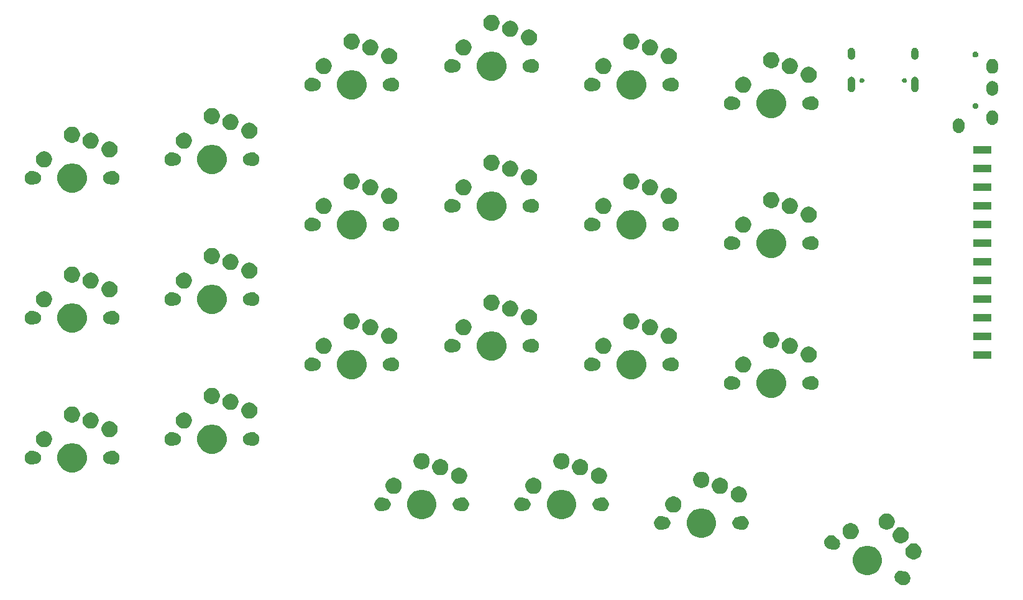
<source format=gbs>
From 091566813df47450a6fca945339cd1e1ba90c915 Mon Sep 17 00:00:00 2001
From: Marc Poulhiès <dkm@kataplop.net>
Date: Wed, 2 Sep 2020 16:06:58 +0200
Subject: Initial work for Pouetpouet board

Based on keyseebee but now very different.
---
 pcb/gerbers/v0.1/left/left-B.Mask.gbs | 8292 ---------------------------------
 1 file changed, 8292 deletions(-)
 delete mode 100644 pcb/gerbers/v0.1/left/left-B.Mask.gbs

(limited to 'pcb/gerbers/v0.1/left/left-B.Mask.gbs')

diff --git a/pcb/gerbers/v0.1/left/left-B.Mask.gbs b/pcb/gerbers/v0.1/left/left-B.Mask.gbs
deleted file mode 100644
index 0ccef44..0000000
--- a/pcb/gerbers/v0.1/left/left-B.Mask.gbs
+++ /dev/null
@@ -1,8292 +0,0 @@
-G04 #@! TF.GenerationSoftware,KiCad,Pcbnew,5.0.2+dfsg1-1*
-G04 #@! TF.CreationDate,2020-08-02T18:17:46+02:00*
-G04 #@! TF.ProjectId,left,6c656674-2e6b-4696-9361-645f70636258,rev?*
-G04 #@! TF.SameCoordinates,Original*
-G04 #@! TF.FileFunction,Soldermask,Bot*
-G04 #@! TF.FilePolarity,Negative*
-%FSLAX46Y46*%
-G04 Gerber Fmt 4.6, Leading zero omitted, Abs format (unit mm)*
-G04 Created by KiCad (PCBNEW 5.0.2+dfsg1-1) date dim. 02 août 2020 18:17:46 CEST*
-%MOMM*%
-%LPD*%
-G01*
-G04 APERTURE LIST*
-%ADD10C,0.100000*%
-G04 APERTURE END LIST*
-D10*
-G36*
-X227425201Y-120194349D02*
-X227534381Y-120239573D01*
-X227557830Y-120246686D01*
-X227582217Y-120249088D01*
-X227646707Y-120249088D01*
-X227692591Y-120258215D01*
-X227830244Y-120285596D01*
-X228003133Y-120357209D01*
-X228158729Y-120461175D01*
-X228291052Y-120593498D01*
-X228395018Y-120749094D01*
-X228466631Y-120921983D01*
-X228467821Y-120927966D01*
-X228501127Y-121095403D01*
-X228503139Y-121105521D01*
-X228503139Y-121292655D01*
-X228466631Y-121476193D01*
-X228395018Y-121649082D01*
-X228291052Y-121804678D01*
-X228158729Y-121937001D01*
-X228003133Y-122040967D01*
-X227830244Y-122112580D01*
-X227692590Y-122139961D01*
-X227646707Y-122149088D01*
-X227459571Y-122149088D01*
-X227413688Y-122139961D01*
-X227276034Y-122112580D01*
-X227103145Y-122040967D01*
-X226947549Y-121937001D01*
-X226815226Y-121804678D01*
-X226813811Y-121802561D01*
-X226798268Y-121783622D01*
-X226779326Y-121768076D01*
-X226635420Y-121671921D01*
-X226517031Y-121553532D01*
-X226424007Y-121414312D01*
-X226359931Y-121259619D01*
-X226327267Y-121095404D01*
-X226327267Y-120927966D01*
-X226359931Y-120763751D01*
-X226424007Y-120609058D01*
-X226517031Y-120469838D01*
-X226635420Y-120351449D01*
-X226774640Y-120258425D01*
-X226929333Y-120194349D01*
-X227093548Y-120161685D01*
-X227260986Y-120161685D01*
-X227425201Y-120194349D01*
-X227425201Y-120194349D01*
-G37*
-G36*
-X223214378Y-116821859D02*
-X223578354Y-116972622D01*
-X223905929Y-117191501D01*
-X224184499Y-117470071D01*
-X224403378Y-117797646D01*
-X224554141Y-118161622D01*
-X224631000Y-118548016D01*
-X224631000Y-118941984D01*
-X224554141Y-119328378D01*
-X224403378Y-119692354D01*
-X224184499Y-120019929D01*
-X223905929Y-120298499D01*
-X223578354Y-120517378D01*
-X223214378Y-120668141D01*
-X222827984Y-120745000D01*
-X222434016Y-120745000D01*
-X222047622Y-120668141D01*
-X221683646Y-120517378D01*
-X221356071Y-120298499D01*
-X221077501Y-120019929D01*
-X220858622Y-119692354D01*
-X220707859Y-119328378D01*
-X220631000Y-118941984D01*
-X220631000Y-118548016D01*
-X220707859Y-118161622D01*
-X220858622Y-117797646D01*
-X221077501Y-117470071D01*
-X221356071Y-117191501D01*
-X221683646Y-116972622D01*
-X222047622Y-116821859D01*
-X222434016Y-116745000D01*
-X222827984Y-116745000D01*
-X223214378Y-116821859D01*
-X223214378Y-116821859D01*
-G37*
-G36*
-X229256194Y-116472637D02*
-X229456379Y-116555556D01*
-X229456382Y-116555558D01*
-X229466073Y-116562033D01*
-X229636550Y-116675943D01*
-X229789759Y-116829152D01*
-X229789761Y-116829155D01*
-X229789762Y-116829156D01*
-X229885623Y-116972622D01*
-X229910146Y-117009323D01*
-X229993065Y-117209508D01*
-X230035337Y-117422023D01*
-X230035337Y-117638707D01*
-X229993065Y-117851222D01*
-X229910146Y-118051407D01*
-X229910144Y-118051410D01*
-X229836503Y-118161622D01*
-X229789759Y-118231578D01*
-X229636550Y-118384787D01*
-X229456379Y-118505174D01*
-X229256194Y-118588093D01*
-X229043679Y-118630365D01*
-X228826995Y-118630365D01*
-X228614480Y-118588093D01*
-X228414295Y-118505174D01*
-X228234124Y-118384787D01*
-X228080915Y-118231578D01*
-X228034172Y-118161622D01*
-X227960530Y-118051410D01*
-X227960528Y-118051407D01*
-X227877609Y-117851222D01*
-X227835337Y-117638707D01*
-X227835337Y-117422023D01*
-X227877609Y-117209508D01*
-X227960528Y-117009323D01*
-X227985051Y-116972622D01*
-X228080912Y-116829156D01*
-X228080913Y-116829155D01*
-X228080915Y-116829152D01*
-X228234124Y-116675943D01*
-X228404602Y-116562033D01*
-X228414292Y-116555558D01*
-X228414295Y-116555556D01*
-X228614480Y-116472637D01*
-X228826995Y-116430365D01*
-X229043679Y-116430365D01*
-X229256194Y-116472637D01*
-X229256194Y-116472637D01*
-G37*
-G36*
-X217848312Y-115350039D02*
-X217985966Y-115377420D01*
-X218158855Y-115449033D01*
-X218314451Y-115552999D01*
-X218446774Y-115685322D01*
-X218448189Y-115687439D01*
-X218463732Y-115706378D01*
-X218482674Y-115721924D01*
-X218626580Y-115818079D01*
-X218744969Y-115936468D01*
-X218837993Y-116075688D01*
-X218902069Y-116230381D01*
-X218934733Y-116394596D01*
-X218934733Y-116562034D01*
-X218902069Y-116726249D01*
-X218837993Y-116880942D01*
-X218744969Y-117020162D01*
-X218626580Y-117138551D01*
-X218487360Y-117231575D01*
-X218332667Y-117295651D01*
-X218168452Y-117328315D01*
-X218001014Y-117328315D01*
-X217836799Y-117295651D01*
-X217727619Y-117250427D01*
-X217704170Y-117243314D01*
-X217679783Y-117240912D01*
-X217615293Y-117240912D01*
-X217568354Y-117231575D01*
-X217431756Y-117204404D01*
-X217258867Y-117132791D01*
-X217103271Y-117028825D01*
-X216970948Y-116896502D01*
-X216866982Y-116740906D01*
-X216795369Y-116568017D01*
-X216767988Y-116430364D01*
-X216758861Y-116384480D01*
-X216758861Y-116197344D01*
-X216791495Y-116033285D01*
-X216795369Y-116013807D01*
-X216866982Y-115840918D01*
-X216970948Y-115685322D01*
-X217103271Y-115552999D01*
-X217258867Y-115449033D01*
-X217431756Y-115377420D01*
-X217569410Y-115350039D01*
-X217615293Y-115340912D01*
-X217802429Y-115340912D01*
-X217848312Y-115350039D01*
-X217848312Y-115350039D01*
-G37*
-G36*
-X227491675Y-114274348D02*
-X227691860Y-114357267D01*
-X227691863Y-114357269D01*
-X227832134Y-114450995D01*
-X227872031Y-114477654D01*
-X228025240Y-114630863D01*
-X228025242Y-114630866D01*
-X228025243Y-114630867D01*
-X228145625Y-114811031D01*
-X228145627Y-114811034D01*
-X228228546Y-115011219D01*
-X228270818Y-115223734D01*
-X228270818Y-115440418D01*
-X228228546Y-115652933D01*
-X228145627Y-115853118D01*
-X228025240Y-116033289D01*
-X227872031Y-116186498D01*
-X227872028Y-116186500D01*
-X227872027Y-116186501D01*
-X227806359Y-116230379D01*
-X227691860Y-116306885D01*
-X227491675Y-116389804D01*
-X227279160Y-116432076D01*
-X227062476Y-116432076D01*
-X226849961Y-116389804D01*
-X226649776Y-116306885D01*
-X226535277Y-116230379D01*
-X226469609Y-116186501D01*
-X226469608Y-116186500D01*
-X226469605Y-116186498D01*
-X226316396Y-116033289D01*
-X226196009Y-115853118D01*
-X226113090Y-115652933D01*
-X226070818Y-115440418D01*
-X226070818Y-115223734D01*
-X226113090Y-115011219D01*
-X226196009Y-114811034D01*
-X226196011Y-114811031D01*
-X226316393Y-114630867D01*
-X226316394Y-114630866D01*
-X226316396Y-114630863D01*
-X226469605Y-114477654D01*
-X226509503Y-114450995D01*
-X226649773Y-114357269D01*
-X226649776Y-114357267D01*
-X226849961Y-114274348D01*
-X227062476Y-114232076D01*
-X227279160Y-114232076D01*
-X227491675Y-114274348D01*
-X227491675Y-114274348D01*
-G37*
-G36*
-X220675500Y-113714125D02*
-X220875685Y-113797044D01*
-X221055856Y-113917431D01*
-X221209065Y-114070640D01*
-X221329452Y-114250811D01*
-X221412371Y-114450996D01*
-X221454643Y-114663511D01*
-X221454643Y-114880195D01*
-X221412371Y-115092710D01*
-X221329452Y-115292895D01*
-X221329450Y-115292898D01*
-X221225124Y-115449033D01*
-X221209065Y-115473066D01*
-X221055856Y-115626275D01*
-X221055853Y-115626277D01*
-X221055852Y-115626278D01*
-X220964323Y-115687436D01*
-X220875685Y-115746662D01*
-X220675500Y-115829581D01*
-X220462985Y-115871853D01*
-X220246301Y-115871853D01*
-X220033786Y-115829581D01*
-X219833601Y-115746662D01*
-X219744963Y-115687436D01*
-X219653434Y-115626278D01*
-X219653433Y-115626277D01*
-X219653430Y-115626275D01*
-X219500221Y-115473066D01*
-X219484163Y-115449033D01*
-X219379836Y-115292898D01*
-X219379834Y-115292895D01*
-X219296915Y-115092710D01*
-X219254643Y-114880195D01*
-X219254643Y-114663511D01*
-X219296915Y-114450996D01*
-X219379834Y-114250811D01*
-X219500221Y-114070640D01*
-X219653430Y-113917431D01*
-X219833601Y-113797044D01*
-X220033786Y-113714125D01*
-X220246301Y-113671853D01*
-X220462985Y-113671853D01*
-X220675500Y-113714125D01*
-X220675500Y-113714125D01*
-G37*
-G36*
-X200608378Y-111741859D02*
-X200972354Y-111892622D01*
-X201299929Y-112111501D01*
-X201578499Y-112390071D01*
-X201797378Y-112717646D01*
-X201948141Y-113081622D01*
-X202025000Y-113468016D01*
-X202025000Y-113861984D01*
-X201948141Y-114248378D01*
-X201797378Y-114612354D01*
-X201578499Y-114939929D01*
-X201299929Y-115218499D01*
-X200972354Y-115437378D01*
-X200608378Y-115588141D01*
-X200221984Y-115665000D01*
-X199828016Y-115665000D01*
-X199441622Y-115588141D01*
-X199077646Y-115437378D01*
-X198750071Y-115218499D01*
-X198471501Y-114939929D01*
-X198252622Y-114612354D01*
-X198101859Y-114248378D01*
-X198025000Y-113861984D01*
-X198025000Y-113468016D01*
-X198101859Y-113081622D01*
-X198252622Y-112717646D01*
-X198471501Y-112390071D01*
-X198750071Y-112111501D01*
-X199077646Y-111892622D01*
-X199441622Y-111741859D01*
-X199828016Y-111665000D01*
-X200221984Y-111665000D01*
-X200608378Y-111741859D01*
-X200608378Y-111741859D01*
-G37*
-G36*
-X205664452Y-112724127D02*
-X205802105Y-112751508D01*
-X205974994Y-112823121D01*
-X206130590Y-112927087D01*
-X206262913Y-113059410D01*
-X206366879Y-113215006D01*
-X206438492Y-113387895D01*
-X206475000Y-113571433D01*
-X206475000Y-113758567D01*
-X206438492Y-113942105D01*
-X206366879Y-114114994D01*
-X206262913Y-114270590D01*
-X206130590Y-114402913D01*
-X205974994Y-114506879D01*
-X205802105Y-114578492D01*
-X205664451Y-114605873D01*
-X205618568Y-114615000D01*
-X205431432Y-114615000D01*
-X205385549Y-114605873D01*
-X205247895Y-114578492D01*
-X205117575Y-114524512D01*
-X205094137Y-114517402D01*
-X205069750Y-114515000D01*
-X205021281Y-114515000D01*
-X204857066Y-114482336D01*
-X204702373Y-114418260D01*
-X204563153Y-114325236D01*
-X204444764Y-114206847D01*
-X204351740Y-114067627D01*
-X204287664Y-113912934D01*
-X204255000Y-113748719D01*
-X204255000Y-113581281D01*
-X204287664Y-113417066D01*
-X204351740Y-113262373D01*
-X204444764Y-113123153D01*
-X204563153Y-113004764D01*
-X204702373Y-112911740D01*
-X204857066Y-112847664D01*
-X205021281Y-112815000D01*
-X205069750Y-112815000D01*
-X205094136Y-112812598D01*
-X205117575Y-112805488D01*
-X205247895Y-112751508D01*
-X205385548Y-112724127D01*
-X205431432Y-112715000D01*
-X205618568Y-112715000D01*
-X205664452Y-112724127D01*
-X205664452Y-112724127D01*
-G37*
-G36*
-X194664452Y-112724127D02*
-X194802105Y-112751508D01*
-X194932425Y-112805488D01*
-X194955863Y-112812598D01*
-X194980250Y-112815000D01*
-X195028719Y-112815000D01*
-X195192934Y-112847664D01*
-X195347627Y-112911740D01*
-X195486847Y-113004764D01*
-X195605236Y-113123153D01*
-X195698260Y-113262373D01*
-X195762336Y-113417066D01*
-X195795000Y-113581281D01*
-X195795000Y-113748719D01*
-X195762336Y-113912934D01*
-X195698260Y-114067627D01*
-X195605236Y-114206847D01*
-X195486847Y-114325236D01*
-X195347627Y-114418260D01*
-X195192934Y-114482336D01*
-X195028719Y-114515000D01*
-X194980250Y-114515000D01*
-X194955864Y-114517402D01*
-X194932425Y-114524512D01*
-X194802105Y-114578492D01*
-X194664451Y-114605873D01*
-X194618568Y-114615000D01*
-X194431432Y-114615000D01*
-X194385549Y-114605873D01*
-X194247895Y-114578492D01*
-X194075006Y-114506879D01*
-X193919410Y-114402913D01*
-X193787087Y-114270590D01*
-X193683121Y-114114994D01*
-X193611508Y-113942105D01*
-X193575000Y-113758567D01*
-X193575000Y-113571433D01*
-X193611508Y-113387895D01*
-X193683121Y-113215006D01*
-X193787087Y-113059410D01*
-X193919410Y-112927087D01*
-X194075006Y-112823121D01*
-X194247895Y-112751508D01*
-X194385548Y-112724127D01*
-X194431432Y-112715000D01*
-X194618568Y-112715000D01*
-X194664452Y-112724127D01*
-X194664452Y-112724127D01*
-G37*
-G36*
-X225584424Y-112407159D02*
-X225784609Y-112490078D01*
-X225964780Y-112610465D01*
-X226117989Y-112763674D01*
-X226117991Y-112763677D01*
-X226117992Y-112763678D01*
-X226157711Y-112823122D01*
-X226238376Y-112943845D01*
-X226321295Y-113144030D01*
-X226363567Y-113356545D01*
-X226363567Y-113573229D01*
-X226321295Y-113785744D01*
-X226238376Y-113985929D01*
-X226117989Y-114166100D01*
-X225964780Y-114319309D01*
-X225964777Y-114319311D01*
-X225964776Y-114319312D01*
-X225816690Y-114418260D01*
-X225784609Y-114439696D01*
-X225584424Y-114522615D01*
-X225371909Y-114564887D01*
-X225155225Y-114564887D01*
-X224942710Y-114522615D01*
-X224742525Y-114439696D01*
-X224710444Y-114418260D01*
-X224562358Y-114319312D01*
-X224562357Y-114319311D01*
-X224562354Y-114319309D01*
-X224409145Y-114166100D01*
-X224288758Y-113985929D01*
-X224205839Y-113785744D01*
-X224163567Y-113573229D01*
-X224163567Y-113356545D01*
-X224205839Y-113144030D01*
-X224288758Y-112943845D01*
-X224369423Y-112823122D01*
-X224409142Y-112763678D01*
-X224409143Y-112763677D01*
-X224409145Y-112763674D01*
-X224562354Y-112610465D01*
-X224742525Y-112490078D01*
-X224942710Y-112407159D01*
-X225155225Y-112364887D01*
-X225371909Y-112364887D01*
-X225584424Y-112407159D01*
-X225584424Y-112407159D01*
-G37*
-G36*
-X162508378Y-109201859D02*
-X162872354Y-109352622D01*
-X163199929Y-109571501D01*
-X163478499Y-109850071D01*
-X163697378Y-110177646D01*
-X163848141Y-110541622D01*
-X163925000Y-110928016D01*
-X163925000Y-111321984D01*
-X163848141Y-111708378D01*
-X163697378Y-112072354D01*
-X163478499Y-112399929D01*
-X163199929Y-112678499D01*
-X162872354Y-112897378D01*
-X162508378Y-113048141D01*
-X162121984Y-113125000D01*
-X161728016Y-113125000D01*
-X161341622Y-113048141D01*
-X160977646Y-112897378D01*
-X160650071Y-112678499D01*
-X160371501Y-112399929D01*
-X160152622Y-112072354D01*
-X160001859Y-111708378D01*
-X159925000Y-111321984D01*
-X159925000Y-110928016D01*
-X160001859Y-110541622D01*
-X160152622Y-110177646D01*
-X160371501Y-109850071D01*
-X160650071Y-109571501D01*
-X160977646Y-109352622D01*
-X161341622Y-109201859D01*
-X161728016Y-109125000D01*
-X162121984Y-109125000D01*
-X162508378Y-109201859D01*
-X162508378Y-109201859D01*
-G37*
-G36*
-X181558378Y-109201859D02*
-X181922354Y-109352622D01*
-X182249929Y-109571501D01*
-X182528499Y-109850071D01*
-X182747378Y-110177646D01*
-X182898141Y-110541622D01*
-X182975000Y-110928016D01*
-X182975000Y-111321984D01*
-X182898141Y-111708378D01*
-X182747378Y-112072354D01*
-X182528499Y-112399929D01*
-X182249929Y-112678499D01*
-X181922354Y-112897378D01*
-X181558378Y-113048141D01*
-X181171984Y-113125000D01*
-X180778016Y-113125000D01*
-X180391622Y-113048141D01*
-X180027646Y-112897378D01*
-X179700071Y-112678499D01*
-X179421501Y-112399929D01*
-X179202622Y-112072354D01*
-X179051859Y-111708378D01*
-X178975000Y-111321984D01*
-X178975000Y-110928016D01*
-X179051859Y-110541622D01*
-X179202622Y-110177646D01*
-X179421501Y-109850071D01*
-X179700071Y-109571501D01*
-X180027646Y-109352622D01*
-X180391622Y-109201859D01*
-X180778016Y-109125000D01*
-X181171984Y-109125000D01*
-X181558378Y-109201859D01*
-X181558378Y-109201859D01*
-G37*
-G36*
-X196535857Y-110067272D02*
-X196736042Y-110150191D01*
-X196916213Y-110270578D01*
-X197069422Y-110423787D01*
-X197069424Y-110423790D01*
-X197069425Y-110423791D01*
-X197189807Y-110603955D01*
-X197189809Y-110603958D01*
-X197272728Y-110804143D01*
-X197315000Y-111016658D01*
-X197315000Y-111233342D01*
-X197272728Y-111445857D01*
-X197189809Y-111646042D01*
-X197189807Y-111646045D01*
-X197175908Y-111666847D01*
-X197069422Y-111826213D01*
-X196916213Y-111979422D01*
-X196736042Y-112099809D01*
-X196535857Y-112182728D01*
-X196323342Y-112225000D01*
-X196106658Y-112225000D01*
-X195894143Y-112182728D01*
-X195693958Y-112099809D01*
-X195513787Y-111979422D01*
-X195360578Y-111826213D01*
-X195254093Y-111666847D01*
-X195240193Y-111646045D01*
-X195240191Y-111646042D01*
-X195157272Y-111445857D01*
-X195115000Y-111233342D01*
-X195115000Y-111016658D01*
-X195157272Y-110804143D01*
-X195240191Y-110603958D01*
-X195240193Y-110603955D01*
-X195360575Y-110423791D01*
-X195360576Y-110423790D01*
-X195360578Y-110423787D01*
-X195513787Y-110270578D01*
-X195693958Y-110150191D01*
-X195894143Y-110067272D01*
-X196106658Y-110025000D01*
-X196323342Y-110025000D01*
-X196535857Y-110067272D01*
-X196535857Y-110067272D01*
-G37*
-G36*
-X167564451Y-110184127D02*
-X167702105Y-110211508D01*
-X167874994Y-110283121D01*
-X168030590Y-110387087D01*
-X168162913Y-110519410D01*
-X168266879Y-110675006D01*
-X168338492Y-110847895D01*
-X168375000Y-111031433D01*
-X168375000Y-111218567D01*
-X168338492Y-111402105D01*
-X168266879Y-111574994D01*
-X168162913Y-111730590D01*
-X168030590Y-111862913D01*
-X167874994Y-111966879D01*
-X167702105Y-112038492D01*
-X167564452Y-112065873D01*
-X167518568Y-112075000D01*
-X167331432Y-112075000D01*
-X167285548Y-112065873D01*
-X167147895Y-112038492D01*
-X167017575Y-111984512D01*
-X166994137Y-111977402D01*
-X166969750Y-111975000D01*
-X166921281Y-111975000D01*
-X166757066Y-111942336D01*
-X166602373Y-111878260D01*
-X166463153Y-111785236D01*
-X166344764Y-111666847D01*
-X166251740Y-111527627D01*
-X166187664Y-111372934D01*
-X166155000Y-111208719D01*
-X166155000Y-111041281D01*
-X166187664Y-110877066D01*
-X166251740Y-110722373D01*
-X166344764Y-110583153D01*
-X166463153Y-110464764D01*
-X166602373Y-110371740D01*
-X166757066Y-110307664D01*
-X166921281Y-110275000D01*
-X166969750Y-110275000D01*
-X166994136Y-110272598D01*
-X167017575Y-110265488D01*
-X167147895Y-110211508D01*
-X167285549Y-110184127D01*
-X167331432Y-110175000D01*
-X167518568Y-110175000D01*
-X167564451Y-110184127D01*
-X167564451Y-110184127D01*
-G37*
-G36*
-X175614451Y-110184127D02*
-X175752105Y-110211508D01*
-X175882425Y-110265488D01*
-X175905863Y-110272598D01*
-X175930250Y-110275000D01*
-X175978719Y-110275000D01*
-X176142934Y-110307664D01*
-X176297627Y-110371740D01*
-X176436847Y-110464764D01*
-X176555236Y-110583153D01*
-X176648260Y-110722373D01*
-X176712336Y-110877066D01*
-X176745000Y-111041281D01*
-X176745000Y-111208719D01*
-X176712336Y-111372934D01*
-X176648260Y-111527627D01*
-X176555236Y-111666847D01*
-X176436847Y-111785236D01*
-X176297627Y-111878260D01*
-X176142934Y-111942336D01*
-X175978719Y-111975000D01*
-X175930250Y-111975000D01*
-X175905864Y-111977402D01*
-X175882425Y-111984512D01*
-X175752105Y-112038492D01*
-X175614452Y-112065873D01*
-X175568568Y-112075000D01*
-X175381432Y-112075000D01*
-X175335548Y-112065873D01*
-X175197895Y-112038492D01*
-X175025006Y-111966879D01*
-X174869410Y-111862913D01*
-X174737087Y-111730590D01*
-X174633121Y-111574994D01*
-X174561508Y-111402105D01*
-X174525000Y-111218567D01*
-X174525000Y-111031433D01*
-X174561508Y-110847895D01*
-X174633121Y-110675006D01*
-X174737087Y-110519410D01*
-X174869410Y-110387087D01*
-X175025006Y-110283121D01*
-X175197895Y-110211508D01*
-X175335549Y-110184127D01*
-X175381432Y-110175000D01*
-X175568568Y-110175000D01*
-X175614451Y-110184127D01*
-X175614451Y-110184127D01*
-G37*
-G36*
-X186614451Y-110184127D02*
-X186752105Y-110211508D01*
-X186924994Y-110283121D01*
-X187080590Y-110387087D01*
-X187212913Y-110519410D01*
-X187316879Y-110675006D01*
-X187388492Y-110847895D01*
-X187425000Y-111031433D01*
-X187425000Y-111218567D01*
-X187388492Y-111402105D01*
-X187316879Y-111574994D01*
-X187212913Y-111730590D01*
-X187080590Y-111862913D01*
-X186924994Y-111966879D01*
-X186752105Y-112038492D01*
-X186614452Y-112065873D01*
-X186568568Y-112075000D01*
-X186381432Y-112075000D01*
-X186335548Y-112065873D01*
-X186197895Y-112038492D01*
-X186067575Y-111984512D01*
-X186044137Y-111977402D01*
-X186019750Y-111975000D01*
-X185971281Y-111975000D01*
-X185807066Y-111942336D01*
-X185652373Y-111878260D01*
-X185513153Y-111785236D01*
-X185394764Y-111666847D01*
-X185301740Y-111527627D01*
-X185237664Y-111372934D01*
-X185205000Y-111208719D01*
-X185205000Y-111041281D01*
-X185237664Y-110877066D01*
-X185301740Y-110722373D01*
-X185394764Y-110583153D01*
-X185513153Y-110464764D01*
-X185652373Y-110371740D01*
-X185807066Y-110307664D01*
-X185971281Y-110275000D01*
-X186019750Y-110275000D01*
-X186044136Y-110272598D01*
-X186067575Y-110265488D01*
-X186197895Y-110211508D01*
-X186335549Y-110184127D01*
-X186381432Y-110175000D01*
-X186568568Y-110175000D01*
-X186614451Y-110184127D01*
-X186614451Y-110184127D01*
-G37*
-G36*
-X156564451Y-110184127D02*
-X156702105Y-110211508D01*
-X156832425Y-110265488D01*
-X156855863Y-110272598D01*
-X156880250Y-110275000D01*
-X156928719Y-110275000D01*
-X157092934Y-110307664D01*
-X157247627Y-110371740D01*
-X157386847Y-110464764D01*
-X157505236Y-110583153D01*
-X157598260Y-110722373D01*
-X157662336Y-110877066D01*
-X157695000Y-111041281D01*
-X157695000Y-111208719D01*
-X157662336Y-111372934D01*
-X157598260Y-111527627D01*
-X157505236Y-111666847D01*
-X157386847Y-111785236D01*
-X157247627Y-111878260D01*
-X157092934Y-111942336D01*
-X156928719Y-111975000D01*
-X156880250Y-111975000D01*
-X156855864Y-111977402D01*
-X156832425Y-111984512D01*
-X156702105Y-112038492D01*
-X156564452Y-112065873D01*
-X156518568Y-112075000D01*
-X156331432Y-112075000D01*
-X156285548Y-112065873D01*
-X156147895Y-112038492D01*
-X155975006Y-111966879D01*
-X155819410Y-111862913D01*
-X155687087Y-111730590D01*
-X155583121Y-111574994D01*
-X155511508Y-111402105D01*
-X155475000Y-111218567D01*
-X155475000Y-111031433D01*
-X155511508Y-110847895D01*
-X155583121Y-110675006D01*
-X155687087Y-110519410D01*
-X155819410Y-110387087D01*
-X155975006Y-110283121D01*
-X156147895Y-110211508D01*
-X156285549Y-110184127D01*
-X156331432Y-110175000D01*
-X156518568Y-110175000D01*
-X156564451Y-110184127D01*
-X156564451Y-110184127D01*
-G37*
-G36*
-X205445857Y-108707272D02*
-X205646042Y-108790191D01*
-X205646045Y-108790193D01*
-X205819150Y-108905858D01*
-X205826213Y-108910578D01*
-X205979422Y-109063787D01*
-X205979424Y-109063790D01*
-X205979425Y-109063791D01*
-X206071679Y-109201859D01*
-X206099809Y-109243958D01*
-X206182728Y-109444143D01*
-X206225000Y-109656658D01*
-X206225000Y-109873342D01*
-X206182728Y-110085857D01*
-X206099809Y-110286042D01*
-X206099807Y-110286045D01*
-X205980391Y-110464764D01*
-X205979422Y-110466213D01*
-X205826213Y-110619422D01*
-X205646042Y-110739809D01*
-X205445857Y-110822728D01*
-X205233342Y-110865000D01*
-X205016658Y-110865000D01*
-X204804143Y-110822728D01*
-X204603958Y-110739809D01*
-X204423787Y-110619422D01*
-X204270578Y-110466213D01*
-X204269610Y-110464764D01*
-X204150193Y-110286045D01*
-X204150191Y-110286042D01*
-X204067272Y-110085857D01*
-X204025000Y-109873342D01*
-X204025000Y-109656658D01*
-X204067272Y-109444143D01*
-X204150191Y-109243958D01*
-X204178321Y-109201859D01*
-X204270575Y-109063791D01*
-X204270576Y-109063790D01*
-X204270578Y-109063787D01*
-X204423787Y-108910578D01*
-X204430851Y-108905858D01*
-X204603955Y-108790193D01*
-X204603958Y-108790191D01*
-X204804143Y-108707272D01*
-X205016658Y-108665000D01*
-X205233342Y-108665000D01*
-X205445857Y-108707272D01*
-X205445857Y-108707272D01*
-G37*
-G36*
-X177485857Y-107527272D02*
-X177686042Y-107610191D01*
-X177686045Y-107610193D01*
-X177755585Y-107656658D01*
-X177866213Y-107730578D01*
-X178019422Y-107883787D01*
-X178019424Y-107883790D01*
-X178019425Y-107883791D01*
-X178139807Y-108063955D01*
-X178139809Y-108063958D01*
-X178222728Y-108264143D01*
-X178265000Y-108476658D01*
-X178265000Y-108693342D01*
-X178222728Y-108905857D01*
-X178139809Y-109106042D01*
-X178019422Y-109286213D01*
-X177866213Y-109439422D01*
-X177866210Y-109439424D01*
-X177866209Y-109439425D01*
-X177859148Y-109444143D01*
-X177686042Y-109559809D01*
-X177485857Y-109642728D01*
-X177273342Y-109685000D01*
-X177056658Y-109685000D01*
-X176844143Y-109642728D01*
-X176643958Y-109559809D01*
-X176470852Y-109444143D01*
-X176463791Y-109439425D01*
-X176463790Y-109439424D01*
-X176463787Y-109439422D01*
-X176310578Y-109286213D01*
-X176190191Y-109106042D01*
-X176107272Y-108905857D01*
-X176065000Y-108693342D01*
-X176065000Y-108476658D01*
-X176107272Y-108264143D01*
-X176190191Y-108063958D01*
-X176190193Y-108063955D01*
-X176310575Y-107883791D01*
-X176310576Y-107883790D01*
-X176310578Y-107883787D01*
-X176463787Y-107730578D01*
-X176574416Y-107656658D01*
-X176643955Y-107610193D01*
-X176643958Y-107610191D01*
-X176844143Y-107527272D01*
-X177056658Y-107485000D01*
-X177273342Y-107485000D01*
-X177485857Y-107527272D01*
-X177485857Y-107527272D01*
-G37*
-G36*
-X202885857Y-107527272D02*
-X203086042Y-107610191D01*
-X203086045Y-107610193D01*
-X203155585Y-107656658D01*
-X203266213Y-107730578D01*
-X203419422Y-107883787D01*
-X203419424Y-107883790D01*
-X203419425Y-107883791D01*
-X203539807Y-108063955D01*
-X203539809Y-108063958D01*
-X203622728Y-108264143D01*
-X203665000Y-108476658D01*
-X203665000Y-108693342D01*
-X203622728Y-108905857D01*
-X203539809Y-109106042D01*
-X203419422Y-109286213D01*
-X203266213Y-109439422D01*
-X203266210Y-109439424D01*
-X203266209Y-109439425D01*
-X203259148Y-109444143D01*
-X203086042Y-109559809D01*
-X202885857Y-109642728D01*
-X202673342Y-109685000D01*
-X202456658Y-109685000D01*
-X202244143Y-109642728D01*
-X202043958Y-109559809D01*
-X201870852Y-109444143D01*
-X201863791Y-109439425D01*
-X201863790Y-109439424D01*
-X201863787Y-109439422D01*
-X201710578Y-109286213D01*
-X201590191Y-109106042D01*
-X201507272Y-108905857D01*
-X201465000Y-108693342D01*
-X201465000Y-108476658D01*
-X201507272Y-108264143D01*
-X201590191Y-108063958D01*
-X201590193Y-108063955D01*
-X201710575Y-107883791D01*
-X201710576Y-107883790D01*
-X201710578Y-107883787D01*
-X201863787Y-107730578D01*
-X201974416Y-107656658D01*
-X202043955Y-107610193D01*
-X202043958Y-107610191D01*
-X202244143Y-107527272D01*
-X202456658Y-107485000D01*
-X202673342Y-107485000D01*
-X202885857Y-107527272D01*
-X202885857Y-107527272D01*
-G37*
-G36*
-X158435857Y-107527272D02*
-X158636042Y-107610191D01*
-X158636045Y-107610193D01*
-X158705585Y-107656658D01*
-X158816213Y-107730578D01*
-X158969422Y-107883787D01*
-X158969424Y-107883790D01*
-X158969425Y-107883791D01*
-X159089807Y-108063955D01*
-X159089809Y-108063958D01*
-X159172728Y-108264143D01*
-X159215000Y-108476658D01*
-X159215000Y-108693342D01*
-X159172728Y-108905857D01*
-X159089809Y-109106042D01*
-X158969422Y-109286213D01*
-X158816213Y-109439422D01*
-X158816210Y-109439424D01*
-X158816209Y-109439425D01*
-X158809148Y-109444143D01*
-X158636042Y-109559809D01*
-X158435857Y-109642728D01*
-X158223342Y-109685000D01*
-X158006658Y-109685000D01*
-X157794143Y-109642728D01*
-X157593958Y-109559809D01*
-X157420852Y-109444143D01*
-X157413791Y-109439425D01*
-X157413790Y-109439424D01*
-X157413787Y-109439422D01*
-X157260578Y-109286213D01*
-X157140191Y-109106042D01*
-X157057272Y-108905857D01*
-X157015000Y-108693342D01*
-X157015000Y-108476658D01*
-X157057272Y-108264143D01*
-X157140191Y-108063958D01*
-X157140193Y-108063955D01*
-X157260575Y-107883791D01*
-X157260576Y-107883790D01*
-X157260578Y-107883787D01*
-X157413787Y-107730578D01*
-X157524416Y-107656658D01*
-X157593955Y-107610193D01*
-X157593958Y-107610191D01*
-X157794143Y-107527272D01*
-X158006658Y-107485000D01*
-X158223342Y-107485000D01*
-X158435857Y-107527272D01*
-X158435857Y-107527272D01*
-G37*
-G36*
-X200345857Y-106707272D02*
-X200546042Y-106790191D01*
-X200546045Y-106790193D01*
-X200716583Y-106904143D01*
-X200726213Y-106910578D01*
-X200879422Y-107063787D01*
-X200879424Y-107063790D01*
-X200879425Y-107063791D01*
-X200914750Y-107116659D01*
-X200999809Y-107243958D01*
-X201082728Y-107444143D01*
-X201125000Y-107656658D01*
-X201125000Y-107873342D01*
-X201082728Y-108085857D01*
-X200999809Y-108286042D01*
-X200879422Y-108466213D01*
-X200726213Y-108619422D01*
-X200726210Y-108619424D01*
-X200726209Y-108619425D01*
-X200594737Y-108707272D01*
-X200546042Y-108739809D01*
-X200345857Y-108822728D01*
-X200133342Y-108865000D01*
-X199916658Y-108865000D01*
-X199704143Y-108822728D01*
-X199503958Y-108739809D01*
-X199455263Y-108707272D01*
-X199323791Y-108619425D01*
-X199323790Y-108619424D01*
-X199323787Y-108619422D01*
-X199170578Y-108466213D01*
-X199050191Y-108286042D01*
-X198967272Y-108085857D01*
-X198925000Y-107873342D01*
-X198925000Y-107656658D01*
-X198967272Y-107444143D01*
-X199050191Y-107243958D01*
-X199135250Y-107116659D01*
-X199170575Y-107063791D01*
-X199170576Y-107063790D01*
-X199170578Y-107063787D01*
-X199323787Y-106910578D01*
-X199333418Y-106904143D01*
-X199503955Y-106790193D01*
-X199503958Y-106790191D01*
-X199704143Y-106707272D01*
-X199916658Y-106665000D01*
-X200133342Y-106665000D01*
-X200345857Y-106707272D01*
-X200345857Y-106707272D01*
-G37*
-G36*
-X186395857Y-106167272D02*
-X186596042Y-106250191D01*
-X186596045Y-106250193D01*
-X186769150Y-106365858D01*
-X186776213Y-106370578D01*
-X186929422Y-106523787D01*
-X186929424Y-106523790D01*
-X186929425Y-106523791D01*
-X186945185Y-106547378D01*
-X187049809Y-106703958D01*
-X187132728Y-106904143D01*
-X187175000Y-107116658D01*
-X187175000Y-107333342D01*
-X187132728Y-107545857D01*
-X187049809Y-107746042D01*
-X187049807Y-107746045D01*
-X186957771Y-107883787D01*
-X186929422Y-107926213D01*
-X186776213Y-108079422D01*
-X186776210Y-108079424D01*
-X186776209Y-108079425D01*
-X186766581Y-108085858D01*
-X186596042Y-108199809D01*
-X186395857Y-108282728D01*
-X186183342Y-108325000D01*
-X185966658Y-108325000D01*
-X185754143Y-108282728D01*
-X185553958Y-108199809D01*
-X185383419Y-108085858D01*
-X185373791Y-108079425D01*
-X185373790Y-108079424D01*
-X185373787Y-108079422D01*
-X185220578Y-107926213D01*
-X185192230Y-107883787D01*
-X185100193Y-107746045D01*
-X185100191Y-107746042D01*
-X185017272Y-107545857D01*
-X184975000Y-107333342D01*
-X184975000Y-107116658D01*
-X185017272Y-106904143D01*
-X185100191Y-106703958D01*
-X185204815Y-106547378D01*
-X185220575Y-106523791D01*
-X185220576Y-106523790D01*
-X185220578Y-106523787D01*
-X185373787Y-106370578D01*
-X185380851Y-106365858D01*
-X185553955Y-106250193D01*
-X185553958Y-106250191D01*
-X185754143Y-106167272D01*
-X185966658Y-106125000D01*
-X186183342Y-106125000D01*
-X186395857Y-106167272D01*
-X186395857Y-106167272D01*
-G37*
-G36*
-X167345857Y-106167272D02*
-X167546042Y-106250191D01*
-X167546045Y-106250193D01*
-X167719150Y-106365858D01*
-X167726213Y-106370578D01*
-X167879422Y-106523787D01*
-X167879424Y-106523790D01*
-X167879425Y-106523791D01*
-X167895185Y-106547378D01*
-X167999809Y-106703958D01*
-X168082728Y-106904143D01*
-X168125000Y-107116658D01*
-X168125000Y-107333342D01*
-X168082728Y-107545857D01*
-X167999809Y-107746042D01*
-X167999807Y-107746045D01*
-X167907771Y-107883787D01*
-X167879422Y-107926213D01*
-X167726213Y-108079422D01*
-X167726210Y-108079424D01*
-X167726209Y-108079425D01*
-X167716581Y-108085858D01*
-X167546042Y-108199809D01*
-X167345857Y-108282728D01*
-X167133342Y-108325000D01*
-X166916658Y-108325000D01*
-X166704143Y-108282728D01*
-X166503958Y-108199809D01*
-X166333419Y-108085858D01*
-X166323791Y-108079425D01*
-X166323790Y-108079424D01*
-X166323787Y-108079422D01*
-X166170578Y-107926213D01*
-X166142230Y-107883787D01*
-X166050193Y-107746045D01*
-X166050191Y-107746042D01*
-X165967272Y-107545857D01*
-X165925000Y-107333342D01*
-X165925000Y-107116658D01*
-X165967272Y-106904143D01*
-X166050191Y-106703958D01*
-X166154815Y-106547378D01*
-X166170575Y-106523791D01*
-X166170576Y-106523790D01*
-X166170578Y-106523787D01*
-X166323787Y-106370578D01*
-X166330851Y-106365858D01*
-X166503955Y-106250193D01*
-X166503958Y-106250191D01*
-X166704143Y-106167272D01*
-X166916658Y-106125000D01*
-X167133342Y-106125000D01*
-X167345857Y-106167272D01*
-X167345857Y-106167272D01*
-G37*
-G36*
-X164785857Y-104987272D02*
-X164986042Y-105070191D01*
-X164986045Y-105070193D01*
-X165055585Y-105116658D01*
-X165166213Y-105190578D01*
-X165319422Y-105343787D01*
-X165319424Y-105343790D01*
-X165319425Y-105343791D01*
-X165380527Y-105435236D01*
-X165439809Y-105523958D01*
-X165522728Y-105724143D01*
-X165565000Y-105936658D01*
-X165565000Y-106153342D01*
-X165522728Y-106365857D01*
-X165439809Y-106566042D01*
-X165319422Y-106746213D01*
-X165166213Y-106899422D01*
-X165166210Y-106899424D01*
-X165166209Y-106899425D01*
-X165149517Y-106910578D01*
-X164986042Y-107019809D01*
-X164785857Y-107102728D01*
-X164573342Y-107145000D01*
-X164356658Y-107145000D01*
-X164144143Y-107102728D01*
-X163943958Y-107019809D01*
-X163780483Y-106910578D01*
-X163763791Y-106899425D01*
-X163763790Y-106899424D01*
-X163763787Y-106899422D01*
-X163610578Y-106746213D01*
-X163490191Y-106566042D01*
-X163407272Y-106365857D01*
-X163365000Y-106153342D01*
-X163365000Y-105936658D01*
-X163407272Y-105724143D01*
-X163490191Y-105523958D01*
-X163549473Y-105435236D01*
-X163610575Y-105343791D01*
-X163610576Y-105343790D01*
-X163610578Y-105343787D01*
-X163763787Y-105190578D01*
-X163874416Y-105116658D01*
-X163943955Y-105070193D01*
-X163943958Y-105070191D01*
-X164144143Y-104987272D01*
-X164356658Y-104945000D01*
-X164573342Y-104945000D01*
-X164785857Y-104987272D01*
-X164785857Y-104987272D01*
-G37*
-G36*
-X183835857Y-104987272D02*
-X184036042Y-105070191D01*
-X184036045Y-105070193D01*
-X184105585Y-105116658D01*
-X184216213Y-105190578D01*
-X184369422Y-105343787D01*
-X184369424Y-105343790D01*
-X184369425Y-105343791D01*
-X184430527Y-105435236D01*
-X184489809Y-105523958D01*
-X184572728Y-105724143D01*
-X184615000Y-105936658D01*
-X184615000Y-106153342D01*
-X184572728Y-106365857D01*
-X184489809Y-106566042D01*
-X184369422Y-106746213D01*
-X184216213Y-106899422D01*
-X184216210Y-106899424D01*
-X184216209Y-106899425D01*
-X184199517Y-106910578D01*
-X184036042Y-107019809D01*
-X183835857Y-107102728D01*
-X183623342Y-107145000D01*
-X183406658Y-107145000D01*
-X183194143Y-107102728D01*
-X182993958Y-107019809D01*
-X182830483Y-106910578D01*
-X182813791Y-106899425D01*
-X182813790Y-106899424D01*
-X182813787Y-106899422D01*
-X182660578Y-106746213D01*
-X182540191Y-106566042D01*
-X182457272Y-106365857D01*
-X182415000Y-106153342D01*
-X182415000Y-105936658D01*
-X182457272Y-105724143D01*
-X182540191Y-105523958D01*
-X182599473Y-105435236D01*
-X182660575Y-105343791D01*
-X182660576Y-105343790D01*
-X182660578Y-105343787D01*
-X182813787Y-105190578D01*
-X182924416Y-105116658D01*
-X182993955Y-105070193D01*
-X182993958Y-105070191D01*
-X183194143Y-104987272D01*
-X183406658Y-104945000D01*
-X183623342Y-104945000D01*
-X183835857Y-104987272D01*
-X183835857Y-104987272D01*
-G37*
-G36*
-X114883378Y-102851859D02*
-X115247354Y-103002622D01*
-X115574929Y-103221501D01*
-X115853499Y-103500071D01*
-X116072378Y-103827646D01*
-X116223141Y-104191622D01*
-X116300000Y-104578016D01*
-X116300000Y-104971984D01*
-X116223141Y-105358378D01*
-X116072378Y-105722354D01*
-X115853499Y-106049929D01*
-X115574929Y-106328499D01*
-X115247354Y-106547378D01*
-X114883378Y-106698141D01*
-X114496984Y-106775000D01*
-X114103016Y-106775000D01*
-X113716622Y-106698141D01*
-X113352646Y-106547378D01*
-X113025071Y-106328499D01*
-X112746501Y-106049929D01*
-X112527622Y-105722354D01*
-X112376859Y-105358378D01*
-X112300000Y-104971984D01*
-X112300000Y-104578016D01*
-X112376859Y-104191622D01*
-X112527622Y-103827646D01*
-X112746501Y-103500071D01*
-X113025071Y-103221501D01*
-X113352646Y-103002622D01*
-X113716622Y-102851859D01*
-X114103016Y-102775000D01*
-X114496984Y-102775000D01*
-X114883378Y-102851859D01*
-X114883378Y-102851859D01*
-G37*
-G36*
-X181295857Y-104167272D02*
-X181496042Y-104250191D01*
-X181676213Y-104370578D01*
-X181829422Y-104523787D01*
-X181949809Y-104703958D01*
-X182032728Y-104904143D01*
-X182075000Y-105116658D01*
-X182075000Y-105333342D01*
-X182032728Y-105545857D01*
-X181949809Y-105746042D01*
-X181829422Y-105926213D01*
-X181676213Y-106079422D01*
-X181676210Y-106079424D01*
-X181676209Y-106079425D01*
-X181544737Y-106167272D01*
-X181496042Y-106199809D01*
-X181295857Y-106282728D01*
-X181083342Y-106325000D01*
-X180866658Y-106325000D01*
-X180654143Y-106282728D01*
-X180453958Y-106199809D01*
-X180405263Y-106167272D01*
-X180273791Y-106079425D01*
-X180273790Y-106079424D01*
-X180273787Y-106079422D01*
-X180120578Y-105926213D01*
-X180000191Y-105746042D01*
-X179917272Y-105545857D01*
-X179875000Y-105333342D01*
-X179875000Y-105116658D01*
-X179917272Y-104904143D01*
-X180000191Y-104703958D01*
-X180120578Y-104523787D01*
-X180273787Y-104370578D01*
-X180453958Y-104250191D01*
-X180654143Y-104167272D01*
-X180866658Y-104125000D01*
-X181083342Y-104125000D01*
-X181295857Y-104167272D01*
-X181295857Y-104167272D01*
-G37*
-G36*
-X162245857Y-104167272D02*
-X162446042Y-104250191D01*
-X162626213Y-104370578D01*
-X162779422Y-104523787D01*
-X162899809Y-104703958D01*
-X162982728Y-104904143D01*
-X163025000Y-105116658D01*
-X163025000Y-105333342D01*
-X162982728Y-105545857D01*
-X162899809Y-105746042D01*
-X162779422Y-105926213D01*
-X162626213Y-106079422D01*
-X162626210Y-106079424D01*
-X162626209Y-106079425D01*
-X162494737Y-106167272D01*
-X162446042Y-106199809D01*
-X162245857Y-106282728D01*
-X162033342Y-106325000D01*
-X161816658Y-106325000D01*
-X161604143Y-106282728D01*
-X161403958Y-106199809D01*
-X161355263Y-106167272D01*
-X161223791Y-106079425D01*
-X161223790Y-106079424D01*
-X161223787Y-106079422D01*
-X161070578Y-105926213D01*
-X160950191Y-105746042D01*
-X160867272Y-105545857D01*
-X160825000Y-105333342D01*
-X160825000Y-105116658D01*
-X160867272Y-104904143D01*
-X160950191Y-104703958D01*
-X161070578Y-104523787D01*
-X161223787Y-104370578D01*
-X161403958Y-104250191D01*
-X161604143Y-104167272D01*
-X161816658Y-104125000D01*
-X162033342Y-104125000D01*
-X162245857Y-104167272D01*
-X162245857Y-104167272D01*
-G37*
-G36*
-X119939452Y-103834127D02*
-X120077105Y-103861508D01*
-X120249994Y-103933121D01*
-X120405590Y-104037087D01*
-X120537913Y-104169410D01*
-X120641879Y-104325006D01*
-X120713492Y-104497895D01*
-X120718642Y-104523787D01*
-X120750000Y-104681432D01*
-X120750000Y-104868568D01*
-X120740873Y-104914452D01*
-X120713492Y-105052105D01*
-X120641879Y-105224994D01*
-X120537913Y-105380590D01*
-X120405590Y-105512913D01*
-X120249994Y-105616879D01*
-X120077105Y-105688492D01*
-X119939451Y-105715873D01*
-X119893568Y-105725000D01*
-X119706432Y-105725000D01*
-X119660549Y-105715873D01*
-X119522895Y-105688492D01*
-X119392575Y-105634512D01*
-X119369137Y-105627402D01*
-X119344750Y-105625000D01*
-X119296281Y-105625000D01*
-X119132066Y-105592336D01*
-X118977373Y-105528260D01*
-X118838153Y-105435236D01*
-X118719764Y-105316847D01*
-X118626740Y-105177627D01*
-X118562664Y-105022934D01*
-X118530000Y-104858719D01*
-X118530000Y-104691281D01*
-X118562664Y-104527066D01*
-X118626740Y-104372373D01*
-X118719764Y-104233153D01*
-X118838153Y-104114764D01*
-X118977373Y-104021740D01*
-X119132066Y-103957664D01*
-X119296281Y-103925000D01*
-X119344750Y-103925000D01*
-X119369136Y-103922598D01*
-X119392575Y-103915488D01*
-X119522895Y-103861508D01*
-X119660548Y-103834127D01*
-X119706432Y-103825000D01*
-X119893568Y-103825000D01*
-X119939452Y-103834127D01*
-X119939452Y-103834127D01*
-G37*
-G36*
-X108939452Y-103834127D02*
-X109077105Y-103861508D01*
-X109207425Y-103915488D01*
-X109230863Y-103922598D01*
-X109255250Y-103925000D01*
-X109303719Y-103925000D01*
-X109467934Y-103957664D01*
-X109622627Y-104021740D01*
-X109761847Y-104114764D01*
-X109880236Y-104233153D01*
-X109973260Y-104372373D01*
-X110037336Y-104527066D01*
-X110070000Y-104691281D01*
-X110070000Y-104858719D01*
-X110037336Y-105022934D01*
-X109973260Y-105177627D01*
-X109880236Y-105316847D01*
-X109761847Y-105435236D01*
-X109622627Y-105528260D01*
-X109467934Y-105592336D01*
-X109303719Y-105625000D01*
-X109255250Y-105625000D01*
-X109230864Y-105627402D01*
-X109207425Y-105634512D01*
-X109077105Y-105688492D01*
-X108939451Y-105715873D01*
-X108893568Y-105725000D01*
-X108706432Y-105725000D01*
-X108660549Y-105715873D01*
-X108522895Y-105688492D01*
-X108350006Y-105616879D01*
-X108194410Y-105512913D01*
-X108062087Y-105380590D01*
-X107958121Y-105224994D01*
-X107886508Y-105052105D01*
-X107859127Y-104914451D01*
-X107850000Y-104868568D01*
-X107850000Y-104681432D01*
-X107881358Y-104523787D01*
-X107886508Y-104497895D01*
-X107958121Y-104325006D01*
-X108062087Y-104169410D01*
-X108194410Y-104037087D01*
-X108350006Y-103933121D01*
-X108522895Y-103861508D01*
-X108660548Y-103834127D01*
-X108706432Y-103825000D01*
-X108893568Y-103825000D01*
-X108939452Y-103834127D01*
-X108939452Y-103834127D01*
-G37*
-G36*
-X133933378Y-100311859D02*
-X134297354Y-100462622D01*
-X134624929Y-100681501D01*
-X134903499Y-100960071D01*
-X135122378Y-101287646D01*
-X135273141Y-101651622D01*
-X135350000Y-102038016D01*
-X135350000Y-102431984D01*
-X135273141Y-102818378D01*
-X135122378Y-103182354D01*
-X134903499Y-103509929D01*
-X134624929Y-103788499D01*
-X134297354Y-104007378D01*
-X133933378Y-104158141D01*
-X133546984Y-104235000D01*
-X133153016Y-104235000D01*
-X132766622Y-104158141D01*
-X132402646Y-104007378D01*
-X132075071Y-103788499D01*
-X131796501Y-103509929D01*
-X131577622Y-103182354D01*
-X131426859Y-102818378D01*
-X131350000Y-102431984D01*
-X131350000Y-102038016D01*
-X131426859Y-101651622D01*
-X131577622Y-101287646D01*
-X131796501Y-100960071D01*
-X132075071Y-100681501D01*
-X132402646Y-100462622D01*
-X132766622Y-100311859D01*
-X133153016Y-100235000D01*
-X133546984Y-100235000D01*
-X133933378Y-100311859D01*
-X133933378Y-100311859D01*
-G37*
-G36*
-X110810857Y-101177272D02*
-X111011042Y-101260191D01*
-X111191213Y-101380578D01*
-X111344422Y-101533787D01*
-X111344424Y-101533790D01*
-X111344425Y-101533791D01*
-X111464807Y-101713955D01*
-X111464809Y-101713958D01*
-X111547728Y-101914143D01*
-X111590000Y-102126658D01*
-X111590000Y-102343342D01*
-X111547728Y-102555857D01*
-X111464809Y-102756042D01*
-X111464807Y-102756045D01*
-X111450908Y-102776847D01*
-X111344422Y-102936213D01*
-X111191213Y-103089422D01*
-X111011042Y-103209809D01*
-X110810857Y-103292728D01*
-X110598342Y-103335000D01*
-X110381658Y-103335000D01*
-X110169143Y-103292728D01*
-X109968958Y-103209809D01*
-X109788787Y-103089422D01*
-X109635578Y-102936213D01*
-X109529093Y-102776847D01*
-X109515193Y-102756045D01*
-X109515191Y-102756042D01*
-X109432272Y-102555857D01*
-X109390000Y-102343342D01*
-X109390000Y-102126658D01*
-X109432272Y-101914143D01*
-X109515191Y-101713958D01*
-X109515193Y-101713955D01*
-X109635575Y-101533791D01*
-X109635576Y-101533790D01*
-X109635578Y-101533787D01*
-X109788787Y-101380578D01*
-X109968958Y-101260191D01*
-X110169143Y-101177272D01*
-X110381658Y-101135000D01*
-X110598342Y-101135000D01*
-X110810857Y-101177272D01*
-X110810857Y-101177272D01*
-G37*
-G36*
-X138989451Y-101294127D02*
-X139127105Y-101321508D01*
-X139299994Y-101393121D01*
-X139455590Y-101497087D01*
-X139587913Y-101629410D01*
-X139691879Y-101785006D01*
-X139763492Y-101957895D01*
-X139800000Y-102141433D01*
-X139800000Y-102328567D01*
-X139763492Y-102512105D01*
-X139691879Y-102684994D01*
-X139587913Y-102840590D01*
-X139455590Y-102972913D01*
-X139299994Y-103076879D01*
-X139127105Y-103148492D01*
-X138989452Y-103175873D01*
-X138943568Y-103185000D01*
-X138756432Y-103185000D01*
-X138710548Y-103175873D01*
-X138572895Y-103148492D01*
-X138442575Y-103094512D01*
-X138419137Y-103087402D01*
-X138394750Y-103085000D01*
-X138346281Y-103085000D01*
-X138182066Y-103052336D01*
-X138027373Y-102988260D01*
-X137888153Y-102895236D01*
-X137769764Y-102776847D01*
-X137676740Y-102637627D01*
-X137612664Y-102482934D01*
-X137580000Y-102318719D01*
-X137580000Y-102151281D01*
-X137612664Y-101987066D01*
-X137676740Y-101832373D01*
-X137769764Y-101693153D01*
-X137888153Y-101574764D01*
-X138027373Y-101481740D01*
-X138182066Y-101417664D01*
-X138346281Y-101385000D01*
-X138394750Y-101385000D01*
-X138419136Y-101382598D01*
-X138442575Y-101375488D01*
-X138572895Y-101321508D01*
-X138710548Y-101294127D01*
-X138756432Y-101285000D01*
-X138943568Y-101285000D01*
-X138989451Y-101294127D01*
-X138989451Y-101294127D01*
-G37*
-G36*
-X127989451Y-101294127D02*
-X128127105Y-101321508D01*
-X128257425Y-101375488D01*
-X128280863Y-101382598D01*
-X128305250Y-101385000D01*
-X128353719Y-101385000D01*
-X128517934Y-101417664D01*
-X128672627Y-101481740D01*
-X128811847Y-101574764D01*
-X128930236Y-101693153D01*
-X129023260Y-101832373D01*
-X129087336Y-101987066D01*
-X129120000Y-102151281D01*
-X129120000Y-102318719D01*
-X129087336Y-102482934D01*
-X129023260Y-102637627D01*
-X128930236Y-102776847D01*
-X128811847Y-102895236D01*
-X128672627Y-102988260D01*
-X128517934Y-103052336D01*
-X128353719Y-103085000D01*
-X128305250Y-103085000D01*
-X128280864Y-103087402D01*
-X128257425Y-103094512D01*
-X128127105Y-103148492D01*
-X127989452Y-103175873D01*
-X127943568Y-103185000D01*
-X127756432Y-103185000D01*
-X127710548Y-103175873D01*
-X127572895Y-103148492D01*
-X127400006Y-103076879D01*
-X127244410Y-102972913D01*
-X127112087Y-102840590D01*
-X127008121Y-102684994D01*
-X126936508Y-102512105D01*
-X126900000Y-102328567D01*
-X126900000Y-102141433D01*
-X126936508Y-101957895D01*
-X127008121Y-101785006D01*
-X127112087Y-101629410D01*
-X127244410Y-101497087D01*
-X127400006Y-101393121D01*
-X127572895Y-101321508D01*
-X127710548Y-101294127D01*
-X127756432Y-101285000D01*
-X127943568Y-101285000D01*
-X127989451Y-101294127D01*
-X127989451Y-101294127D01*
-G37*
-G36*
-X119720857Y-99817272D02*
-X119921042Y-99900191D01*
-X119921045Y-99900193D01*
-X120094150Y-100015858D01*
-X120101213Y-100020578D01*
-X120254422Y-100173787D01*
-X120254424Y-100173790D01*
-X120254425Y-100173791D01*
-X120346679Y-100311859D01*
-X120374809Y-100353958D01*
-X120457728Y-100554143D01*
-X120500000Y-100766658D01*
-X120500000Y-100983342D01*
-X120457728Y-101195857D01*
-X120374809Y-101396042D01*
-X120374807Y-101396045D01*
-X120255391Y-101574764D01*
-X120254422Y-101576213D01*
-X120101213Y-101729422D01*
-X119921042Y-101849809D01*
-X119720857Y-101932728D01*
-X119508342Y-101975000D01*
-X119291658Y-101975000D01*
-X119079143Y-101932728D01*
-X118878958Y-101849809D01*
-X118698787Y-101729422D01*
-X118545578Y-101576213D01*
-X118544610Y-101574764D01*
-X118425193Y-101396045D01*
-X118425191Y-101396042D01*
-X118342272Y-101195857D01*
-X118300000Y-100983342D01*
-X118300000Y-100766658D01*
-X118342272Y-100554143D01*
-X118425191Y-100353958D01*
-X118453321Y-100311859D01*
-X118545575Y-100173791D01*
-X118545576Y-100173790D01*
-X118545578Y-100173787D01*
-X118698787Y-100020578D01*
-X118705851Y-100015858D01*
-X118878955Y-99900193D01*
-X118878958Y-99900191D01*
-X119079143Y-99817272D01*
-X119291658Y-99775000D01*
-X119508342Y-99775000D01*
-X119720857Y-99817272D01*
-X119720857Y-99817272D01*
-G37*
-G36*
-X129860857Y-98637272D02*
-X130061042Y-98720191D01*
-X130061045Y-98720193D01*
-X130130585Y-98766658D01*
-X130241213Y-98840578D01*
-X130394422Y-98993787D01*
-X130394424Y-98993790D01*
-X130394425Y-98993791D01*
-X130514807Y-99173955D01*
-X130514809Y-99173958D01*
-X130597728Y-99374143D01*
-X130640000Y-99586658D01*
-X130640000Y-99803342D01*
-X130597728Y-100015857D01*
-X130514809Y-100216042D01*
-X130394422Y-100396213D01*
-X130241213Y-100549422D01*
-X130241210Y-100549424D01*
-X130241209Y-100549425D01*
-X130234148Y-100554143D01*
-X130061042Y-100669809D01*
-X129860857Y-100752728D01*
-X129648342Y-100795000D01*
-X129431658Y-100795000D01*
-X129219143Y-100752728D01*
-X129018958Y-100669809D01*
-X128845852Y-100554143D01*
-X128838791Y-100549425D01*
-X128838790Y-100549424D01*
-X128838787Y-100549422D01*
-X128685578Y-100396213D01*
-X128565191Y-100216042D01*
-X128482272Y-100015857D01*
-X128440000Y-99803342D01*
-X128440000Y-99586658D01*
-X128482272Y-99374143D01*
-X128565191Y-99173958D01*
-X128565193Y-99173955D01*
-X128685575Y-98993791D01*
-X128685576Y-98993790D01*
-X128685578Y-98993787D01*
-X128838787Y-98840578D01*
-X128949416Y-98766658D01*
-X129018955Y-98720193D01*
-X129018958Y-98720191D01*
-X129219143Y-98637272D01*
-X129431658Y-98595000D01*
-X129648342Y-98595000D01*
-X129860857Y-98637272D01*
-X129860857Y-98637272D01*
-G37*
-G36*
-X117160857Y-98637272D02*
-X117361042Y-98720191D01*
-X117361045Y-98720193D01*
-X117430585Y-98766658D01*
-X117541213Y-98840578D01*
-X117694422Y-98993787D01*
-X117694424Y-98993790D01*
-X117694425Y-98993791D01*
-X117814807Y-99173955D01*
-X117814809Y-99173958D01*
-X117897728Y-99374143D01*
-X117940000Y-99586658D01*
-X117940000Y-99803342D01*
-X117897728Y-100015857D01*
-X117814809Y-100216042D01*
-X117694422Y-100396213D01*
-X117541213Y-100549422D01*
-X117541210Y-100549424D01*
-X117541209Y-100549425D01*
-X117534148Y-100554143D01*
-X117361042Y-100669809D01*
-X117160857Y-100752728D01*
-X116948342Y-100795000D01*
-X116731658Y-100795000D01*
-X116519143Y-100752728D01*
-X116318958Y-100669809D01*
-X116145852Y-100554143D01*
-X116138791Y-100549425D01*
-X116138790Y-100549424D01*
-X116138787Y-100549422D01*
-X115985578Y-100396213D01*
-X115865191Y-100216042D01*
-X115782272Y-100015857D01*
-X115740000Y-99803342D01*
-X115740000Y-99586658D01*
-X115782272Y-99374143D01*
-X115865191Y-99173958D01*
-X115865193Y-99173955D01*
-X115985575Y-98993791D01*
-X115985576Y-98993790D01*
-X115985578Y-98993787D01*
-X116138787Y-98840578D01*
-X116249416Y-98766658D01*
-X116318955Y-98720193D01*
-X116318958Y-98720191D01*
-X116519143Y-98637272D01*
-X116731658Y-98595000D01*
-X116948342Y-98595000D01*
-X117160857Y-98637272D01*
-X117160857Y-98637272D01*
-G37*
-G36*
-X114620857Y-97817272D02*
-X114821042Y-97900191D01*
-X114821045Y-97900193D01*
-X114991583Y-98014143D01*
-X115001213Y-98020578D01*
-X115154422Y-98173787D01*
-X115154424Y-98173790D01*
-X115154425Y-98173791D01*
-X115189750Y-98226659D01*
-X115274809Y-98353958D01*
-X115357728Y-98554143D01*
-X115400000Y-98766658D01*
-X115400000Y-98983342D01*
-X115357728Y-99195857D01*
-X115274809Y-99396042D01*
-X115154422Y-99576213D01*
-X115001213Y-99729422D01*
-X115001210Y-99729424D01*
-X115001209Y-99729425D01*
-X114869737Y-99817272D01*
-X114821042Y-99849809D01*
-X114620857Y-99932728D01*
-X114408342Y-99975000D01*
-X114191658Y-99975000D01*
-X113979143Y-99932728D01*
-X113778958Y-99849809D01*
-X113730263Y-99817272D01*
-X113598791Y-99729425D01*
-X113598790Y-99729424D01*
-X113598787Y-99729422D01*
-X113445578Y-99576213D01*
-X113325191Y-99396042D01*
-X113242272Y-99195857D01*
-X113200000Y-98983342D01*
-X113200000Y-98766658D01*
-X113242272Y-98554143D01*
-X113325191Y-98353958D01*
-X113410250Y-98226659D01*
-X113445575Y-98173791D01*
-X113445576Y-98173790D01*
-X113445578Y-98173787D01*
-X113598787Y-98020578D01*
-X113608418Y-98014143D01*
-X113778955Y-97900193D01*
-X113778958Y-97900191D01*
-X113979143Y-97817272D01*
-X114191658Y-97775000D01*
-X114408342Y-97775000D01*
-X114620857Y-97817272D01*
-X114620857Y-97817272D01*
-G37*
-G36*
-X138770857Y-97277272D02*
-X138971042Y-97360191D01*
-X138971045Y-97360193D01*
-X139144150Y-97475858D01*
-X139151213Y-97480578D01*
-X139304422Y-97633787D01*
-X139424809Y-97813958D01*
-X139507728Y-98014143D01*
-X139550000Y-98226658D01*
-X139550000Y-98443342D01*
-X139507728Y-98655857D01*
-X139424809Y-98856042D01*
-X139424807Y-98856045D01*
-X139332771Y-98993787D01*
-X139304422Y-99036213D01*
-X139151213Y-99189422D01*
-X139151210Y-99189424D01*
-X139151209Y-99189425D01*
-X139141581Y-99195858D01*
-X138971042Y-99309809D01*
-X138770857Y-99392728D01*
-X138558342Y-99435000D01*
-X138341658Y-99435000D01*
-X138129143Y-99392728D01*
-X137928958Y-99309809D01*
-X137758419Y-99195858D01*
-X137748791Y-99189425D01*
-X137748790Y-99189424D01*
-X137748787Y-99189422D01*
-X137595578Y-99036213D01*
-X137567230Y-98993787D01*
-X137475193Y-98856045D01*
-X137475191Y-98856042D01*
-X137392272Y-98655857D01*
-X137350000Y-98443342D01*
-X137350000Y-98226658D01*
-X137392272Y-98014143D01*
-X137475191Y-97813958D01*
-X137595578Y-97633787D01*
-X137748787Y-97480578D01*
-X137755851Y-97475858D01*
-X137928955Y-97360193D01*
-X137928958Y-97360191D01*
-X138129143Y-97277272D01*
-X138341658Y-97235000D01*
-X138558342Y-97235000D01*
-X138770857Y-97277272D01*
-X138770857Y-97277272D01*
-G37*
-G36*
-X136210857Y-96097272D02*
-X136411042Y-96180191D01*
-X136411045Y-96180193D01*
-X136480585Y-96226658D01*
-X136591213Y-96300578D01*
-X136744422Y-96453787D01*
-X136864809Y-96633958D01*
-X136947728Y-96834143D01*
-X136990000Y-97046658D01*
-X136990000Y-97263342D01*
-X136947728Y-97475857D01*
-X136864809Y-97676042D01*
-X136744422Y-97856213D01*
-X136591213Y-98009422D01*
-X136591210Y-98009424D01*
-X136591209Y-98009425D01*
-X136574517Y-98020578D01*
-X136411042Y-98129809D01*
-X136210857Y-98212728D01*
-X135998342Y-98255000D01*
-X135781658Y-98255000D01*
-X135569143Y-98212728D01*
-X135368958Y-98129809D01*
-X135205483Y-98020578D01*
-X135188791Y-98009425D01*
-X135188790Y-98009424D01*
-X135188787Y-98009422D01*
-X135035578Y-97856213D01*
-X134915191Y-97676042D01*
-X134832272Y-97475857D01*
-X134790000Y-97263342D01*
-X134790000Y-97046658D01*
-X134832272Y-96834143D01*
-X134915191Y-96633958D01*
-X135035578Y-96453787D01*
-X135188787Y-96300578D01*
-X135299416Y-96226658D01*
-X135368955Y-96180193D01*
-X135368958Y-96180191D01*
-X135569143Y-96097272D01*
-X135781658Y-96055000D01*
-X135998342Y-96055000D01*
-X136210857Y-96097272D01*
-X136210857Y-96097272D01*
-G37*
-G36*
-X133670857Y-95277272D02*
-X133871042Y-95360191D01*
-X133871045Y-95360193D01*
-X134042140Y-95474515D01*
-X134051213Y-95480578D01*
-X134204422Y-95633787D01*
-X134324809Y-95813958D01*
-X134407728Y-96014143D01*
-X134450000Y-96226658D01*
-X134450000Y-96443342D01*
-X134407728Y-96655857D01*
-X134324809Y-96856042D01*
-X134204422Y-97036213D01*
-X134051213Y-97189422D01*
-X134051210Y-97189424D01*
-X134051209Y-97189425D01*
-X133919737Y-97277272D01*
-X133871042Y-97309809D01*
-X133670857Y-97392728D01*
-X133458342Y-97435000D01*
-X133241658Y-97435000D01*
-X133029143Y-97392728D01*
-X132828958Y-97309809D01*
-X132780263Y-97277272D01*
-X132648791Y-97189425D01*
-X132648790Y-97189424D01*
-X132648787Y-97189422D01*
-X132495578Y-97036213D01*
-X132375191Y-96856042D01*
-X132292272Y-96655857D01*
-X132250000Y-96443342D01*
-X132250000Y-96226658D01*
-X132292272Y-96014143D01*
-X132375191Y-95813958D01*
-X132495578Y-95633787D01*
-X132648787Y-95480578D01*
-X132657861Y-95474515D01*
-X132828955Y-95360193D01*
-X132828958Y-95360191D01*
-X133029143Y-95277272D01*
-X133241658Y-95235000D01*
-X133458342Y-95235000D01*
-X133670857Y-95277272D01*
-X133670857Y-95277272D01*
-G37*
-G36*
-X210133378Y-92691859D02*
-X210497354Y-92842622D01*
-X210824929Y-93061501D01*
-X211103499Y-93340071D01*
-X211322378Y-93667646D01*
-X211473141Y-94031622D01*
-X211550000Y-94418016D01*
-X211550000Y-94811984D01*
-X211473141Y-95198378D01*
-X211322378Y-95562354D01*
-X211103499Y-95889929D01*
-X210824929Y-96168499D01*
-X210497354Y-96387378D01*
-X210133378Y-96538141D01*
-X209746984Y-96615000D01*
-X209353016Y-96615000D01*
-X208966622Y-96538141D01*
-X208602646Y-96387378D01*
-X208275071Y-96168499D01*
-X207996501Y-95889929D01*
-X207777622Y-95562354D01*
-X207626859Y-95198378D01*
-X207550000Y-94811984D01*
-X207550000Y-94418016D01*
-X207626859Y-94031622D01*
-X207777622Y-93667646D01*
-X207996501Y-93340071D01*
-X208275071Y-93061501D01*
-X208602646Y-92842622D01*
-X208966622Y-92691859D01*
-X209353016Y-92615000D01*
-X209746984Y-92615000D01*
-X210133378Y-92691859D01*
-X210133378Y-92691859D01*
-G37*
-G36*
-X204189451Y-93674127D02*
-X204327105Y-93701508D01*
-X204457425Y-93755488D01*
-X204480863Y-93762598D01*
-X204505250Y-93765000D01*
-X204553719Y-93765000D01*
-X204717934Y-93797664D01*
-X204872627Y-93861740D01*
-X205011847Y-93954764D01*
-X205130236Y-94073153D01*
-X205223260Y-94212373D01*
-X205287336Y-94367066D01*
-X205320000Y-94531281D01*
-X205320000Y-94698719D01*
-X205287336Y-94862934D01*
-X205223260Y-95017627D01*
-X205130236Y-95156847D01*
-X205011847Y-95275236D01*
-X204872627Y-95368260D01*
-X204717934Y-95432336D01*
-X204553719Y-95465000D01*
-X204505250Y-95465000D01*
-X204480864Y-95467402D01*
-X204457425Y-95474512D01*
-X204327105Y-95528492D01*
-X204189452Y-95555873D01*
-X204143568Y-95565000D01*
-X203956432Y-95565000D01*
-X203910548Y-95555873D01*
-X203772895Y-95528492D01*
-X203600006Y-95456879D01*
-X203444410Y-95352913D01*
-X203312087Y-95220590D01*
-X203208121Y-95064994D01*
-X203136508Y-94892105D01*
-X203100000Y-94708567D01*
-X203100000Y-94521433D01*
-X203136508Y-94337895D01*
-X203208121Y-94165006D01*
-X203312087Y-94009410D01*
-X203444410Y-93877087D01*
-X203600006Y-93773121D01*
-X203772895Y-93701508D01*
-X203910548Y-93674127D01*
-X203956432Y-93665000D01*
-X204143568Y-93665000D01*
-X204189451Y-93674127D01*
-X204189451Y-93674127D01*
-G37*
-G36*
-X215189451Y-93674127D02*
-X215327105Y-93701508D01*
-X215499994Y-93773121D01*
-X215655590Y-93877087D01*
-X215787913Y-94009410D01*
-X215891879Y-94165006D01*
-X215963492Y-94337895D01*
-X216000000Y-94521433D01*
-X216000000Y-94708567D01*
-X215963492Y-94892105D01*
-X215891879Y-95064994D01*
-X215787913Y-95220590D01*
-X215655590Y-95352913D01*
-X215499994Y-95456879D01*
-X215327105Y-95528492D01*
-X215189452Y-95555873D01*
-X215143568Y-95565000D01*
-X214956432Y-95565000D01*
-X214910548Y-95555873D01*
-X214772895Y-95528492D01*
-X214642575Y-95474512D01*
-X214619137Y-95467402D01*
-X214594750Y-95465000D01*
-X214546281Y-95465000D01*
-X214382066Y-95432336D01*
-X214227373Y-95368260D01*
-X214088153Y-95275236D01*
-X213969764Y-95156847D01*
-X213876740Y-95017627D01*
-X213812664Y-94862934D01*
-X213780000Y-94698719D01*
-X213780000Y-94531281D01*
-X213812664Y-94367066D01*
-X213876740Y-94212373D01*
-X213969764Y-94073153D01*
-X214088153Y-93954764D01*
-X214227373Y-93861740D01*
-X214382066Y-93797664D01*
-X214546281Y-93765000D01*
-X214594750Y-93765000D01*
-X214619136Y-93762598D01*
-X214642575Y-93755488D01*
-X214772895Y-93701508D01*
-X214910548Y-93674127D01*
-X214956432Y-93665000D01*
-X215143568Y-93665000D01*
-X215189451Y-93674127D01*
-X215189451Y-93674127D01*
-G37*
-G36*
-X152983378Y-90151859D02*
-X153347354Y-90302622D01*
-X153674929Y-90521501D01*
-X153953499Y-90800071D01*
-X154172378Y-91127646D01*
-X154323141Y-91491622D01*
-X154400000Y-91878016D01*
-X154400000Y-92271984D01*
-X154323141Y-92658378D01*
-X154172378Y-93022354D01*
-X153953499Y-93349929D01*
-X153674929Y-93628499D01*
-X153347354Y-93847378D01*
-X152983378Y-93998141D01*
-X152596984Y-94075000D01*
-X152203016Y-94075000D01*
-X151816622Y-93998141D01*
-X151452646Y-93847378D01*
-X151125071Y-93628499D01*
-X150846501Y-93349929D01*
-X150627622Y-93022354D01*
-X150476859Y-92658378D01*
-X150400000Y-92271984D01*
-X150400000Y-91878016D01*
-X150476859Y-91491622D01*
-X150627622Y-91127646D01*
-X150846501Y-90800071D01*
-X151125071Y-90521501D01*
-X151452646Y-90302622D01*
-X151816622Y-90151859D01*
-X152203016Y-90075000D01*
-X152596984Y-90075000D01*
-X152983378Y-90151859D01*
-X152983378Y-90151859D01*
-G37*
-G36*
-X191083378Y-90151859D02*
-X191447354Y-90302622D01*
-X191774929Y-90521501D01*
-X192053499Y-90800071D01*
-X192272378Y-91127646D01*
-X192423141Y-91491622D01*
-X192500000Y-91878016D01*
-X192500000Y-92271984D01*
-X192423141Y-92658378D01*
-X192272378Y-93022354D01*
-X192053499Y-93349929D01*
-X191774929Y-93628499D01*
-X191447354Y-93847378D01*
-X191083378Y-93998141D01*
-X190696984Y-94075000D01*
-X190303016Y-94075000D01*
-X189916622Y-93998141D01*
-X189552646Y-93847378D01*
-X189225071Y-93628499D01*
-X188946501Y-93349929D01*
-X188727622Y-93022354D01*
-X188576859Y-92658378D01*
-X188500000Y-92271984D01*
-X188500000Y-91878016D01*
-X188576859Y-91491622D01*
-X188727622Y-91127646D01*
-X188946501Y-90800071D01*
-X189225071Y-90521501D01*
-X189552646Y-90302622D01*
-X189916622Y-90151859D01*
-X190303016Y-90075000D01*
-X190696984Y-90075000D01*
-X191083378Y-90151859D01*
-X191083378Y-90151859D01*
-G37*
-G36*
-X206060857Y-91017272D02*
-X206261042Y-91100191D01*
-X206441213Y-91220578D01*
-X206594422Y-91373787D01*
-X206594424Y-91373790D01*
-X206594425Y-91373791D01*
-X206702142Y-91535000D01*
-X206714809Y-91553958D01*
-X206797728Y-91754143D01*
-X206840000Y-91966658D01*
-X206840000Y-92183342D01*
-X206797728Y-92395857D01*
-X206714809Y-92596042D01*
-X206714807Y-92596045D01*
-X206700908Y-92616847D01*
-X206594422Y-92776213D01*
-X206441213Y-92929422D01*
-X206261042Y-93049809D01*
-X206060857Y-93132728D01*
-X205848342Y-93175000D01*
-X205631658Y-93175000D01*
-X205419143Y-93132728D01*
-X205218958Y-93049809D01*
-X205038787Y-92929422D01*
-X204885578Y-92776213D01*
-X204779093Y-92616847D01*
-X204765193Y-92596045D01*
-X204765191Y-92596042D01*
-X204682272Y-92395857D01*
-X204640000Y-92183342D01*
-X204640000Y-91966658D01*
-X204682272Y-91754143D01*
-X204765191Y-91553958D01*
-X204777858Y-91535000D01*
-X204885575Y-91373791D01*
-X204885576Y-91373790D01*
-X204885578Y-91373787D01*
-X205038787Y-91220578D01*
-X205218958Y-91100191D01*
-X205419143Y-91017272D01*
-X205631658Y-90975000D01*
-X205848342Y-90975000D01*
-X206060857Y-91017272D01*
-X206060857Y-91017272D01*
-G37*
-G36*
-X185139451Y-91134127D02*
-X185277105Y-91161508D01*
-X185407425Y-91215488D01*
-X185430863Y-91222598D01*
-X185455250Y-91225000D01*
-X185503719Y-91225000D01*
-X185667934Y-91257664D01*
-X185822627Y-91321740D01*
-X185961847Y-91414764D01*
-X186080236Y-91533153D01*
-X186173260Y-91672373D01*
-X186237336Y-91827066D01*
-X186270000Y-91991281D01*
-X186270000Y-92158719D01*
-X186237336Y-92322934D01*
-X186173260Y-92477627D01*
-X186080236Y-92616847D01*
-X185961847Y-92735236D01*
-X185822627Y-92828260D01*
-X185667934Y-92892336D01*
-X185503719Y-92925000D01*
-X185455250Y-92925000D01*
-X185430864Y-92927402D01*
-X185407425Y-92934512D01*
-X185277105Y-92988492D01*
-X185139451Y-93015873D01*
-X185093568Y-93025000D01*
-X184906432Y-93025000D01*
-X184860549Y-93015873D01*
-X184722895Y-92988492D01*
-X184550006Y-92916879D01*
-X184394410Y-92812913D01*
-X184262087Y-92680590D01*
-X184158121Y-92524994D01*
-X184086508Y-92352105D01*
-X184050000Y-92168567D01*
-X184050000Y-91981433D01*
-X184086508Y-91797895D01*
-X184158121Y-91625006D01*
-X184262087Y-91469410D01*
-X184394410Y-91337087D01*
-X184550006Y-91233121D01*
-X184722895Y-91161508D01*
-X184860549Y-91134127D01*
-X184906432Y-91125000D01*
-X185093568Y-91125000D01*
-X185139451Y-91134127D01*
-X185139451Y-91134127D01*
-G37*
-G36*
-X196139451Y-91134127D02*
-X196277105Y-91161508D01*
-X196449994Y-91233121D01*
-X196605590Y-91337087D01*
-X196737913Y-91469410D01*
-X196841879Y-91625006D01*
-X196913492Y-91797895D01*
-X196950000Y-91981433D01*
-X196950000Y-92168567D01*
-X196913492Y-92352105D01*
-X196841879Y-92524994D01*
-X196737913Y-92680590D01*
-X196605590Y-92812913D01*
-X196449994Y-92916879D01*
-X196277105Y-92988492D01*
-X196139451Y-93015873D01*
-X196093568Y-93025000D01*
-X195906432Y-93025000D01*
-X195860549Y-93015873D01*
-X195722895Y-92988492D01*
-X195592575Y-92934512D01*
-X195569137Y-92927402D01*
-X195544750Y-92925000D01*
-X195496281Y-92925000D01*
-X195332066Y-92892336D01*
-X195177373Y-92828260D01*
-X195038153Y-92735236D01*
-X194919764Y-92616847D01*
-X194826740Y-92477627D01*
-X194762664Y-92322934D01*
-X194730000Y-92158719D01*
-X194730000Y-91991281D01*
-X194762664Y-91827066D01*
-X194826740Y-91672373D01*
-X194919764Y-91533153D01*
-X195038153Y-91414764D01*
-X195177373Y-91321740D01*
-X195332066Y-91257664D01*
-X195496281Y-91225000D01*
-X195544750Y-91225000D01*
-X195569136Y-91222598D01*
-X195592575Y-91215488D01*
-X195722895Y-91161508D01*
-X195860549Y-91134127D01*
-X195906432Y-91125000D01*
-X196093568Y-91125000D01*
-X196139451Y-91134127D01*
-X196139451Y-91134127D01*
-G37*
-G36*
-X147039451Y-91134127D02*
-X147177105Y-91161508D01*
-X147307425Y-91215488D01*
-X147330863Y-91222598D01*
-X147355250Y-91225000D01*
-X147403719Y-91225000D01*
-X147567934Y-91257664D01*
-X147722627Y-91321740D01*
-X147861847Y-91414764D01*
-X147980236Y-91533153D01*
-X148073260Y-91672373D01*
-X148137336Y-91827066D01*
-X148170000Y-91991281D01*
-X148170000Y-92158719D01*
-X148137336Y-92322934D01*
-X148073260Y-92477627D01*
-X147980236Y-92616847D01*
-X147861847Y-92735236D01*
-X147722627Y-92828260D01*
-X147567934Y-92892336D01*
-X147403719Y-92925000D01*
-X147355250Y-92925000D01*
-X147330864Y-92927402D01*
-X147307425Y-92934512D01*
-X147177105Y-92988492D01*
-X147039451Y-93015873D01*
-X146993568Y-93025000D01*
-X146806432Y-93025000D01*
-X146760549Y-93015873D01*
-X146622895Y-92988492D01*
-X146450006Y-92916879D01*
-X146294410Y-92812913D01*
-X146162087Y-92680590D01*
-X146058121Y-92524994D01*
-X145986508Y-92352105D01*
-X145950000Y-92168567D01*
-X145950000Y-91981433D01*
-X145986508Y-91797895D01*
-X146058121Y-91625006D01*
-X146162087Y-91469410D01*
-X146294410Y-91337087D01*
-X146450006Y-91233121D01*
-X146622895Y-91161508D01*
-X146760549Y-91134127D01*
-X146806432Y-91125000D01*
-X146993568Y-91125000D01*
-X147039451Y-91134127D01*
-X147039451Y-91134127D01*
-G37*
-G36*
-X158039451Y-91134127D02*
-X158177105Y-91161508D01*
-X158349994Y-91233121D01*
-X158505590Y-91337087D01*
-X158637913Y-91469410D01*
-X158741879Y-91625006D01*
-X158813492Y-91797895D01*
-X158850000Y-91981433D01*
-X158850000Y-92168567D01*
-X158813492Y-92352105D01*
-X158741879Y-92524994D01*
-X158637913Y-92680590D01*
-X158505590Y-92812913D01*
-X158349994Y-92916879D01*
-X158177105Y-92988492D01*
-X158039451Y-93015873D01*
-X157993568Y-93025000D01*
-X157806432Y-93025000D01*
-X157760549Y-93015873D01*
-X157622895Y-92988492D01*
-X157492575Y-92934512D01*
-X157469137Y-92927402D01*
-X157444750Y-92925000D01*
-X157396281Y-92925000D01*
-X157232066Y-92892336D01*
-X157077373Y-92828260D01*
-X156938153Y-92735236D01*
-X156819764Y-92616847D01*
-X156726740Y-92477627D01*
-X156662664Y-92322934D01*
-X156630000Y-92158719D01*
-X156630000Y-91991281D01*
-X156662664Y-91827066D01*
-X156726740Y-91672373D01*
-X156819764Y-91533153D01*
-X156938153Y-91414764D01*
-X157077373Y-91321740D01*
-X157232066Y-91257664D01*
-X157396281Y-91225000D01*
-X157444750Y-91225000D01*
-X157469136Y-91222598D01*
-X157492575Y-91215488D01*
-X157622895Y-91161508D01*
-X157760549Y-91134127D01*
-X157806432Y-91125000D01*
-X157993568Y-91125000D01*
-X158039451Y-91134127D01*
-X158039451Y-91134127D01*
-G37*
-G36*
-X214970857Y-89657272D02*
-X215171042Y-89740191D01*
-X215171045Y-89740193D01*
-X215344150Y-89855858D01*
-X215351213Y-89860578D01*
-X215504422Y-90013787D01*
-X215504424Y-90013790D01*
-X215504425Y-90013791D01*
-X215589151Y-90140592D01*
-X215624809Y-90193958D01*
-X215707728Y-90394143D01*
-X215750000Y-90606658D01*
-X215750000Y-90823342D01*
-X215707728Y-91035857D01*
-X215624809Y-91236042D01*
-X215624807Y-91236045D01*
-X215505391Y-91414764D01*
-X215504422Y-91416213D01*
-X215351213Y-91569422D01*
-X215171042Y-91689809D01*
-X214970857Y-91772728D01*
-X214758342Y-91815000D01*
-X214541658Y-91815000D01*
-X214329143Y-91772728D01*
-X214128958Y-91689809D01*
-X213948787Y-91569422D01*
-X213795578Y-91416213D01*
-X213794610Y-91414764D01*
-X213675193Y-91236045D01*
-X213675191Y-91236042D01*
-X213592272Y-91035857D01*
-X213550000Y-90823342D01*
-X213550000Y-90606658D01*
-X213592272Y-90394143D01*
-X213675191Y-90193958D01*
-X213710849Y-90140592D01*
-X213795575Y-90013791D01*
-X213795576Y-90013790D01*
-X213795578Y-90013787D01*
-X213948787Y-89860578D01*
-X213955851Y-89855858D01*
-X214128955Y-89740193D01*
-X214128958Y-89740191D01*
-X214329143Y-89657272D01*
-X214541658Y-89615000D01*
-X214758342Y-89615000D01*
-X214970857Y-89657272D01*
-X214970857Y-89657272D01*
-G37*
-G36*
-X172033378Y-87611859D02*
-X172397354Y-87762622D01*
-X172724929Y-87981501D01*
-X173003499Y-88260071D01*
-X173222378Y-88587646D01*
-X173373141Y-88951622D01*
-X173450000Y-89338016D01*
-X173450000Y-89731984D01*
-X173373141Y-90118378D01*
-X173222378Y-90482354D01*
-X173003499Y-90809929D01*
-X172724929Y-91088499D01*
-X172397354Y-91307378D01*
-X172033378Y-91458141D01*
-X171646984Y-91535000D01*
-X171253016Y-91535000D01*
-X170866622Y-91458141D01*
-X170502646Y-91307378D01*
-X170175071Y-91088499D01*
-X169896501Y-90809929D01*
-X169677622Y-90482354D01*
-X169526859Y-90118378D01*
-X169450000Y-89731984D01*
-X169450000Y-89338016D01*
-X169526859Y-88951622D01*
-X169677622Y-88587646D01*
-X169896501Y-88260071D01*
-X170175071Y-87981501D01*
-X170502646Y-87762622D01*
-X170866622Y-87611859D01*
-X171253016Y-87535000D01*
-X171646984Y-87535000D01*
-X172033378Y-87611859D01*
-X172033378Y-87611859D01*
-G37*
-G36*
-X239565000Y-91305000D02*
-X237065000Y-91305000D01*
-X237065000Y-90305000D01*
-X239565000Y-90305000D01*
-X239565000Y-91305000D01*
-X239565000Y-91305000D01*
-G37*
-G36*
-X212410857Y-88477272D02*
-X212611042Y-88560191D01*
-X212611045Y-88560193D01*
-X212680585Y-88606658D01*
-X212791213Y-88680578D01*
-X212944422Y-88833787D01*
-X212944424Y-88833790D01*
-X212944425Y-88833791D01*
-X213064807Y-89013955D01*
-X213064809Y-89013958D01*
-X213147728Y-89214143D01*
-X213190000Y-89426658D01*
-X213190000Y-89643342D01*
-X213147728Y-89855857D01*
-X213064809Y-90056042D01*
-X213064807Y-90056045D01*
-X213050908Y-90076847D01*
-X212944422Y-90236213D01*
-X212791213Y-90389422D01*
-X212791210Y-90389424D01*
-X212791209Y-90389425D01*
-X212784148Y-90394143D01*
-X212611042Y-90509809D01*
-X212410857Y-90592728D01*
-X212198342Y-90635000D01*
-X211981658Y-90635000D01*
-X211769143Y-90592728D01*
-X211568958Y-90509809D01*
-X211395852Y-90394143D01*
-X211388791Y-90389425D01*
-X211388790Y-90389424D01*
-X211388787Y-90389422D01*
-X211235578Y-90236213D01*
-X211129093Y-90076847D01*
-X211115193Y-90056045D01*
-X211115191Y-90056042D01*
-X211032272Y-89855857D01*
-X210990000Y-89643342D01*
-X210990000Y-89426658D01*
-X211032272Y-89214143D01*
-X211115191Y-89013958D01*
-X211115193Y-89013955D01*
-X211235575Y-88833791D01*
-X211235576Y-88833790D01*
-X211235578Y-88833787D01*
-X211388787Y-88680578D01*
-X211499416Y-88606658D01*
-X211568955Y-88560193D01*
-X211568958Y-88560191D01*
-X211769143Y-88477272D01*
-X211981658Y-88435000D01*
-X212198342Y-88435000D01*
-X212410857Y-88477272D01*
-X212410857Y-88477272D01*
-G37*
-G36*
-X148910857Y-88477272D02*
-X149111042Y-88560191D01*
-X149111045Y-88560193D01*
-X149180585Y-88606658D01*
-X149291213Y-88680578D01*
-X149444422Y-88833787D01*
-X149444424Y-88833790D01*
-X149444425Y-88833791D01*
-X149564807Y-89013955D01*
-X149564809Y-89013958D01*
-X149647728Y-89214143D01*
-X149690000Y-89426658D01*
-X149690000Y-89643342D01*
-X149647728Y-89855857D01*
-X149564809Y-90056042D01*
-X149564807Y-90056045D01*
-X149550908Y-90076847D01*
-X149444422Y-90236213D01*
-X149291213Y-90389422D01*
-X149291210Y-90389424D01*
-X149291209Y-90389425D01*
-X149284148Y-90394143D01*
-X149111042Y-90509809D01*
-X148910857Y-90592728D01*
-X148698342Y-90635000D01*
-X148481658Y-90635000D01*
-X148269143Y-90592728D01*
-X148068958Y-90509809D01*
-X147895852Y-90394143D01*
-X147888791Y-90389425D01*
-X147888790Y-90389424D01*
-X147888787Y-90389422D01*
-X147735578Y-90236213D01*
-X147629093Y-90076847D01*
-X147615193Y-90056045D01*
-X147615191Y-90056042D01*
-X147532272Y-89855857D01*
-X147490000Y-89643342D01*
-X147490000Y-89426658D01*
-X147532272Y-89214143D01*
-X147615191Y-89013958D01*
-X147615193Y-89013955D01*
-X147735575Y-88833791D01*
-X147735576Y-88833790D01*
-X147735578Y-88833787D01*
-X147888787Y-88680578D01*
-X147999416Y-88606658D01*
-X148068955Y-88560193D01*
-X148068958Y-88560191D01*
-X148269143Y-88477272D01*
-X148481658Y-88435000D01*
-X148698342Y-88435000D01*
-X148910857Y-88477272D01*
-X148910857Y-88477272D01*
-G37*
-G36*
-X187010857Y-88477272D02*
-X187211042Y-88560191D01*
-X187211045Y-88560193D01*
-X187280585Y-88606658D01*
-X187391213Y-88680578D01*
-X187544422Y-88833787D01*
-X187544424Y-88833790D01*
-X187544425Y-88833791D01*
-X187664807Y-89013955D01*
-X187664809Y-89013958D01*
-X187747728Y-89214143D01*
-X187790000Y-89426658D01*
-X187790000Y-89643342D01*
-X187747728Y-89855857D01*
-X187664809Y-90056042D01*
-X187664807Y-90056045D01*
-X187650908Y-90076847D01*
-X187544422Y-90236213D01*
-X187391213Y-90389422D01*
-X187391210Y-90389424D01*
-X187391209Y-90389425D01*
-X187384148Y-90394143D01*
-X187211042Y-90509809D01*
-X187010857Y-90592728D01*
-X186798342Y-90635000D01*
-X186581658Y-90635000D01*
-X186369143Y-90592728D01*
-X186168958Y-90509809D01*
-X185995852Y-90394143D01*
-X185988791Y-90389425D01*
-X185988790Y-90389424D01*
-X185988787Y-90389422D01*
-X185835578Y-90236213D01*
-X185729093Y-90076847D01*
-X185715193Y-90056045D01*
-X185715191Y-90056042D01*
-X185632272Y-89855857D01*
-X185590000Y-89643342D01*
-X185590000Y-89426658D01*
-X185632272Y-89214143D01*
-X185715191Y-89013958D01*
-X185715193Y-89013955D01*
-X185835575Y-88833791D01*
-X185835576Y-88833790D01*
-X185835578Y-88833787D01*
-X185988787Y-88680578D01*
-X186099416Y-88606658D01*
-X186168955Y-88560193D01*
-X186168958Y-88560191D01*
-X186369143Y-88477272D01*
-X186581658Y-88435000D01*
-X186798342Y-88435000D01*
-X187010857Y-88477272D01*
-X187010857Y-88477272D01*
-G37*
-G36*
-X177089451Y-88594127D02*
-X177227105Y-88621508D01*
-X177399994Y-88693121D01*
-X177555590Y-88797087D01*
-X177687913Y-88929410D01*
-X177791879Y-89085006D01*
-X177863492Y-89257895D01*
-X177866894Y-89275000D01*
-X177894984Y-89416213D01*
-X177900000Y-89441433D01*
-X177900000Y-89628567D01*
-X177863492Y-89812105D01*
-X177791879Y-89984994D01*
-X177687913Y-90140590D01*
-X177555590Y-90272913D01*
-X177399994Y-90376879D01*
-X177227105Y-90448492D01*
-X177089452Y-90475873D01*
-X177043568Y-90485000D01*
-X176856432Y-90485000D01*
-X176810548Y-90475873D01*
-X176672895Y-90448492D01*
-X176542575Y-90394512D01*
-X176519137Y-90387402D01*
-X176494750Y-90385000D01*
-X176446281Y-90385000D01*
-X176282066Y-90352336D01*
-X176127373Y-90288260D01*
-X175988153Y-90195236D01*
-X175869764Y-90076847D01*
-X175776740Y-89937627D01*
-X175712664Y-89782934D01*
-X175680000Y-89618719D01*
-X175680000Y-89451281D01*
-X175712664Y-89287066D01*
-X175776740Y-89132373D01*
-X175869764Y-88993153D01*
-X175988153Y-88874764D01*
-X176127373Y-88781740D01*
-X176282066Y-88717664D01*
-X176446281Y-88685000D01*
-X176494750Y-88685000D01*
-X176519136Y-88682598D01*
-X176542575Y-88675488D01*
-X176672895Y-88621508D01*
-X176810549Y-88594127D01*
-X176856432Y-88585000D01*
-X177043568Y-88585000D01*
-X177089451Y-88594127D01*
-X177089451Y-88594127D01*
-G37*
-G36*
-X166089451Y-88594127D02*
-X166227105Y-88621508D01*
-X166357425Y-88675488D01*
-X166380863Y-88682598D01*
-X166405250Y-88685000D01*
-X166453719Y-88685000D01*
-X166617934Y-88717664D01*
-X166772627Y-88781740D01*
-X166911847Y-88874764D01*
-X167030236Y-88993153D01*
-X167123260Y-89132373D01*
-X167187336Y-89287066D01*
-X167220000Y-89451281D01*
-X167220000Y-89618719D01*
-X167187336Y-89782934D01*
-X167123260Y-89937627D01*
-X167030236Y-90076847D01*
-X166911847Y-90195236D01*
-X166772627Y-90288260D01*
-X166617934Y-90352336D01*
-X166453719Y-90385000D01*
-X166405250Y-90385000D01*
-X166380864Y-90387402D01*
-X166357425Y-90394512D01*
-X166227105Y-90448492D01*
-X166089452Y-90475873D01*
-X166043568Y-90485000D01*
-X165856432Y-90485000D01*
-X165810548Y-90475873D01*
-X165672895Y-90448492D01*
-X165500006Y-90376879D01*
-X165344410Y-90272913D01*
-X165212087Y-90140590D01*
-X165108121Y-89984994D01*
-X165036508Y-89812105D01*
-X165000000Y-89628567D01*
-X165000000Y-89441433D01*
-X165005017Y-89416213D01*
-X165033106Y-89275000D01*
-X165036508Y-89257895D01*
-X165108121Y-89085006D01*
-X165212087Y-88929410D01*
-X165344410Y-88797087D01*
-X165500006Y-88693121D01*
-X165672895Y-88621508D01*
-X165810549Y-88594127D01*
-X165856432Y-88585000D01*
-X166043568Y-88585000D01*
-X166089451Y-88594127D01*
-X166089451Y-88594127D01*
-G37*
-G36*
-X209870857Y-87657272D02*
-X210071042Y-87740191D01*
-X210071045Y-87740193D01*
-X210241583Y-87854143D01*
-X210251213Y-87860578D01*
-X210404422Y-88013787D01*
-X210404424Y-88013790D01*
-X210404425Y-88013791D01*
-X210439750Y-88066659D01*
-X210524809Y-88193958D01*
-X210607728Y-88394143D01*
-X210650000Y-88606658D01*
-X210650000Y-88823342D01*
-X210607728Y-89035857D01*
-X210524809Y-89236042D01*
-X210404422Y-89416213D01*
-X210251213Y-89569422D01*
-X210251210Y-89569424D01*
-X210251209Y-89569425D01*
-X210119737Y-89657272D01*
-X210071042Y-89689809D01*
-X209870857Y-89772728D01*
-X209658342Y-89815000D01*
-X209441658Y-89815000D01*
-X209229143Y-89772728D01*
-X209028958Y-89689809D01*
-X208980263Y-89657272D01*
-X208848791Y-89569425D01*
-X208848790Y-89569424D01*
-X208848787Y-89569422D01*
-X208695578Y-89416213D01*
-X208575191Y-89236042D01*
-X208492272Y-89035857D01*
-X208450000Y-88823342D01*
-X208450000Y-88606658D01*
-X208492272Y-88394143D01*
-X208575191Y-88193958D01*
-X208660250Y-88066659D01*
-X208695575Y-88013791D01*
-X208695576Y-88013790D01*
-X208695578Y-88013787D01*
-X208848787Y-87860578D01*
-X208858418Y-87854143D01*
-X209028955Y-87740193D01*
-X209028958Y-87740191D01*
-X209229143Y-87657272D01*
-X209441658Y-87615000D01*
-X209658342Y-87615000D01*
-X209870857Y-87657272D01*
-X209870857Y-87657272D01*
-G37*
-G36*
-X157820857Y-87117272D02*
-X158021042Y-87200191D01*
-X158021045Y-87200193D01*
-X158194150Y-87315858D01*
-X158201213Y-87320578D01*
-X158354422Y-87473787D01*
-X158354424Y-87473790D01*
-X158354425Y-87473791D01*
-X158446679Y-87611859D01*
-X158474809Y-87653958D01*
-X158557728Y-87854143D01*
-X158600000Y-88066658D01*
-X158600000Y-88283342D01*
-X158557728Y-88495857D01*
-X158474809Y-88696042D01*
-X158474807Y-88696045D01*
-X158355391Y-88874764D01*
-X158354422Y-88876213D01*
-X158201213Y-89029422D01*
-X158201210Y-89029424D01*
-X158201209Y-89029425D01*
-X158191581Y-89035858D01*
-X158021042Y-89149809D01*
-X157820857Y-89232728D01*
-X157608342Y-89275000D01*
-X157391658Y-89275000D01*
-X157179143Y-89232728D01*
-X156978958Y-89149809D01*
-X156808419Y-89035858D01*
-X156798791Y-89029425D01*
-X156798790Y-89029424D01*
-X156798787Y-89029422D01*
-X156645578Y-88876213D01*
-X156644610Y-88874764D01*
-X156525193Y-88696045D01*
-X156525191Y-88696042D01*
-X156442272Y-88495857D01*
-X156400000Y-88283342D01*
-X156400000Y-88066658D01*
-X156442272Y-87854143D01*
-X156525191Y-87653958D01*
-X156553321Y-87611859D01*
-X156645575Y-87473791D01*
-X156645576Y-87473790D01*
-X156645578Y-87473787D01*
-X156798787Y-87320578D01*
-X156805851Y-87315858D01*
-X156978955Y-87200193D01*
-X156978958Y-87200191D01*
-X157179143Y-87117272D01*
-X157391658Y-87075000D01*
-X157608342Y-87075000D01*
-X157820857Y-87117272D01*
-X157820857Y-87117272D01*
-G37*
-G36*
-X195920857Y-87117272D02*
-X196121042Y-87200191D01*
-X196121045Y-87200193D01*
-X196294150Y-87315858D01*
-X196301213Y-87320578D01*
-X196454422Y-87473787D01*
-X196454424Y-87473790D01*
-X196454425Y-87473791D01*
-X196546679Y-87611859D01*
-X196574809Y-87653958D01*
-X196657728Y-87854143D01*
-X196700000Y-88066658D01*
-X196700000Y-88283342D01*
-X196657728Y-88495857D01*
-X196574809Y-88696042D01*
-X196574807Y-88696045D01*
-X196455391Y-88874764D01*
-X196454422Y-88876213D01*
-X196301213Y-89029422D01*
-X196301210Y-89029424D01*
-X196301209Y-89029425D01*
-X196291581Y-89035858D01*
-X196121042Y-89149809D01*
-X195920857Y-89232728D01*
-X195708342Y-89275000D01*
-X195491658Y-89275000D01*
-X195279143Y-89232728D01*
-X195078958Y-89149809D01*
-X194908419Y-89035858D01*
-X194898791Y-89029425D01*
-X194898790Y-89029424D01*
-X194898787Y-89029422D01*
-X194745578Y-88876213D01*
-X194744610Y-88874764D01*
-X194625193Y-88696045D01*
-X194625191Y-88696042D01*
-X194542272Y-88495857D01*
-X194500000Y-88283342D01*
-X194500000Y-88066658D01*
-X194542272Y-87854143D01*
-X194625191Y-87653958D01*
-X194653321Y-87611859D01*
-X194745575Y-87473791D01*
-X194745576Y-87473790D01*
-X194745578Y-87473787D01*
-X194898787Y-87320578D01*
-X194905851Y-87315858D01*
-X195078955Y-87200193D01*
-X195078958Y-87200191D01*
-X195279143Y-87117272D01*
-X195491658Y-87075000D01*
-X195708342Y-87075000D01*
-X195920857Y-87117272D01*
-X195920857Y-87117272D01*
-G37*
-G36*
-X239565000Y-88765000D02*
-X237065000Y-88765000D01*
-X237065000Y-87765000D01*
-X239565000Y-87765000D01*
-X239565000Y-88765000D01*
-X239565000Y-88765000D01*
-G37*
-G36*
-X193360857Y-85937272D02*
-X193561042Y-86020191D01*
-X193561045Y-86020193D01*
-X193630585Y-86066658D01*
-X193741213Y-86140578D01*
-X193894422Y-86293787D01*
-X193894424Y-86293790D01*
-X193894425Y-86293791D01*
-X193955527Y-86385236D01*
-X194014809Y-86473958D01*
-X194097728Y-86674143D01*
-X194140000Y-86886658D01*
-X194140000Y-87103342D01*
-X194097728Y-87315857D01*
-X194014809Y-87516042D01*
-X193894422Y-87696213D01*
-X193741213Y-87849422D01*
-X193741210Y-87849424D01*
-X193741209Y-87849425D01*
-X193724517Y-87860578D01*
-X193561042Y-87969809D01*
-X193360857Y-88052728D01*
-X193148342Y-88095000D01*
-X192931658Y-88095000D01*
-X192719143Y-88052728D01*
-X192518958Y-87969809D01*
-X192355483Y-87860578D01*
-X192338791Y-87849425D01*
-X192338790Y-87849424D01*
-X192338787Y-87849422D01*
-X192185578Y-87696213D01*
-X192065191Y-87516042D01*
-X191982272Y-87315857D01*
-X191940000Y-87103342D01*
-X191940000Y-86886658D01*
-X191982272Y-86674143D01*
-X192065191Y-86473958D01*
-X192124473Y-86385236D01*
-X192185575Y-86293791D01*
-X192185576Y-86293790D01*
-X192185578Y-86293787D01*
-X192338787Y-86140578D01*
-X192449416Y-86066658D01*
-X192518955Y-86020193D01*
-X192518958Y-86020191D01*
-X192719143Y-85937272D01*
-X192931658Y-85895000D01*
-X193148342Y-85895000D01*
-X193360857Y-85937272D01*
-X193360857Y-85937272D01*
-G37*
-G36*
-X167960857Y-85937272D02*
-X168161042Y-86020191D01*
-X168161045Y-86020193D01*
-X168230585Y-86066658D01*
-X168341213Y-86140578D01*
-X168494422Y-86293787D01*
-X168494424Y-86293790D01*
-X168494425Y-86293791D01*
-X168555527Y-86385236D01*
-X168614809Y-86473958D01*
-X168697728Y-86674143D01*
-X168740000Y-86886658D01*
-X168740000Y-87103342D01*
-X168697728Y-87315857D01*
-X168614809Y-87516042D01*
-X168494422Y-87696213D01*
-X168341213Y-87849422D01*
-X168341210Y-87849424D01*
-X168341209Y-87849425D01*
-X168324517Y-87860578D01*
-X168161042Y-87969809D01*
-X167960857Y-88052728D01*
-X167748342Y-88095000D01*
-X167531658Y-88095000D01*
-X167319143Y-88052728D01*
-X167118958Y-87969809D01*
-X166955483Y-87860578D01*
-X166938791Y-87849425D01*
-X166938790Y-87849424D01*
-X166938787Y-87849422D01*
-X166785578Y-87696213D01*
-X166665191Y-87516042D01*
-X166582272Y-87315857D01*
-X166540000Y-87103342D01*
-X166540000Y-86886658D01*
-X166582272Y-86674143D01*
-X166665191Y-86473958D01*
-X166724473Y-86385236D01*
-X166785575Y-86293791D01*
-X166785576Y-86293790D01*
-X166785578Y-86293787D01*
-X166938787Y-86140578D01*
-X167049416Y-86066658D01*
-X167118955Y-86020193D01*
-X167118958Y-86020191D01*
-X167319143Y-85937272D01*
-X167531658Y-85895000D01*
-X167748342Y-85895000D01*
-X167960857Y-85937272D01*
-X167960857Y-85937272D01*
-G37*
-G36*
-X155260857Y-85937272D02*
-X155461042Y-86020191D01*
-X155461045Y-86020193D01*
-X155530585Y-86066658D01*
-X155641213Y-86140578D01*
-X155794422Y-86293787D01*
-X155794424Y-86293790D01*
-X155794425Y-86293791D01*
-X155855527Y-86385236D01*
-X155914809Y-86473958D01*
-X155997728Y-86674143D01*
-X156040000Y-86886658D01*
-X156040000Y-87103342D01*
-X155997728Y-87315857D01*
-X155914809Y-87516042D01*
-X155794422Y-87696213D01*
-X155641213Y-87849422D01*
-X155641210Y-87849424D01*
-X155641209Y-87849425D01*
-X155624517Y-87860578D01*
-X155461042Y-87969809D01*
-X155260857Y-88052728D01*
-X155048342Y-88095000D01*
-X154831658Y-88095000D01*
-X154619143Y-88052728D01*
-X154418958Y-87969809D01*
-X154255483Y-87860578D01*
-X154238791Y-87849425D01*
-X154238790Y-87849424D01*
-X154238787Y-87849422D01*
-X154085578Y-87696213D01*
-X153965191Y-87516042D01*
-X153882272Y-87315857D01*
-X153840000Y-87103342D01*
-X153840000Y-86886658D01*
-X153882272Y-86674143D01*
-X153965191Y-86473958D01*
-X154024473Y-86385236D01*
-X154085575Y-86293791D01*
-X154085576Y-86293790D01*
-X154085578Y-86293787D01*
-X154238787Y-86140578D01*
-X154349416Y-86066658D01*
-X154418955Y-86020193D01*
-X154418958Y-86020191D01*
-X154619143Y-85937272D01*
-X154831658Y-85895000D01*
-X155048342Y-85895000D01*
-X155260857Y-85937272D01*
-X155260857Y-85937272D01*
-G37*
-G36*
-X114883378Y-83801859D02*
-X115247354Y-83952622D01*
-X115574929Y-84171501D01*
-X115853499Y-84450071D01*
-X116072378Y-84777646D01*
-X116223141Y-85141622D01*
-X116300000Y-85528016D01*
-X116300000Y-85921984D01*
-X116223141Y-86308378D01*
-X116072378Y-86672354D01*
-X115853499Y-86999929D01*
-X115574929Y-87278499D01*
-X115247354Y-87497378D01*
-X114883378Y-87648141D01*
-X114496984Y-87725000D01*
-X114103016Y-87725000D01*
-X113716622Y-87648141D01*
-X113352646Y-87497378D01*
-X113025071Y-87278499D01*
-X112746501Y-86999929D01*
-X112527622Y-86672354D01*
-X112376859Y-86308378D01*
-X112300000Y-85921984D01*
-X112300000Y-85528016D01*
-X112376859Y-85141622D01*
-X112527622Y-84777646D01*
-X112746501Y-84450071D01*
-X113025071Y-84171501D01*
-X113352646Y-83952622D01*
-X113716622Y-83801859D01*
-X114103016Y-83725000D01*
-X114496984Y-83725000D01*
-X114883378Y-83801859D01*
-X114883378Y-83801859D01*
-G37*
-G36*
-X190820857Y-85117272D02*
-X191021042Y-85200191D01*
-X191021045Y-85200193D01*
-X191191583Y-85314143D01*
-X191201213Y-85320578D01*
-X191354422Y-85473787D01*
-X191354424Y-85473790D01*
-X191354425Y-85473791D01*
-X191389750Y-85526659D01*
-X191474809Y-85653958D01*
-X191557728Y-85854143D01*
-X191600000Y-86066658D01*
-X191600000Y-86283342D01*
-X191557728Y-86495857D01*
-X191474809Y-86696042D01*
-X191354422Y-86876213D01*
-X191201213Y-87029422D01*
-X191201210Y-87029424D01*
-X191201209Y-87029425D01*
-X191069737Y-87117272D01*
-X191021042Y-87149809D01*
-X190820857Y-87232728D01*
-X190608342Y-87275000D01*
-X190391658Y-87275000D01*
-X190179143Y-87232728D01*
-X189978958Y-87149809D01*
-X189930263Y-87117272D01*
-X189798791Y-87029425D01*
-X189798790Y-87029424D01*
-X189798787Y-87029422D01*
-X189645578Y-86876213D01*
-X189525191Y-86696042D01*
-X189442272Y-86495857D01*
-X189400000Y-86283342D01*
-X189400000Y-86066658D01*
-X189442272Y-85854143D01*
-X189525191Y-85653958D01*
-X189610250Y-85526659D01*
-X189645575Y-85473791D01*
-X189645576Y-85473790D01*
-X189645578Y-85473787D01*
-X189798787Y-85320578D01*
-X189808418Y-85314143D01*
-X189978955Y-85200193D01*
-X189978958Y-85200191D01*
-X190179143Y-85117272D01*
-X190391658Y-85075000D01*
-X190608342Y-85075000D01*
-X190820857Y-85117272D01*
-X190820857Y-85117272D01*
-G37*
-G36*
-X152720857Y-85117272D02*
-X152921042Y-85200191D01*
-X152921045Y-85200193D01*
-X153091583Y-85314143D01*
-X153101213Y-85320578D01*
-X153254422Y-85473787D01*
-X153254424Y-85473790D01*
-X153254425Y-85473791D01*
-X153289750Y-85526659D01*
-X153374809Y-85653958D01*
-X153457728Y-85854143D01*
-X153500000Y-86066658D01*
-X153500000Y-86283342D01*
-X153457728Y-86495857D01*
-X153374809Y-86696042D01*
-X153254422Y-86876213D01*
-X153101213Y-87029422D01*
-X153101210Y-87029424D01*
-X153101209Y-87029425D01*
-X152969737Y-87117272D01*
-X152921042Y-87149809D01*
-X152720857Y-87232728D01*
-X152508342Y-87275000D01*
-X152291658Y-87275000D01*
-X152079143Y-87232728D01*
-X151878958Y-87149809D01*
-X151830263Y-87117272D01*
-X151698791Y-87029425D01*
-X151698790Y-87029424D01*
-X151698787Y-87029422D01*
-X151545578Y-86876213D01*
-X151425191Y-86696042D01*
-X151342272Y-86495857D01*
-X151300000Y-86283342D01*
-X151300000Y-86066658D01*
-X151342272Y-85854143D01*
-X151425191Y-85653958D01*
-X151510250Y-85526659D01*
-X151545575Y-85473791D01*
-X151545576Y-85473790D01*
-X151545578Y-85473787D01*
-X151698787Y-85320578D01*
-X151708418Y-85314143D01*
-X151878955Y-85200193D01*
-X151878958Y-85200191D01*
-X152079143Y-85117272D01*
-X152291658Y-85075000D01*
-X152508342Y-85075000D01*
-X152720857Y-85117272D01*
-X152720857Y-85117272D01*
-G37*
-G36*
-X176870857Y-84577272D02*
-X177071042Y-84660191D01*
-X177071045Y-84660193D01*
-X177246824Y-84777645D01*
-X177251213Y-84780578D01*
-X177404422Y-84933787D01*
-X177404424Y-84933790D01*
-X177404425Y-84933791D01*
-X177498778Y-85075000D01*
-X177524809Y-85113958D01*
-X177607728Y-85314143D01*
-X177650000Y-85526658D01*
-X177650000Y-85743342D01*
-X177607728Y-85955857D01*
-X177524809Y-86156042D01*
-X177524807Y-86156045D01*
-X177408180Y-86330590D01*
-X177404422Y-86336213D01*
-X177251213Y-86489422D01*
-X177251210Y-86489424D01*
-X177251209Y-86489425D01*
-X177135291Y-86566879D01*
-X177071042Y-86609809D01*
-X176870857Y-86692728D01*
-X176658342Y-86735000D01*
-X176441658Y-86735000D01*
-X176229143Y-86692728D01*
-X176028958Y-86609809D01*
-X175964709Y-86566879D01*
-X175848791Y-86489425D01*
-X175848790Y-86489424D01*
-X175848787Y-86489422D01*
-X175695578Y-86336213D01*
-X175691821Y-86330590D01*
-X175575193Y-86156045D01*
-X175575191Y-86156042D01*
-X175492272Y-85955857D01*
-X175450000Y-85743342D01*
-X175450000Y-85526658D01*
-X175492272Y-85314143D01*
-X175575191Y-85113958D01*
-X175601222Y-85075000D01*
-X175695575Y-84933791D01*
-X175695576Y-84933790D01*
-X175695578Y-84933787D01*
-X175848787Y-84780578D01*
-X175853177Y-84777645D01*
-X176028955Y-84660193D01*
-X176028958Y-84660191D01*
-X176229143Y-84577272D01*
-X176441658Y-84535000D01*
-X176658342Y-84535000D01*
-X176870857Y-84577272D01*
-X176870857Y-84577272D01*
-G37*
-G36*
-X119939451Y-84784127D02*
-X120077105Y-84811508D01*
-X120249994Y-84883121D01*
-X120405590Y-84987087D01*
-X120537913Y-85119410D01*
-X120641879Y-85275006D01*
-X120713492Y-85447895D01*
-X120740873Y-85585548D01*
-X120750000Y-85631432D01*
-X120750000Y-85818568D01*
-X120740873Y-85864451D01*
-X120713492Y-86002105D01*
-X120641879Y-86174994D01*
-X120537913Y-86330590D01*
-X120405590Y-86462913D01*
-X120249994Y-86566879D01*
-X120077105Y-86638492D01*
-X119939452Y-86665873D01*
-X119893568Y-86675000D01*
-X119706432Y-86675000D01*
-X119660549Y-86665873D01*
-X119522895Y-86638492D01*
-X119392575Y-86584512D01*
-X119369137Y-86577402D01*
-X119344750Y-86575000D01*
-X119296281Y-86575000D01*
-X119132066Y-86542336D01*
-X118977373Y-86478260D01*
-X118838153Y-86385236D01*
-X118719764Y-86266847D01*
-X118626740Y-86127627D01*
-X118562664Y-85972934D01*
-X118530000Y-85808719D01*
-X118530000Y-85641281D01*
-X118562664Y-85477066D01*
-X118626740Y-85322373D01*
-X118719764Y-85183153D01*
-X118838153Y-85064764D01*
-X118977373Y-84971740D01*
-X119132066Y-84907664D01*
-X119296281Y-84875000D01*
-X119344750Y-84875000D01*
-X119369136Y-84872598D01*
-X119392575Y-84865488D01*
-X119522895Y-84811508D01*
-X119660548Y-84784127D01*
-X119706432Y-84775000D01*
-X119893568Y-84775000D01*
-X119939451Y-84784127D01*
-X119939451Y-84784127D01*
-G37*
-G36*
-X108939451Y-84784127D02*
-X109077105Y-84811508D01*
-X109207425Y-84865488D01*
-X109230863Y-84872598D01*
-X109255250Y-84875000D01*
-X109303719Y-84875000D01*
-X109467934Y-84907664D01*
-X109622627Y-84971740D01*
-X109761847Y-85064764D01*
-X109880236Y-85183153D01*
-X109973260Y-85322373D01*
-X110037336Y-85477066D01*
-X110070000Y-85641281D01*
-X110070000Y-85808719D01*
-X110037336Y-85972934D01*
-X109973260Y-86127627D01*
-X109880236Y-86266847D01*
-X109761847Y-86385236D01*
-X109622627Y-86478260D01*
-X109467934Y-86542336D01*
-X109303719Y-86575000D01*
-X109255250Y-86575000D01*
-X109230864Y-86577402D01*
-X109207425Y-86584512D01*
-X109077105Y-86638492D01*
-X108939452Y-86665873D01*
-X108893568Y-86675000D01*
-X108706432Y-86675000D01*
-X108660549Y-86665873D01*
-X108522895Y-86638492D01*
-X108350006Y-86566879D01*
-X108194410Y-86462913D01*
-X108062087Y-86330590D01*
-X107958121Y-86174994D01*
-X107886508Y-86002105D01*
-X107859127Y-85864452D01*
-X107850000Y-85818568D01*
-X107850000Y-85631432D01*
-X107859127Y-85585548D01*
-X107886508Y-85447895D01*
-X107958121Y-85275006D01*
-X108062087Y-85119410D01*
-X108194410Y-84987087D01*
-X108350006Y-84883121D01*
-X108522895Y-84811508D01*
-X108660549Y-84784127D01*
-X108706432Y-84775000D01*
-X108893568Y-84775000D01*
-X108939451Y-84784127D01*
-X108939451Y-84784127D01*
-G37*
-G36*
-X239565000Y-86225000D02*
-X237065000Y-86225000D01*
-X237065000Y-85225000D01*
-X239565000Y-85225000D01*
-X239565000Y-86225000D01*
-X239565000Y-86225000D01*
-G37*
-G36*
-X174310857Y-83397272D02*
-X174511042Y-83480191D01*
-X174511045Y-83480193D01*
-X174580585Y-83526658D01*
-X174691213Y-83600578D01*
-X174844422Y-83753787D01*
-X174844424Y-83753790D01*
-X174844425Y-83753791D01*
-X174876543Y-83801859D01*
-X174964809Y-83933958D01*
-X175047728Y-84134143D01*
-X175090000Y-84346658D01*
-X175090000Y-84563342D01*
-X175047728Y-84775857D01*
-X174964809Y-84976042D01*
-X174964807Y-84976045D01*
-X174854172Y-85141622D01*
-X174844422Y-85156213D01*
-X174691213Y-85309422D01*
-X174691210Y-85309424D01*
-X174691209Y-85309425D01*
-X174674517Y-85320578D01*
-X174511042Y-85429809D01*
-X174310857Y-85512728D01*
-X174098342Y-85555000D01*
-X173881658Y-85555000D01*
-X173669143Y-85512728D01*
-X173468958Y-85429809D01*
-X173305483Y-85320578D01*
-X173288791Y-85309425D01*
-X173288790Y-85309424D01*
-X173288787Y-85309422D01*
-X173135578Y-85156213D01*
-X173125829Y-85141622D01*
-X173015193Y-84976045D01*
-X173015191Y-84976042D01*
-X172932272Y-84775857D01*
-X172890000Y-84563342D01*
-X172890000Y-84346658D01*
-X172932272Y-84134143D01*
-X173015191Y-83933958D01*
-X173103457Y-83801859D01*
-X173135575Y-83753791D01*
-X173135576Y-83753790D01*
-X173135578Y-83753787D01*
-X173288787Y-83600578D01*
-X173399416Y-83526658D01*
-X173468955Y-83480193D01*
-X173468958Y-83480191D01*
-X173669143Y-83397272D01*
-X173881658Y-83355000D01*
-X174098342Y-83355000D01*
-X174310857Y-83397272D01*
-X174310857Y-83397272D01*
-G37*
-G36*
-X133933378Y-81261859D02*
-X134297354Y-81412622D01*
-X134624929Y-81631501D01*
-X134903499Y-81910071D01*
-X135122378Y-82237646D01*
-X135273141Y-82601622D01*
-X135350000Y-82988016D01*
-X135350000Y-83381984D01*
-X135273141Y-83768378D01*
-X135122378Y-84132354D01*
-X134903499Y-84459929D01*
-X134624929Y-84738499D01*
-X134297354Y-84957378D01*
-X133933378Y-85108141D01*
-X133546984Y-85185000D01*
-X133153016Y-85185000D01*
-X132766622Y-85108141D01*
-X132402646Y-84957378D01*
-X132075071Y-84738499D01*
-X131796501Y-84459929D01*
-X131577622Y-84132354D01*
-X131426859Y-83768378D01*
-X131350000Y-83381984D01*
-X131350000Y-82988016D01*
-X131426859Y-82601622D01*
-X131577622Y-82237646D01*
-X131796501Y-81910071D01*
-X132075071Y-81631501D01*
-X132402646Y-81412622D01*
-X132766622Y-81261859D01*
-X133153016Y-81185000D01*
-X133546984Y-81185000D01*
-X133933378Y-81261859D01*
-X133933378Y-81261859D01*
-G37*
-G36*
-X171770857Y-82577272D02*
-X171971042Y-82660191D01*
-X172151213Y-82780578D01*
-X172304422Y-82933787D01*
-X172304424Y-82933790D01*
-X172304425Y-82933791D01*
-X172409758Y-83091432D01*
-X172424809Y-83113958D01*
-X172507728Y-83314143D01*
-X172550000Y-83526658D01*
-X172550000Y-83743342D01*
-X172507728Y-83955857D01*
-X172424809Y-84156042D01*
-X172304422Y-84336213D01*
-X172151213Y-84489422D01*
-X172151210Y-84489424D01*
-X172151209Y-84489425D01*
-X172019737Y-84577272D01*
-X171971042Y-84609809D01*
-X171770857Y-84692728D01*
-X171558342Y-84735000D01*
-X171341658Y-84735000D01*
-X171129143Y-84692728D01*
-X170928958Y-84609809D01*
-X170880263Y-84577272D01*
-X170748791Y-84489425D01*
-X170748790Y-84489424D01*
-X170748787Y-84489422D01*
-X170595578Y-84336213D01*
-X170475191Y-84156042D01*
-X170392272Y-83955857D01*
-X170350000Y-83743342D01*
-X170350000Y-83526658D01*
-X170392272Y-83314143D01*
-X170475191Y-83113958D01*
-X170490242Y-83091432D01*
-X170595575Y-82933791D01*
-X170595576Y-82933790D01*
-X170595578Y-82933787D01*
-X170748787Y-82780578D01*
-X170928958Y-82660191D01*
-X171129143Y-82577272D01*
-X171341658Y-82535000D01*
-X171558342Y-82535000D01*
-X171770857Y-82577272D01*
-X171770857Y-82577272D01*
-G37*
-G36*
-X110810857Y-82127272D02*
-X111011042Y-82210191D01*
-X111191213Y-82330578D01*
-X111344422Y-82483787D01*
-X111344424Y-82483790D01*
-X111344425Y-82483791D01*
-X111462292Y-82660191D01*
-X111464809Y-82663958D01*
-X111547728Y-82864143D01*
-X111590000Y-83076658D01*
-X111590000Y-83293342D01*
-X111547728Y-83505857D01*
-X111464809Y-83706042D01*
-X111464807Y-83706045D01*
-X111439887Y-83743341D01*
-X111344422Y-83886213D01*
-X111191213Y-84039422D01*
-X111011042Y-84159809D01*
-X110810857Y-84242728D01*
-X110598342Y-84285000D01*
-X110381658Y-84285000D01*
-X110169143Y-84242728D01*
-X109968958Y-84159809D01*
-X109788787Y-84039422D01*
-X109635578Y-83886213D01*
-X109540114Y-83743341D01*
-X109515193Y-83706045D01*
-X109515191Y-83706042D01*
-X109432272Y-83505857D01*
-X109390000Y-83293342D01*
-X109390000Y-83076658D01*
-X109432272Y-82864143D01*
-X109515191Y-82663958D01*
-X109517708Y-82660191D01*
-X109635575Y-82483791D01*
-X109635576Y-82483790D01*
-X109635578Y-82483787D01*
-X109788787Y-82330578D01*
-X109968958Y-82210191D01*
-X110169143Y-82127272D01*
-X110381658Y-82085000D01*
-X110598342Y-82085000D01*
-X110810857Y-82127272D01*
-X110810857Y-82127272D01*
-G37*
-G36*
-X127989452Y-82244127D02*
-X128127105Y-82271508D01*
-X128257425Y-82325488D01*
-X128280863Y-82332598D01*
-X128305250Y-82335000D01*
-X128353719Y-82335000D01*
-X128517934Y-82367664D01*
-X128672627Y-82431740D01*
-X128811847Y-82524764D01*
-X128930236Y-82643153D01*
-X129023260Y-82782373D01*
-X129087336Y-82937066D01*
-X129120000Y-83101281D01*
-X129120000Y-83268719D01*
-X129087336Y-83432934D01*
-X129023260Y-83587627D01*
-X128930236Y-83726847D01*
-X128811847Y-83845236D01*
-X128672627Y-83938260D01*
-X128517934Y-84002336D01*
-X128353719Y-84035000D01*
-X128305250Y-84035000D01*
-X128280864Y-84037402D01*
-X128257425Y-84044512D01*
-X128127105Y-84098492D01*
-X127989451Y-84125873D01*
-X127943568Y-84135000D01*
-X127756432Y-84135000D01*
-X127710548Y-84125873D01*
-X127572895Y-84098492D01*
-X127400006Y-84026879D01*
-X127244410Y-83922913D01*
-X127112087Y-83790590D01*
-X127008121Y-83634994D01*
-X126936508Y-83462105D01*
-X126909127Y-83324451D01*
-X126900000Y-83278568D01*
-X126900000Y-83091432D01*
-X126933106Y-82925000D01*
-X126936508Y-82907895D01*
-X127008121Y-82735006D01*
-X127112087Y-82579410D01*
-X127244410Y-82447087D01*
-X127400006Y-82343121D01*
-X127572895Y-82271508D01*
-X127710549Y-82244127D01*
-X127756432Y-82235000D01*
-X127943568Y-82235000D01*
-X127989452Y-82244127D01*
-X127989452Y-82244127D01*
-G37*
-G36*
-X138989452Y-82244127D02*
-X139127105Y-82271508D01*
-X139299994Y-82343121D01*
-X139455590Y-82447087D01*
-X139587913Y-82579410D01*
-X139691879Y-82735006D01*
-X139763492Y-82907895D01*
-X139766894Y-82925000D01*
-X139800000Y-83091432D01*
-X139800000Y-83278568D01*
-X139790873Y-83324451D01*
-X139763492Y-83462105D01*
-X139691879Y-83634994D01*
-X139587913Y-83790590D01*
-X139455590Y-83922913D01*
-X139299994Y-84026879D01*
-X139127105Y-84098492D01*
-X138989451Y-84125873D01*
-X138943568Y-84135000D01*
-X138756432Y-84135000D01*
-X138710548Y-84125873D01*
-X138572895Y-84098492D01*
-X138442575Y-84044512D01*
-X138419137Y-84037402D01*
-X138394750Y-84035000D01*
-X138346281Y-84035000D01*
-X138182066Y-84002336D01*
-X138027373Y-83938260D01*
-X137888153Y-83845236D01*
-X137769764Y-83726847D01*
-X137676740Y-83587627D01*
-X137612664Y-83432934D01*
-X137580000Y-83268719D01*
-X137580000Y-83101281D01*
-X137612664Y-82937066D01*
-X137676740Y-82782373D01*
-X137769764Y-82643153D01*
-X137888153Y-82524764D01*
-X138027373Y-82431740D01*
-X138182066Y-82367664D01*
-X138346281Y-82335000D01*
-X138394750Y-82335000D01*
-X138419136Y-82332598D01*
-X138442575Y-82325488D01*
-X138572895Y-82271508D01*
-X138710549Y-82244127D01*
-X138756432Y-82235000D01*
-X138943568Y-82235000D01*
-X138989452Y-82244127D01*
-X138989452Y-82244127D01*
-G37*
-G36*
-X239565000Y-83685000D02*
-X237065000Y-83685000D01*
-X237065000Y-82685000D01*
-X239565000Y-82685000D01*
-X239565000Y-83685000D01*
-X239565000Y-83685000D01*
-G37*
-G36*
-X119720857Y-80767272D02*
-X119921042Y-80850191D01*
-X119921045Y-80850193D01*
-X120094150Y-80965858D01*
-X120101213Y-80970578D01*
-X120254422Y-81123787D01*
-X120254424Y-81123790D01*
-X120254425Y-81123791D01*
-X120346679Y-81261859D01*
-X120374809Y-81303958D01*
-X120457728Y-81504143D01*
-X120500000Y-81716658D01*
-X120500000Y-81933342D01*
-X120457728Y-82145857D01*
-X120374809Y-82346042D01*
-X120374807Y-82346045D01*
-X120255391Y-82524764D01*
-X120254422Y-82526213D01*
-X120101213Y-82679422D01*
-X119921042Y-82799809D01*
-X119720857Y-82882728D01*
-X119508342Y-82925000D01*
-X119291658Y-82925000D01*
-X119079143Y-82882728D01*
-X118878958Y-82799809D01*
-X118698787Y-82679422D01*
-X118545578Y-82526213D01*
-X118544610Y-82524764D01*
-X118425193Y-82346045D01*
-X118425191Y-82346042D01*
-X118342272Y-82145857D01*
-X118300000Y-81933342D01*
-X118300000Y-81716658D01*
-X118342272Y-81504143D01*
-X118425191Y-81303958D01*
-X118453321Y-81261859D01*
-X118545575Y-81123791D01*
-X118545576Y-81123790D01*
-X118545578Y-81123787D01*
-X118698787Y-80970578D01*
-X118705851Y-80965858D01*
-X118878955Y-80850193D01*
-X118878958Y-80850191D01*
-X119079143Y-80767272D01*
-X119291658Y-80725000D01*
-X119508342Y-80725000D01*
-X119720857Y-80767272D01*
-X119720857Y-80767272D01*
-G37*
-G36*
-X129860857Y-79587272D02*
-X130061042Y-79670191D01*
-X130061045Y-79670193D01*
-X130130585Y-79716658D01*
-X130241213Y-79790578D01*
-X130394422Y-79943787D01*
-X130394424Y-79943790D01*
-X130394425Y-79943791D01*
-X130514807Y-80123955D01*
-X130514809Y-80123958D01*
-X130597728Y-80324143D01*
-X130640000Y-80536658D01*
-X130640000Y-80753342D01*
-X130597728Y-80965857D01*
-X130514809Y-81166042D01*
-X130394422Y-81346213D01*
-X130241213Y-81499422D01*
-X130241210Y-81499424D01*
-X130241209Y-81499425D01*
-X130234148Y-81504143D01*
-X130061042Y-81619809D01*
-X129860857Y-81702728D01*
-X129648342Y-81745000D01*
-X129431658Y-81745000D01*
-X129219143Y-81702728D01*
-X129018958Y-81619809D01*
-X128845852Y-81504143D01*
-X128838791Y-81499425D01*
-X128838790Y-81499424D01*
-X128838787Y-81499422D01*
-X128685578Y-81346213D01*
-X128565191Y-81166042D01*
-X128482272Y-80965857D01*
-X128440000Y-80753342D01*
-X128440000Y-80536658D01*
-X128482272Y-80324143D01*
-X128565191Y-80123958D01*
-X128565193Y-80123955D01*
-X128685575Y-79943791D01*
-X128685576Y-79943790D01*
-X128685578Y-79943787D01*
-X128838787Y-79790578D01*
-X128949416Y-79716658D01*
-X129018955Y-79670193D01*
-X129018958Y-79670191D01*
-X129219143Y-79587272D01*
-X129431658Y-79545000D01*
-X129648342Y-79545000D01*
-X129860857Y-79587272D01*
-X129860857Y-79587272D01*
-G37*
-G36*
-X117160857Y-79587272D02*
-X117361042Y-79670191D01*
-X117361045Y-79670193D01*
-X117430585Y-79716658D01*
-X117541213Y-79790578D01*
-X117694422Y-79943787D01*
-X117694424Y-79943790D01*
-X117694425Y-79943791D01*
-X117814807Y-80123955D01*
-X117814809Y-80123958D01*
-X117897728Y-80324143D01*
-X117940000Y-80536658D01*
-X117940000Y-80753342D01*
-X117897728Y-80965857D01*
-X117814809Y-81166042D01*
-X117694422Y-81346213D01*
-X117541213Y-81499422D01*
-X117541210Y-81499424D01*
-X117541209Y-81499425D01*
-X117534148Y-81504143D01*
-X117361042Y-81619809D01*
-X117160857Y-81702728D01*
-X116948342Y-81745000D01*
-X116731658Y-81745000D01*
-X116519143Y-81702728D01*
-X116318958Y-81619809D01*
-X116145852Y-81504143D01*
-X116138791Y-81499425D01*
-X116138790Y-81499424D01*
-X116138787Y-81499422D01*
-X115985578Y-81346213D01*
-X115865191Y-81166042D01*
-X115782272Y-80965857D01*
-X115740000Y-80753342D01*
-X115740000Y-80536658D01*
-X115782272Y-80324143D01*
-X115865191Y-80123958D01*
-X115865193Y-80123955D01*
-X115985575Y-79943791D01*
-X115985576Y-79943790D01*
-X115985578Y-79943787D01*
-X116138787Y-79790578D01*
-X116249416Y-79716658D01*
-X116318955Y-79670193D01*
-X116318958Y-79670191D01*
-X116519143Y-79587272D01*
-X116731658Y-79545000D01*
-X116948342Y-79545000D01*
-X117160857Y-79587272D01*
-X117160857Y-79587272D01*
-G37*
-G36*
-X239565000Y-81145000D02*
-X237065000Y-81145000D01*
-X237065000Y-80145000D01*
-X239565000Y-80145000D01*
-X239565000Y-81145000D01*
-X239565000Y-81145000D01*
-G37*
-G36*
-X114620857Y-78767272D02*
-X114821042Y-78850191D01*
-X114821045Y-78850193D01*
-X114991583Y-78964143D01*
-X115001213Y-78970578D01*
-X115154422Y-79123787D01*
-X115154424Y-79123790D01*
-X115154425Y-79123791D01*
-X115189750Y-79176659D01*
-X115274809Y-79303958D01*
-X115357728Y-79504143D01*
-X115400000Y-79716658D01*
-X115400000Y-79933342D01*
-X115357728Y-80145857D01*
-X115274809Y-80346042D01*
-X115154422Y-80526213D01*
-X115001213Y-80679422D01*
-X115001210Y-80679424D01*
-X115001209Y-80679425D01*
-X114869737Y-80767272D01*
-X114821042Y-80799809D01*
-X114620857Y-80882728D01*
-X114408342Y-80925000D01*
-X114191658Y-80925000D01*
-X113979143Y-80882728D01*
-X113778958Y-80799809D01*
-X113730263Y-80767272D01*
-X113598791Y-80679425D01*
-X113598790Y-80679424D01*
-X113598787Y-80679422D01*
-X113445578Y-80526213D01*
-X113325191Y-80346042D01*
-X113242272Y-80145857D01*
-X113200000Y-79933342D01*
-X113200000Y-79716658D01*
-X113242272Y-79504143D01*
-X113325191Y-79303958D01*
-X113410250Y-79176659D01*
-X113445575Y-79123791D01*
-X113445576Y-79123790D01*
-X113445578Y-79123787D01*
-X113598787Y-78970578D01*
-X113608418Y-78964143D01*
-X113778955Y-78850193D01*
-X113778958Y-78850191D01*
-X113979143Y-78767272D01*
-X114191658Y-78725000D01*
-X114408342Y-78725000D01*
-X114620857Y-78767272D01*
-X114620857Y-78767272D01*
-G37*
-G36*
-X138770857Y-78227272D02*
-X138971042Y-78310191D01*
-X138971045Y-78310193D01*
-X139144150Y-78425858D01*
-X139151213Y-78430578D01*
-X139304422Y-78583787D01*
-X139424809Y-78763958D01*
-X139507728Y-78964143D01*
-X139550000Y-79176658D01*
-X139550000Y-79393342D01*
-X139507728Y-79605857D01*
-X139424809Y-79806042D01*
-X139424807Y-79806045D01*
-X139332771Y-79943787D01*
-X139304422Y-79986213D01*
-X139151213Y-80139422D01*
-X139151210Y-80139424D01*
-X139151209Y-80139425D01*
-X139141581Y-80145858D01*
-X138971042Y-80259809D01*
-X138770857Y-80342728D01*
-X138558342Y-80385000D01*
-X138341658Y-80385000D01*
-X138129143Y-80342728D01*
-X137928958Y-80259809D01*
-X137758419Y-80145858D01*
-X137748791Y-80139425D01*
-X137748790Y-80139424D01*
-X137748787Y-80139422D01*
-X137595578Y-79986213D01*
-X137567230Y-79943787D01*
-X137475193Y-79806045D01*
-X137475191Y-79806042D01*
-X137392272Y-79605857D01*
-X137350000Y-79393342D01*
-X137350000Y-79176658D01*
-X137392272Y-78964143D01*
-X137475191Y-78763958D01*
-X137595578Y-78583787D01*
-X137748787Y-78430578D01*
-X137755851Y-78425858D01*
-X137928955Y-78310193D01*
-X137928958Y-78310191D01*
-X138129143Y-78227272D01*
-X138341658Y-78185000D01*
-X138558342Y-78185000D01*
-X138770857Y-78227272D01*
-X138770857Y-78227272D01*
-G37*
-G36*
-X136210857Y-77047272D02*
-X136411042Y-77130191D01*
-X136411045Y-77130193D01*
-X136480585Y-77176658D01*
-X136591213Y-77250578D01*
-X136744422Y-77403787D01*
-X136864809Y-77583958D01*
-X136947728Y-77784143D01*
-X136990000Y-77996658D01*
-X136990000Y-78213342D01*
-X136947728Y-78425857D01*
-X136864809Y-78626042D01*
-X136744422Y-78806213D01*
-X136591213Y-78959422D01*
-X136591210Y-78959424D01*
-X136591209Y-78959425D01*
-X136574517Y-78970578D01*
-X136411042Y-79079809D01*
-X136210857Y-79162728D01*
-X135998342Y-79205000D01*
-X135781658Y-79205000D01*
-X135569143Y-79162728D01*
-X135368958Y-79079809D01*
-X135205483Y-78970578D01*
-X135188791Y-78959425D01*
-X135188790Y-78959424D01*
-X135188787Y-78959422D01*
-X135035578Y-78806213D01*
-X134915191Y-78626042D01*
-X134832272Y-78425857D01*
-X134790000Y-78213342D01*
-X134790000Y-77996658D01*
-X134832272Y-77784143D01*
-X134915191Y-77583958D01*
-X135035578Y-77403787D01*
-X135188787Y-77250578D01*
-X135299416Y-77176658D01*
-X135368955Y-77130193D01*
-X135368958Y-77130191D01*
-X135569143Y-77047272D01*
-X135781658Y-77005000D01*
-X135998342Y-77005000D01*
-X136210857Y-77047272D01*
-X136210857Y-77047272D01*
-G37*
-G36*
-X239565000Y-78605000D02*
-X237065000Y-78605000D01*
-X237065000Y-77605000D01*
-X239565000Y-77605000D01*
-X239565000Y-78605000D01*
-X239565000Y-78605000D01*
-G37*
-G36*
-X133670857Y-76227272D02*
-X133871042Y-76310191D01*
-X133871045Y-76310193D01*
-X134042140Y-76424515D01*
-X134051213Y-76430578D01*
-X134204422Y-76583787D01*
-X134324809Y-76763958D01*
-X134407728Y-76964143D01*
-X134450000Y-77176658D01*
-X134450000Y-77393342D01*
-X134407728Y-77605857D01*
-X134324809Y-77806042D01*
-X134204422Y-77986213D01*
-X134051213Y-78139422D01*
-X134051210Y-78139424D01*
-X134051209Y-78139425D01*
-X133919737Y-78227272D01*
-X133871042Y-78259809D01*
-X133670857Y-78342728D01*
-X133458342Y-78385000D01*
-X133241658Y-78385000D01*
-X133029143Y-78342728D01*
-X132828958Y-78259809D01*
-X132780263Y-78227272D01*
-X132648791Y-78139425D01*
-X132648790Y-78139424D01*
-X132648787Y-78139422D01*
-X132495578Y-77986213D01*
-X132375191Y-77806042D01*
-X132292272Y-77605857D01*
-X132250000Y-77393342D01*
-X132250000Y-77176658D01*
-X132292272Y-76964143D01*
-X132375191Y-76763958D01*
-X132495578Y-76583787D01*
-X132648787Y-76430578D01*
-X132657861Y-76424515D01*
-X132828955Y-76310193D01*
-X132828958Y-76310191D01*
-X133029143Y-76227272D01*
-X133241658Y-76185000D01*
-X133458342Y-76185000D01*
-X133670857Y-76227272D01*
-X133670857Y-76227272D01*
-G37*
-G36*
-X210133378Y-73641859D02*
-X210497354Y-73792622D01*
-X210824929Y-74011501D01*
-X211103499Y-74290071D01*
-X211322378Y-74617646D01*
-X211473141Y-74981622D01*
-X211550000Y-75368016D01*
-X211550000Y-75761984D01*
-X211473141Y-76148378D01*
-X211322378Y-76512354D01*
-X211103499Y-76839929D01*
-X210824929Y-77118499D01*
-X210497354Y-77337378D01*
-X210133378Y-77488141D01*
-X209746984Y-77565000D01*
-X209353016Y-77565000D01*
-X208966622Y-77488141D01*
-X208602646Y-77337378D01*
-X208275071Y-77118499D01*
-X207996501Y-76839929D01*
-X207777622Y-76512354D01*
-X207626859Y-76148378D01*
-X207550000Y-75761984D01*
-X207550000Y-75368016D01*
-X207626859Y-74981622D01*
-X207777622Y-74617646D01*
-X207996501Y-74290071D01*
-X208275071Y-74011501D01*
-X208602646Y-73792622D01*
-X208966622Y-73641859D01*
-X209353016Y-73565000D01*
-X209746984Y-73565000D01*
-X210133378Y-73641859D01*
-X210133378Y-73641859D01*
-G37*
-G36*
-X215189452Y-74624127D02*
-X215327105Y-74651508D01*
-X215499994Y-74723121D01*
-X215655590Y-74827087D01*
-X215787913Y-74959410D01*
-X215891879Y-75115006D01*
-X215963492Y-75287895D01*
-X216000000Y-75471433D01*
-X216000000Y-75658567D01*
-X215963492Y-75842105D01*
-X215891879Y-76014994D01*
-X215787913Y-76170590D01*
-X215655590Y-76302913D01*
-X215499994Y-76406879D01*
-X215327105Y-76478492D01*
-X215189452Y-76505873D01*
-X215143568Y-76515000D01*
-X214956432Y-76515000D01*
-X214910548Y-76505873D01*
-X214772895Y-76478492D01*
-X214642575Y-76424512D01*
-X214619137Y-76417402D01*
-X214594750Y-76415000D01*
-X214546281Y-76415000D01*
-X214382066Y-76382336D01*
-X214227373Y-76318260D01*
-X214088153Y-76225236D01*
-X213969764Y-76106847D01*
-X213876740Y-75967627D01*
-X213812664Y-75812934D01*
-X213780000Y-75648719D01*
-X213780000Y-75481281D01*
-X213812664Y-75317066D01*
-X213876740Y-75162373D01*
-X213969764Y-75023153D01*
-X214088153Y-74904764D01*
-X214227373Y-74811740D01*
-X214382066Y-74747664D01*
-X214546281Y-74715000D01*
-X214594750Y-74715000D01*
-X214619136Y-74712598D01*
-X214642575Y-74705488D01*
-X214772895Y-74651508D01*
-X214910548Y-74624127D01*
-X214956432Y-74615000D01*
-X215143568Y-74615000D01*
-X215189452Y-74624127D01*
-X215189452Y-74624127D01*
-G37*
-G36*
-X204189452Y-74624127D02*
-X204327105Y-74651508D01*
-X204457425Y-74705488D01*
-X204480863Y-74712598D01*
-X204505250Y-74715000D01*
-X204553719Y-74715000D01*
-X204717934Y-74747664D01*
-X204872627Y-74811740D01*
-X205011847Y-74904764D01*
-X205130236Y-75023153D01*
-X205223260Y-75162373D01*
-X205287336Y-75317066D01*
-X205320000Y-75481281D01*
-X205320000Y-75648719D01*
-X205287336Y-75812934D01*
-X205223260Y-75967627D01*
-X205130236Y-76106847D01*
-X205011847Y-76225236D01*
-X204872627Y-76318260D01*
-X204717934Y-76382336D01*
-X204553719Y-76415000D01*
-X204505250Y-76415000D01*
-X204480864Y-76417402D01*
-X204457425Y-76424512D01*
-X204327105Y-76478492D01*
-X204189452Y-76505873D01*
-X204143568Y-76515000D01*
-X203956432Y-76515000D01*
-X203910548Y-76505873D01*
-X203772895Y-76478492D01*
-X203600006Y-76406879D01*
-X203444410Y-76302913D01*
-X203312087Y-76170590D01*
-X203208121Y-76014994D01*
-X203136508Y-75842105D01*
-X203100000Y-75658567D01*
-X203100000Y-75471433D01*
-X203136508Y-75287895D01*
-X203208121Y-75115006D01*
-X203312087Y-74959410D01*
-X203444410Y-74827087D01*
-X203600006Y-74723121D01*
-X203772895Y-74651508D01*
-X203910548Y-74624127D01*
-X203956432Y-74615000D01*
-X204143568Y-74615000D01*
-X204189452Y-74624127D01*
-X204189452Y-74624127D01*
-G37*
-G36*
-X239565000Y-76065000D02*
-X237065000Y-76065000D01*
-X237065000Y-75065000D01*
-X239565000Y-75065000D01*
-X239565000Y-76065000D01*
-X239565000Y-76065000D01*
-G37*
-G36*
-X191083378Y-71101859D02*
-X191447354Y-71252622D01*
-X191774929Y-71471501D01*
-X192053499Y-71750071D01*
-X192272378Y-72077646D01*
-X192423141Y-72441622D01*
-X192500000Y-72828016D01*
-X192500000Y-73221984D01*
-X192423141Y-73608378D01*
-X192272378Y-73972354D01*
-X192053499Y-74299929D01*
-X191774929Y-74578499D01*
-X191447354Y-74797378D01*
-X191083378Y-74948141D01*
-X190696984Y-75025000D01*
-X190303016Y-75025000D01*
-X189916622Y-74948141D01*
-X189552646Y-74797378D01*
-X189225071Y-74578499D01*
-X188946501Y-74299929D01*
-X188727622Y-73972354D01*
-X188576859Y-73608378D01*
-X188500000Y-73221984D01*
-X188500000Y-72828016D01*
-X188576859Y-72441622D01*
-X188727622Y-72077646D01*
-X188946501Y-71750071D01*
-X189225071Y-71471501D01*
-X189552646Y-71252622D01*
-X189916622Y-71101859D01*
-X190303016Y-71025000D01*
-X190696984Y-71025000D01*
-X191083378Y-71101859D01*
-X191083378Y-71101859D01*
-G37*
-G36*
-X152983378Y-71101859D02*
-X153347354Y-71252622D01*
-X153674929Y-71471501D01*
-X153953499Y-71750071D01*
-X154172378Y-72077646D01*
-X154323141Y-72441622D01*
-X154400000Y-72828016D01*
-X154400000Y-73221984D01*
-X154323141Y-73608378D01*
-X154172378Y-73972354D01*
-X153953499Y-74299929D01*
-X153674929Y-74578499D01*
-X153347354Y-74797378D01*
-X152983378Y-74948141D01*
-X152596984Y-75025000D01*
-X152203016Y-75025000D01*
-X151816622Y-74948141D01*
-X151452646Y-74797378D01*
-X151125071Y-74578499D01*
-X150846501Y-74299929D01*
-X150627622Y-73972354D01*
-X150476859Y-73608378D01*
-X150400000Y-73221984D01*
-X150400000Y-72828016D01*
-X150476859Y-72441622D01*
-X150627622Y-72077646D01*
-X150846501Y-71750071D01*
-X151125071Y-71471501D01*
-X151452646Y-71252622D01*
-X151816622Y-71101859D01*
-X152203016Y-71025000D01*
-X152596984Y-71025000D01*
-X152983378Y-71101859D01*
-X152983378Y-71101859D01*
-G37*
-G36*
-X206060857Y-71967272D02*
-X206261042Y-72050191D01*
-X206441213Y-72170578D01*
-X206594422Y-72323787D01*
-X206594424Y-72323790D01*
-X206594425Y-72323791D01*
-X206702142Y-72485000D01*
-X206714809Y-72503958D01*
-X206797728Y-72704143D01*
-X206840000Y-72916658D01*
-X206840000Y-73133342D01*
-X206797728Y-73345857D01*
-X206714809Y-73546042D01*
-X206714807Y-73546045D01*
-X206700908Y-73566847D01*
-X206594422Y-73726213D01*
-X206441213Y-73879422D01*
-X206261042Y-73999809D01*
-X206060857Y-74082728D01*
-X205848342Y-74125000D01*
-X205631658Y-74125000D01*
-X205419143Y-74082728D01*
-X205218958Y-73999809D01*
-X205038787Y-73879422D01*
-X204885578Y-73726213D01*
-X204779093Y-73566847D01*
-X204765193Y-73546045D01*
-X204765191Y-73546042D01*
-X204682272Y-73345857D01*
-X204640000Y-73133342D01*
-X204640000Y-72916658D01*
-X204682272Y-72704143D01*
-X204765191Y-72503958D01*
-X204777858Y-72485000D01*
-X204885575Y-72323791D01*
-X204885576Y-72323790D01*
-X204885578Y-72323787D01*
-X205038787Y-72170578D01*
-X205218958Y-72050191D01*
-X205419143Y-71967272D01*
-X205631658Y-71925000D01*
-X205848342Y-71925000D01*
-X206060857Y-71967272D01*
-X206060857Y-71967272D01*
-G37*
-G36*
-X185139451Y-72084127D02*
-X185277105Y-72111508D01*
-X185407425Y-72165488D01*
-X185430863Y-72172598D01*
-X185455250Y-72175000D01*
-X185503719Y-72175000D01*
-X185667934Y-72207664D01*
-X185822627Y-72271740D01*
-X185961847Y-72364764D01*
-X186080236Y-72483153D01*
-X186173260Y-72622373D01*
-X186237336Y-72777066D01*
-X186270000Y-72941281D01*
-X186270000Y-73108719D01*
-X186237336Y-73272934D01*
-X186173260Y-73427627D01*
-X186080236Y-73566847D01*
-X185961847Y-73685236D01*
-X185822627Y-73778260D01*
-X185667934Y-73842336D01*
-X185503719Y-73875000D01*
-X185455250Y-73875000D01*
-X185430864Y-73877402D01*
-X185407425Y-73884512D01*
-X185277105Y-73938492D01*
-X185139452Y-73965873D01*
-X185093568Y-73975000D01*
-X184906432Y-73975000D01*
-X184860548Y-73965873D01*
-X184722895Y-73938492D01*
-X184550006Y-73866879D01*
-X184394410Y-73762913D01*
-X184262087Y-73630590D01*
-X184158121Y-73474994D01*
-X184086508Y-73302105D01*
-X184050000Y-73118567D01*
-X184050000Y-72931433D01*
-X184086508Y-72747895D01*
-X184158121Y-72575006D01*
-X184262087Y-72419410D01*
-X184394410Y-72287087D01*
-X184550006Y-72183121D01*
-X184722895Y-72111508D01*
-X184860549Y-72084127D01*
-X184906432Y-72075000D01*
-X185093568Y-72075000D01*
-X185139451Y-72084127D01*
-X185139451Y-72084127D01*
-G37*
-G36*
-X196139451Y-72084127D02*
-X196277105Y-72111508D01*
-X196449994Y-72183121D01*
-X196605590Y-72287087D01*
-X196737913Y-72419410D01*
-X196841879Y-72575006D01*
-X196913492Y-72747895D01*
-X196950000Y-72931433D01*
-X196950000Y-73118567D01*
-X196913492Y-73302105D01*
-X196841879Y-73474994D01*
-X196737913Y-73630590D01*
-X196605590Y-73762913D01*
-X196449994Y-73866879D01*
-X196277105Y-73938492D01*
-X196139452Y-73965873D01*
-X196093568Y-73975000D01*
-X195906432Y-73975000D01*
-X195860548Y-73965873D01*
-X195722895Y-73938492D01*
-X195592575Y-73884512D01*
-X195569137Y-73877402D01*
-X195544750Y-73875000D01*
-X195496281Y-73875000D01*
-X195332066Y-73842336D01*
-X195177373Y-73778260D01*
-X195038153Y-73685236D01*
-X194919764Y-73566847D01*
-X194826740Y-73427627D01*
-X194762664Y-73272934D01*
-X194730000Y-73108719D01*
-X194730000Y-72941281D01*
-X194762664Y-72777066D01*
-X194826740Y-72622373D01*
-X194919764Y-72483153D01*
-X195038153Y-72364764D01*
-X195177373Y-72271740D01*
-X195332066Y-72207664D01*
-X195496281Y-72175000D01*
-X195544750Y-72175000D01*
-X195569136Y-72172598D01*
-X195592575Y-72165488D01*
-X195722895Y-72111508D01*
-X195860549Y-72084127D01*
-X195906432Y-72075000D01*
-X196093568Y-72075000D01*
-X196139451Y-72084127D01*
-X196139451Y-72084127D01*
-G37*
-G36*
-X158039451Y-72084127D02*
-X158177105Y-72111508D01*
-X158349994Y-72183121D01*
-X158505590Y-72287087D01*
-X158637913Y-72419410D01*
-X158741879Y-72575006D01*
-X158813492Y-72747895D01*
-X158850000Y-72931433D01*
-X158850000Y-73118567D01*
-X158813492Y-73302105D01*
-X158741879Y-73474994D01*
-X158637913Y-73630590D01*
-X158505590Y-73762913D01*
-X158349994Y-73866879D01*
-X158177105Y-73938492D01*
-X158039452Y-73965873D01*
-X157993568Y-73975000D01*
-X157806432Y-73975000D01*
-X157760548Y-73965873D01*
-X157622895Y-73938492D01*
-X157492575Y-73884512D01*
-X157469137Y-73877402D01*
-X157444750Y-73875000D01*
-X157396281Y-73875000D01*
-X157232066Y-73842336D01*
-X157077373Y-73778260D01*
-X156938153Y-73685236D01*
-X156819764Y-73566847D01*
-X156726740Y-73427627D01*
-X156662664Y-73272934D01*
-X156630000Y-73108719D01*
-X156630000Y-72941281D01*
-X156662664Y-72777066D01*
-X156726740Y-72622373D01*
-X156819764Y-72483153D01*
-X156938153Y-72364764D01*
-X157077373Y-72271740D01*
-X157232066Y-72207664D01*
-X157396281Y-72175000D01*
-X157444750Y-72175000D01*
-X157469136Y-72172598D01*
-X157492575Y-72165488D01*
-X157622895Y-72111508D01*
-X157760549Y-72084127D01*
-X157806432Y-72075000D01*
-X157993568Y-72075000D01*
-X158039451Y-72084127D01*
-X158039451Y-72084127D01*
-G37*
-G36*
-X147039451Y-72084127D02*
-X147177105Y-72111508D01*
-X147307425Y-72165488D01*
-X147330863Y-72172598D01*
-X147355250Y-72175000D01*
-X147403719Y-72175000D01*
-X147567934Y-72207664D01*
-X147722627Y-72271740D01*
-X147861847Y-72364764D01*
-X147980236Y-72483153D01*
-X148073260Y-72622373D01*
-X148137336Y-72777066D01*
-X148170000Y-72941281D01*
-X148170000Y-73108719D01*
-X148137336Y-73272934D01*
-X148073260Y-73427627D01*
-X147980236Y-73566847D01*
-X147861847Y-73685236D01*
-X147722627Y-73778260D01*
-X147567934Y-73842336D01*
-X147403719Y-73875000D01*
-X147355250Y-73875000D01*
-X147330864Y-73877402D01*
-X147307425Y-73884512D01*
-X147177105Y-73938492D01*
-X147039452Y-73965873D01*
-X146993568Y-73975000D01*
-X146806432Y-73975000D01*
-X146760548Y-73965873D01*
-X146622895Y-73938492D01*
-X146450006Y-73866879D01*
-X146294410Y-73762913D01*
-X146162087Y-73630590D01*
-X146058121Y-73474994D01*
-X145986508Y-73302105D01*
-X145950000Y-73118567D01*
-X145950000Y-72931433D01*
-X145986508Y-72747895D01*
-X146058121Y-72575006D01*
-X146162087Y-72419410D01*
-X146294410Y-72287087D01*
-X146450006Y-72183121D01*
-X146622895Y-72111508D01*
-X146760549Y-72084127D01*
-X146806432Y-72075000D01*
-X146993568Y-72075000D01*
-X147039451Y-72084127D01*
-X147039451Y-72084127D01*
-G37*
-G36*
-X239565000Y-73525000D02*
-X237065000Y-73525000D01*
-X237065000Y-72525000D01*
-X239565000Y-72525000D01*
-X239565000Y-73525000D01*
-X239565000Y-73525000D01*
-G37*
-G36*
-X214970857Y-70607272D02*
-X215171042Y-70690191D01*
-X215171045Y-70690193D01*
-X215344150Y-70805858D01*
-X215351213Y-70810578D01*
-X215504422Y-70963787D01*
-X215504424Y-70963790D01*
-X215504425Y-70963791D01*
-X215589151Y-71090592D01*
-X215624809Y-71143958D01*
-X215707728Y-71344143D01*
-X215750000Y-71556658D01*
-X215750000Y-71773342D01*
-X215707728Y-71985857D01*
-X215624809Y-72186042D01*
-X215624807Y-72186045D01*
-X215505391Y-72364764D01*
-X215504422Y-72366213D01*
-X215351213Y-72519422D01*
-X215171042Y-72639809D01*
-X214970857Y-72722728D01*
-X214758342Y-72765000D01*
-X214541658Y-72765000D01*
-X214329143Y-72722728D01*
-X214128958Y-72639809D01*
-X213948787Y-72519422D01*
-X213795578Y-72366213D01*
-X213794610Y-72364764D01*
-X213675193Y-72186045D01*
-X213675191Y-72186042D01*
-X213592272Y-71985857D01*
-X213550000Y-71773342D01*
-X213550000Y-71556658D01*
-X213592272Y-71344143D01*
-X213675191Y-71143958D01*
-X213710849Y-71090592D01*
-X213795575Y-70963791D01*
-X213795576Y-70963790D01*
-X213795578Y-70963787D01*
-X213948787Y-70810578D01*
-X213955851Y-70805858D01*
-X214128955Y-70690193D01*
-X214128958Y-70690191D01*
-X214329143Y-70607272D01*
-X214541658Y-70565000D01*
-X214758342Y-70565000D01*
-X214970857Y-70607272D01*
-X214970857Y-70607272D01*
-G37*
-G36*
-X172033378Y-68561859D02*
-X172397354Y-68712622D01*
-X172724929Y-68931501D01*
-X173003499Y-69210071D01*
-X173222378Y-69537646D01*
-X173373141Y-69901622D01*
-X173450000Y-70288016D01*
-X173450000Y-70681984D01*
-X173373141Y-71068378D01*
-X173222378Y-71432354D01*
-X173003499Y-71759929D01*
-X172724929Y-72038499D01*
-X172397354Y-72257378D01*
-X172033378Y-72408141D01*
-X171646984Y-72485000D01*
-X171253016Y-72485000D01*
-X170866622Y-72408141D01*
-X170502646Y-72257378D01*
-X170175071Y-72038499D01*
-X169896501Y-71759929D01*
-X169677622Y-71432354D01*
-X169526859Y-71068378D01*
-X169450000Y-70681984D01*
-X169450000Y-70288016D01*
-X169526859Y-69901622D01*
-X169677622Y-69537646D01*
-X169896501Y-69210071D01*
-X170175071Y-68931501D01*
-X170502646Y-68712622D01*
-X170866622Y-68561859D01*
-X171253016Y-68485000D01*
-X171646984Y-68485000D01*
-X172033378Y-68561859D01*
-X172033378Y-68561859D01*
-G37*
-G36*
-X212410857Y-69427272D02*
-X212611042Y-69510191D01*
-X212611045Y-69510193D01*
-X212680585Y-69556658D01*
-X212791213Y-69630578D01*
-X212944422Y-69783787D01*
-X212944424Y-69783790D01*
-X212944425Y-69783791D01*
-X213064807Y-69963955D01*
-X213064809Y-69963958D01*
-X213147728Y-70164143D01*
-X213190000Y-70376658D01*
-X213190000Y-70593342D01*
-X213147728Y-70805857D01*
-X213064809Y-71006042D01*
-X213064807Y-71006045D01*
-X213050908Y-71026847D01*
-X212944422Y-71186213D01*
-X212791213Y-71339422D01*
-X212791210Y-71339424D01*
-X212791209Y-71339425D01*
-X212784148Y-71344143D01*
-X212611042Y-71459809D01*
-X212410857Y-71542728D01*
-X212198342Y-71585000D01*
-X211981658Y-71585000D01*
-X211769143Y-71542728D01*
-X211568958Y-71459809D01*
-X211395852Y-71344143D01*
-X211388791Y-71339425D01*
-X211388790Y-71339424D01*
-X211388787Y-71339422D01*
-X211235578Y-71186213D01*
-X211129093Y-71026847D01*
-X211115193Y-71006045D01*
-X211115191Y-71006042D01*
-X211032272Y-70805857D01*
-X210990000Y-70593342D01*
-X210990000Y-70376658D01*
-X211032272Y-70164143D01*
-X211115191Y-69963958D01*
-X211115193Y-69963955D01*
-X211235575Y-69783791D01*
-X211235576Y-69783790D01*
-X211235578Y-69783787D01*
-X211388787Y-69630578D01*
-X211499416Y-69556658D01*
-X211568955Y-69510193D01*
-X211568958Y-69510191D01*
-X211769143Y-69427272D01*
-X211981658Y-69385000D01*
-X212198342Y-69385000D01*
-X212410857Y-69427272D01*
-X212410857Y-69427272D01*
-G37*
-G36*
-X187010857Y-69427272D02*
-X187211042Y-69510191D01*
-X187211045Y-69510193D01*
-X187280585Y-69556658D01*
-X187391213Y-69630578D01*
-X187544422Y-69783787D01*
-X187544424Y-69783790D01*
-X187544425Y-69783791D01*
-X187664807Y-69963955D01*
-X187664809Y-69963958D01*
-X187747728Y-70164143D01*
-X187790000Y-70376658D01*
-X187790000Y-70593342D01*
-X187747728Y-70805857D01*
-X187664809Y-71006042D01*
-X187664807Y-71006045D01*
-X187650908Y-71026847D01*
-X187544422Y-71186213D01*
-X187391213Y-71339422D01*
-X187391210Y-71339424D01*
-X187391209Y-71339425D01*
-X187384148Y-71344143D01*
-X187211042Y-71459809D01*
-X187010857Y-71542728D01*
-X186798342Y-71585000D01*
-X186581658Y-71585000D01*
-X186369143Y-71542728D01*
-X186168958Y-71459809D01*
-X185995852Y-71344143D01*
-X185988791Y-71339425D01*
-X185988790Y-71339424D01*
-X185988787Y-71339422D01*
-X185835578Y-71186213D01*
-X185729093Y-71026847D01*
-X185715193Y-71006045D01*
-X185715191Y-71006042D01*
-X185632272Y-70805857D01*
-X185590000Y-70593342D01*
-X185590000Y-70376658D01*
-X185632272Y-70164143D01*
-X185715191Y-69963958D01*
-X185715193Y-69963955D01*
-X185835575Y-69783791D01*
-X185835576Y-69783790D01*
-X185835578Y-69783787D01*
-X185988787Y-69630578D01*
-X186099416Y-69556658D01*
-X186168955Y-69510193D01*
-X186168958Y-69510191D01*
-X186369143Y-69427272D01*
-X186581658Y-69385000D01*
-X186798342Y-69385000D01*
-X187010857Y-69427272D01*
-X187010857Y-69427272D01*
-G37*
-G36*
-X148910857Y-69427272D02*
-X149111042Y-69510191D01*
-X149111045Y-69510193D01*
-X149180585Y-69556658D01*
-X149291213Y-69630578D01*
-X149444422Y-69783787D01*
-X149444424Y-69783790D01*
-X149444425Y-69783791D01*
-X149564807Y-69963955D01*
-X149564809Y-69963958D01*
-X149647728Y-70164143D01*
-X149690000Y-70376658D01*
-X149690000Y-70593342D01*
-X149647728Y-70805857D01*
-X149564809Y-71006042D01*
-X149564807Y-71006045D01*
-X149550908Y-71026847D01*
-X149444422Y-71186213D01*
-X149291213Y-71339422D01*
-X149291210Y-71339424D01*
-X149291209Y-71339425D01*
-X149284148Y-71344143D01*
-X149111042Y-71459809D01*
-X148910857Y-71542728D01*
-X148698342Y-71585000D01*
-X148481658Y-71585000D01*
-X148269143Y-71542728D01*
-X148068958Y-71459809D01*
-X147895852Y-71344143D01*
-X147888791Y-71339425D01*
-X147888790Y-71339424D01*
-X147888787Y-71339422D01*
-X147735578Y-71186213D01*
-X147629093Y-71026847D01*
-X147615193Y-71006045D01*
-X147615191Y-71006042D01*
-X147532272Y-70805857D01*
-X147490000Y-70593342D01*
-X147490000Y-70376658D01*
-X147532272Y-70164143D01*
-X147615191Y-69963958D01*
-X147615193Y-69963955D01*
-X147735575Y-69783791D01*
-X147735576Y-69783790D01*
-X147735578Y-69783787D01*
-X147888787Y-69630578D01*
-X147999416Y-69556658D01*
-X148068955Y-69510193D01*
-X148068958Y-69510191D01*
-X148269143Y-69427272D01*
-X148481658Y-69385000D01*
-X148698342Y-69385000D01*
-X148910857Y-69427272D01*
-X148910857Y-69427272D01*
-G37*
-G36*
-X177089451Y-69544127D02*
-X177227105Y-69571508D01*
-X177399994Y-69643121D01*
-X177555590Y-69747087D01*
-X177687913Y-69879410D01*
-X177791879Y-70035006D01*
-X177863492Y-70207895D01*
-X177866894Y-70225000D01*
-X177894984Y-70366213D01*
-X177900000Y-70391433D01*
-X177900000Y-70578567D01*
-X177863492Y-70762105D01*
-X177791879Y-70934994D01*
-X177687913Y-71090590D01*
-X177555590Y-71222913D01*
-X177399994Y-71326879D01*
-X177227105Y-71398492D01*
-X177089451Y-71425873D01*
-X177043568Y-71435000D01*
-X176856432Y-71435000D01*
-X176810549Y-71425873D01*
-X176672895Y-71398492D01*
-X176542575Y-71344512D01*
-X176519137Y-71337402D01*
-X176494750Y-71335000D01*
-X176446281Y-71335000D01*
-X176282066Y-71302336D01*
-X176127373Y-71238260D01*
-X175988153Y-71145236D01*
-X175869764Y-71026847D01*
-X175776740Y-70887627D01*
-X175712664Y-70732934D01*
-X175680000Y-70568719D01*
-X175680000Y-70401281D01*
-X175712664Y-70237066D01*
-X175776740Y-70082373D01*
-X175869764Y-69943153D01*
-X175988153Y-69824764D01*
-X176127373Y-69731740D01*
-X176282066Y-69667664D01*
-X176446281Y-69635000D01*
-X176494750Y-69635000D01*
-X176519136Y-69632598D01*
-X176542575Y-69625488D01*
-X176672895Y-69571508D01*
-X176810549Y-69544127D01*
-X176856432Y-69535000D01*
-X177043568Y-69535000D01*
-X177089451Y-69544127D01*
-X177089451Y-69544127D01*
-G37*
-G36*
-X166089451Y-69544127D02*
-X166227105Y-69571508D01*
-X166357425Y-69625488D01*
-X166380863Y-69632598D01*
-X166405250Y-69635000D01*
-X166453719Y-69635000D01*
-X166617934Y-69667664D01*
-X166772627Y-69731740D01*
-X166911847Y-69824764D01*
-X167030236Y-69943153D01*
-X167123260Y-70082373D01*
-X167187336Y-70237066D01*
-X167220000Y-70401281D01*
-X167220000Y-70568719D01*
-X167187336Y-70732934D01*
-X167123260Y-70887627D01*
-X167030236Y-71026847D01*
-X166911847Y-71145236D01*
-X166772627Y-71238260D01*
-X166617934Y-71302336D01*
-X166453719Y-71335000D01*
-X166405250Y-71335000D01*
-X166380864Y-71337402D01*
-X166357425Y-71344512D01*
-X166227105Y-71398492D01*
-X166089451Y-71425873D01*
-X166043568Y-71435000D01*
-X165856432Y-71435000D01*
-X165810549Y-71425873D01*
-X165672895Y-71398492D01*
-X165500006Y-71326879D01*
-X165344410Y-71222913D01*
-X165212087Y-71090590D01*
-X165108121Y-70934994D01*
-X165036508Y-70762105D01*
-X165000000Y-70578567D01*
-X165000000Y-70391433D01*
-X165005017Y-70366213D01*
-X165033106Y-70225000D01*
-X165036508Y-70207895D01*
-X165108121Y-70035006D01*
-X165212087Y-69879410D01*
-X165344410Y-69747087D01*
-X165500006Y-69643121D01*
-X165672895Y-69571508D01*
-X165810549Y-69544127D01*
-X165856432Y-69535000D01*
-X166043568Y-69535000D01*
-X166089451Y-69544127D01*
-X166089451Y-69544127D01*
-G37*
-G36*
-X239565000Y-70985000D02*
-X237065000Y-70985000D01*
-X237065000Y-69985000D01*
-X239565000Y-69985000D01*
-X239565000Y-70985000D01*
-X239565000Y-70985000D01*
-G37*
-G36*
-X209870857Y-68607272D02*
-X210071042Y-68690191D01*
-X210071045Y-68690193D01*
-X210241583Y-68804143D01*
-X210251213Y-68810578D01*
-X210404422Y-68963787D01*
-X210404424Y-68963790D01*
-X210404425Y-68963791D01*
-X210439750Y-69016659D01*
-X210524809Y-69143958D01*
-X210607728Y-69344143D01*
-X210650000Y-69556658D01*
-X210650000Y-69773342D01*
-X210607728Y-69985857D01*
-X210524809Y-70186042D01*
-X210404422Y-70366213D01*
-X210251213Y-70519422D01*
-X210251210Y-70519424D01*
-X210251209Y-70519425D01*
-X210119737Y-70607272D01*
-X210071042Y-70639809D01*
-X209870857Y-70722728D01*
-X209658342Y-70765000D01*
-X209441658Y-70765000D01*
-X209229143Y-70722728D01*
-X209028958Y-70639809D01*
-X208980263Y-70607272D01*
-X208848791Y-70519425D01*
-X208848790Y-70519424D01*
-X208848787Y-70519422D01*
-X208695578Y-70366213D01*
-X208575191Y-70186042D01*
-X208492272Y-69985857D01*
-X208450000Y-69773342D01*
-X208450000Y-69556658D01*
-X208492272Y-69344143D01*
-X208575191Y-69143958D01*
-X208660250Y-69016659D01*
-X208695575Y-68963791D01*
-X208695576Y-68963790D01*
-X208695578Y-68963787D01*
-X208848787Y-68810578D01*
-X208858418Y-68804143D01*
-X209028955Y-68690193D01*
-X209028958Y-68690191D01*
-X209229143Y-68607272D01*
-X209441658Y-68565000D01*
-X209658342Y-68565000D01*
-X209870857Y-68607272D01*
-X209870857Y-68607272D01*
-G37*
-G36*
-X157820857Y-68067272D02*
-X158021042Y-68150191D01*
-X158021045Y-68150193D01*
-X158194150Y-68265858D01*
-X158201213Y-68270578D01*
-X158354422Y-68423787D01*
-X158354424Y-68423790D01*
-X158354425Y-68423791D01*
-X158446679Y-68561859D01*
-X158474809Y-68603958D01*
-X158557728Y-68804143D01*
-X158600000Y-69016658D01*
-X158600000Y-69233342D01*
-X158557728Y-69445857D01*
-X158474809Y-69646042D01*
-X158474807Y-69646045D01*
-X158355391Y-69824764D01*
-X158354422Y-69826213D01*
-X158201213Y-69979422D01*
-X158201210Y-69979424D01*
-X158201209Y-69979425D01*
-X158191581Y-69985858D01*
-X158021042Y-70099809D01*
-X157820857Y-70182728D01*
-X157608342Y-70225000D01*
-X157391658Y-70225000D01*
-X157179143Y-70182728D01*
-X156978958Y-70099809D01*
-X156808419Y-69985858D01*
-X156798791Y-69979425D01*
-X156798790Y-69979424D01*
-X156798787Y-69979422D01*
-X156645578Y-69826213D01*
-X156644610Y-69824764D01*
-X156525193Y-69646045D01*
-X156525191Y-69646042D01*
-X156442272Y-69445857D01*
-X156400000Y-69233342D01*
-X156400000Y-69016658D01*
-X156442272Y-68804143D01*
-X156525191Y-68603958D01*
-X156553321Y-68561859D01*
-X156645575Y-68423791D01*
-X156645576Y-68423790D01*
-X156645578Y-68423787D01*
-X156798787Y-68270578D01*
-X156805851Y-68265858D01*
-X156978955Y-68150193D01*
-X156978958Y-68150191D01*
-X157179143Y-68067272D01*
-X157391658Y-68025000D01*
-X157608342Y-68025000D01*
-X157820857Y-68067272D01*
-X157820857Y-68067272D01*
-G37*
-G36*
-X195920857Y-68067272D02*
-X196121042Y-68150191D01*
-X196121045Y-68150193D01*
-X196294150Y-68265858D01*
-X196301213Y-68270578D01*
-X196454422Y-68423787D01*
-X196454424Y-68423790D01*
-X196454425Y-68423791D01*
-X196546679Y-68561859D01*
-X196574809Y-68603958D01*
-X196657728Y-68804143D01*
-X196700000Y-69016658D01*
-X196700000Y-69233342D01*
-X196657728Y-69445857D01*
-X196574809Y-69646042D01*
-X196574807Y-69646045D01*
-X196455391Y-69824764D01*
-X196454422Y-69826213D01*
-X196301213Y-69979422D01*
-X196301210Y-69979424D01*
-X196301209Y-69979425D01*
-X196291581Y-69985858D01*
-X196121042Y-70099809D01*
-X195920857Y-70182728D01*
-X195708342Y-70225000D01*
-X195491658Y-70225000D01*
-X195279143Y-70182728D01*
-X195078958Y-70099809D01*
-X194908419Y-69985858D01*
-X194898791Y-69979425D01*
-X194898790Y-69979424D01*
-X194898787Y-69979422D01*
-X194745578Y-69826213D01*
-X194744610Y-69824764D01*
-X194625193Y-69646045D01*
-X194625191Y-69646042D01*
-X194542272Y-69445857D01*
-X194500000Y-69233342D01*
-X194500000Y-69016658D01*
-X194542272Y-68804143D01*
-X194625191Y-68603958D01*
-X194653321Y-68561859D01*
-X194745575Y-68423791D01*
-X194745576Y-68423790D01*
-X194745578Y-68423787D01*
-X194898787Y-68270578D01*
-X194905851Y-68265858D01*
-X195078955Y-68150193D01*
-X195078958Y-68150191D01*
-X195279143Y-68067272D01*
-X195491658Y-68025000D01*
-X195708342Y-68025000D01*
-X195920857Y-68067272D01*
-X195920857Y-68067272D01*
-G37*
-G36*
-X193360857Y-66887272D02*
-X193561042Y-66970191D01*
-X193561045Y-66970193D01*
-X193630585Y-67016658D01*
-X193741213Y-67090578D01*
-X193894422Y-67243787D01*
-X193894424Y-67243790D01*
-X193894425Y-67243791D01*
-X193955527Y-67335236D01*
-X194014809Y-67423958D01*
-X194097728Y-67624143D01*
-X194140000Y-67836658D01*
-X194140000Y-68053342D01*
-X194097728Y-68265857D01*
-X194014809Y-68466042D01*
-X193894422Y-68646213D01*
-X193741213Y-68799422D01*
-X193741210Y-68799424D01*
-X193741209Y-68799425D01*
-X193724517Y-68810578D01*
-X193561042Y-68919809D01*
-X193360857Y-69002728D01*
-X193148342Y-69045000D01*
-X192931658Y-69045000D01*
-X192719143Y-69002728D01*
-X192518958Y-68919809D01*
-X192355483Y-68810578D01*
-X192338791Y-68799425D01*
-X192338790Y-68799424D01*
-X192338787Y-68799422D01*
-X192185578Y-68646213D01*
-X192065191Y-68466042D01*
-X191982272Y-68265857D01*
-X191940000Y-68053342D01*
-X191940000Y-67836658D01*
-X191982272Y-67624143D01*
-X192065191Y-67423958D01*
-X192124473Y-67335236D01*
-X192185575Y-67243791D01*
-X192185576Y-67243790D01*
-X192185578Y-67243787D01*
-X192338787Y-67090578D01*
-X192449416Y-67016658D01*
-X192518955Y-66970193D01*
-X192518958Y-66970191D01*
-X192719143Y-66887272D01*
-X192931658Y-66845000D01*
-X193148342Y-66845000D01*
-X193360857Y-66887272D01*
-X193360857Y-66887272D01*
-G37*
-G36*
-X167960857Y-66887272D02*
-X168161042Y-66970191D01*
-X168161045Y-66970193D01*
-X168230585Y-67016658D01*
-X168341213Y-67090578D01*
-X168494422Y-67243787D01*
-X168494424Y-67243790D01*
-X168494425Y-67243791D01*
-X168555527Y-67335236D01*
-X168614809Y-67423958D01*
-X168697728Y-67624143D01*
-X168740000Y-67836658D01*
-X168740000Y-68053342D01*
-X168697728Y-68265857D01*
-X168614809Y-68466042D01*
-X168494422Y-68646213D01*
-X168341213Y-68799422D01*
-X168341210Y-68799424D01*
-X168341209Y-68799425D01*
-X168324517Y-68810578D01*
-X168161042Y-68919809D01*
-X167960857Y-69002728D01*
-X167748342Y-69045000D01*
-X167531658Y-69045000D01*
-X167319143Y-69002728D01*
-X167118958Y-68919809D01*
-X166955483Y-68810578D01*
-X166938791Y-68799425D01*
-X166938790Y-68799424D01*
-X166938787Y-68799422D01*
-X166785578Y-68646213D01*
-X166665191Y-68466042D01*
-X166582272Y-68265857D01*
-X166540000Y-68053342D01*
-X166540000Y-67836658D01*
-X166582272Y-67624143D01*
-X166665191Y-67423958D01*
-X166724473Y-67335236D01*
-X166785575Y-67243791D01*
-X166785576Y-67243790D01*
-X166785578Y-67243787D01*
-X166938787Y-67090578D01*
-X167049416Y-67016658D01*
-X167118955Y-66970193D01*
-X167118958Y-66970191D01*
-X167319143Y-66887272D01*
-X167531658Y-66845000D01*
-X167748342Y-66845000D01*
-X167960857Y-66887272D01*
-X167960857Y-66887272D01*
-G37*
-G36*
-X155260857Y-66887272D02*
-X155461042Y-66970191D01*
-X155461045Y-66970193D01*
-X155530585Y-67016658D01*
-X155641213Y-67090578D01*
-X155794422Y-67243787D01*
-X155794424Y-67243790D01*
-X155794425Y-67243791D01*
-X155855527Y-67335236D01*
-X155914809Y-67423958D01*
-X155997728Y-67624143D01*
-X156040000Y-67836658D01*
-X156040000Y-68053342D01*
-X155997728Y-68265857D01*
-X155914809Y-68466042D01*
-X155794422Y-68646213D01*
-X155641213Y-68799422D01*
-X155641210Y-68799424D01*
-X155641209Y-68799425D01*
-X155624517Y-68810578D01*
-X155461042Y-68919809D01*
-X155260857Y-69002728D01*
-X155048342Y-69045000D01*
-X154831658Y-69045000D01*
-X154619143Y-69002728D01*
-X154418958Y-68919809D01*
-X154255483Y-68810578D01*
-X154238791Y-68799425D01*
-X154238790Y-68799424D01*
-X154238787Y-68799422D01*
-X154085578Y-68646213D01*
-X153965191Y-68466042D01*
-X153882272Y-68265857D01*
-X153840000Y-68053342D01*
-X153840000Y-67836658D01*
-X153882272Y-67624143D01*
-X153965191Y-67423958D01*
-X154024473Y-67335236D01*
-X154085575Y-67243791D01*
-X154085576Y-67243790D01*
-X154085578Y-67243787D01*
-X154238787Y-67090578D01*
-X154349416Y-67016658D01*
-X154418955Y-66970193D01*
-X154418958Y-66970191D01*
-X154619143Y-66887272D01*
-X154831658Y-66845000D01*
-X155048342Y-66845000D01*
-X155260857Y-66887272D01*
-X155260857Y-66887272D01*
-G37*
-G36*
-X114883378Y-64751859D02*
-X115247354Y-64902622D01*
-X115574929Y-65121501D01*
-X115853499Y-65400071D01*
-X116072378Y-65727646D01*
-X116223141Y-66091622D01*
-X116300000Y-66478016D01*
-X116300000Y-66871984D01*
-X116223141Y-67258378D01*
-X116072378Y-67622354D01*
-X115853499Y-67949929D01*
-X115574929Y-68228499D01*
-X115247354Y-68447378D01*
-X114883378Y-68598141D01*
-X114496984Y-68675000D01*
-X114103016Y-68675000D01*
-X113716622Y-68598141D01*
-X113352646Y-68447378D01*
-X113025071Y-68228499D01*
-X112746501Y-67949929D01*
-X112527622Y-67622354D01*
-X112376859Y-67258378D01*
-X112300000Y-66871984D01*
-X112300000Y-66478016D01*
-X112376859Y-66091622D01*
-X112527622Y-65727646D01*
-X112746501Y-65400071D01*
-X113025071Y-65121501D01*
-X113352646Y-64902622D01*
-X113716622Y-64751859D01*
-X114103016Y-64675000D01*
-X114496984Y-64675000D01*
-X114883378Y-64751859D01*
-X114883378Y-64751859D01*
-G37*
-G36*
-X239565000Y-68445000D02*
-X237065000Y-68445000D01*
-X237065000Y-67445000D01*
-X239565000Y-67445000D01*
-X239565000Y-68445000D01*
-X239565000Y-68445000D01*
-G37*
-G36*
-X190820857Y-66067272D02*
-X191021042Y-66150191D01*
-X191021045Y-66150193D01*
-X191191583Y-66264143D01*
-X191201213Y-66270578D01*
-X191354422Y-66423787D01*
-X191354424Y-66423790D01*
-X191354425Y-66423791D01*
-X191389750Y-66476659D01*
-X191474809Y-66603958D01*
-X191557728Y-66804143D01*
-X191600000Y-67016658D01*
-X191600000Y-67233342D01*
-X191557728Y-67445857D01*
-X191474809Y-67646042D01*
-X191354422Y-67826213D01*
-X191201213Y-67979422D01*
-X191201210Y-67979424D01*
-X191201209Y-67979425D01*
-X191069737Y-68067272D01*
-X191021042Y-68099809D01*
-X190820857Y-68182728D01*
-X190608342Y-68225000D01*
-X190391658Y-68225000D01*
-X190179143Y-68182728D01*
-X189978958Y-68099809D01*
-X189930263Y-68067272D01*
-X189798791Y-67979425D01*
-X189798790Y-67979424D01*
-X189798787Y-67979422D01*
-X189645578Y-67826213D01*
-X189525191Y-67646042D01*
-X189442272Y-67445857D01*
-X189400000Y-67233342D01*
-X189400000Y-67016658D01*
-X189442272Y-66804143D01*
-X189525191Y-66603958D01*
-X189610250Y-66476659D01*
-X189645575Y-66423791D01*
-X189645576Y-66423790D01*
-X189645578Y-66423787D01*
-X189798787Y-66270578D01*
-X189808418Y-66264143D01*
-X189978955Y-66150193D01*
-X189978958Y-66150191D01*
-X190179143Y-66067272D01*
-X190391658Y-66025000D01*
-X190608342Y-66025000D01*
-X190820857Y-66067272D01*
-X190820857Y-66067272D01*
-G37*
-G36*
-X152720857Y-66067272D02*
-X152921042Y-66150191D01*
-X152921045Y-66150193D01*
-X153091583Y-66264143D01*
-X153101213Y-66270578D01*
-X153254422Y-66423787D01*
-X153254424Y-66423790D01*
-X153254425Y-66423791D01*
-X153289750Y-66476659D01*
-X153374809Y-66603958D01*
-X153457728Y-66804143D01*
-X153500000Y-67016658D01*
-X153500000Y-67233342D01*
-X153457728Y-67445857D01*
-X153374809Y-67646042D01*
-X153254422Y-67826213D01*
-X153101213Y-67979422D01*
-X153101210Y-67979424D01*
-X153101209Y-67979425D01*
-X152969737Y-68067272D01*
-X152921042Y-68099809D01*
-X152720857Y-68182728D01*
-X152508342Y-68225000D01*
-X152291658Y-68225000D01*
-X152079143Y-68182728D01*
-X151878958Y-68099809D01*
-X151830263Y-68067272D01*
-X151698791Y-67979425D01*
-X151698790Y-67979424D01*
-X151698787Y-67979422D01*
-X151545578Y-67826213D01*
-X151425191Y-67646042D01*
-X151342272Y-67445857D01*
-X151300000Y-67233342D01*
-X151300000Y-67016658D01*
-X151342272Y-66804143D01*
-X151425191Y-66603958D01*
-X151510250Y-66476659D01*
-X151545575Y-66423791D01*
-X151545576Y-66423790D01*
-X151545578Y-66423787D01*
-X151698787Y-66270578D01*
-X151708418Y-66264143D01*
-X151878955Y-66150193D01*
-X151878958Y-66150191D01*
-X152079143Y-66067272D01*
-X152291658Y-66025000D01*
-X152508342Y-66025000D01*
-X152720857Y-66067272D01*
-X152720857Y-66067272D01*
-G37*
-G36*
-X176870857Y-65527272D02*
-X177071042Y-65610191D01*
-X177071045Y-65610193D01*
-X177246824Y-65727645D01*
-X177251213Y-65730578D01*
-X177404422Y-65883787D01*
-X177404424Y-65883790D01*
-X177404425Y-65883791D01*
-X177498778Y-66025000D01*
-X177524809Y-66063958D01*
-X177607728Y-66264143D01*
-X177650000Y-66476658D01*
-X177650000Y-66693342D01*
-X177607728Y-66905857D01*
-X177524809Y-67106042D01*
-X177524807Y-67106045D01*
-X177408180Y-67280590D01*
-X177404422Y-67286213D01*
-X177251213Y-67439422D01*
-X177251210Y-67439424D01*
-X177251209Y-67439425D01*
-X177135291Y-67516879D01*
-X177071042Y-67559809D01*
-X176870857Y-67642728D01*
-X176658342Y-67685000D01*
-X176441658Y-67685000D01*
-X176229143Y-67642728D01*
-X176028958Y-67559809D01*
-X175964709Y-67516879D01*
-X175848791Y-67439425D01*
-X175848790Y-67439424D01*
-X175848787Y-67439422D01*
-X175695578Y-67286213D01*
-X175691821Y-67280590D01*
-X175575193Y-67106045D01*
-X175575191Y-67106042D01*
-X175492272Y-66905857D01*
-X175450000Y-66693342D01*
-X175450000Y-66476658D01*
-X175492272Y-66264143D01*
-X175575191Y-66063958D01*
-X175601222Y-66025000D01*
-X175695575Y-65883791D01*
-X175695576Y-65883790D01*
-X175695578Y-65883787D01*
-X175848787Y-65730578D01*
-X175853177Y-65727645D01*
-X176028955Y-65610193D01*
-X176028958Y-65610191D01*
-X176229143Y-65527272D01*
-X176441658Y-65485000D01*
-X176658342Y-65485000D01*
-X176870857Y-65527272D01*
-X176870857Y-65527272D01*
-G37*
-G36*
-X119939452Y-65734127D02*
-X120077105Y-65761508D01*
-X120249994Y-65833121D01*
-X120405590Y-65937087D01*
-X120537913Y-66069410D01*
-X120641879Y-66225006D01*
-X120713492Y-66397895D01*
-X120740873Y-66535549D01*
-X120750000Y-66581432D01*
-X120750000Y-66768568D01*
-X120740873Y-66814451D01*
-X120713492Y-66952105D01*
-X120641879Y-67124994D01*
-X120537913Y-67280590D01*
-X120405590Y-67412913D01*
-X120249994Y-67516879D01*
-X120077105Y-67588492D01*
-X119939452Y-67615873D01*
-X119893568Y-67625000D01*
-X119706432Y-67625000D01*
-X119660548Y-67615873D01*
-X119522895Y-67588492D01*
-X119392575Y-67534512D01*
-X119369137Y-67527402D01*
-X119344750Y-67525000D01*
-X119296281Y-67525000D01*
-X119132066Y-67492336D01*
-X118977373Y-67428260D01*
-X118838153Y-67335236D01*
-X118719764Y-67216847D01*
-X118626740Y-67077627D01*
-X118562664Y-66922934D01*
-X118530000Y-66758719D01*
-X118530000Y-66591281D01*
-X118562664Y-66427066D01*
-X118626740Y-66272373D01*
-X118719764Y-66133153D01*
-X118838153Y-66014764D01*
-X118977373Y-65921740D01*
-X119132066Y-65857664D01*
-X119296281Y-65825000D01*
-X119344750Y-65825000D01*
-X119369136Y-65822598D01*
-X119392575Y-65815488D01*
-X119522895Y-65761508D01*
-X119660548Y-65734127D01*
-X119706432Y-65725000D01*
-X119893568Y-65725000D01*
-X119939452Y-65734127D01*
-X119939452Y-65734127D01*
-G37*
-G36*
-X108939452Y-65734127D02*
-X109077105Y-65761508D01*
-X109207425Y-65815488D01*
-X109230863Y-65822598D01*
-X109255250Y-65825000D01*
-X109303719Y-65825000D01*
-X109467934Y-65857664D01*
-X109622627Y-65921740D01*
-X109761847Y-66014764D01*
-X109880236Y-66133153D01*
-X109973260Y-66272373D01*
-X110037336Y-66427066D01*
-X110070000Y-66591281D01*
-X110070000Y-66758719D01*
-X110037336Y-66922934D01*
-X109973260Y-67077627D01*
-X109880236Y-67216847D01*
-X109761847Y-67335236D01*
-X109622627Y-67428260D01*
-X109467934Y-67492336D01*
-X109303719Y-67525000D01*
-X109255250Y-67525000D01*
-X109230864Y-67527402D01*
-X109207425Y-67534512D01*
-X109077105Y-67588492D01*
-X108939452Y-67615873D01*
-X108893568Y-67625000D01*
-X108706432Y-67625000D01*
-X108660548Y-67615873D01*
-X108522895Y-67588492D01*
-X108350006Y-67516879D01*
-X108194410Y-67412913D01*
-X108062087Y-67280590D01*
-X107958121Y-67124994D01*
-X107886508Y-66952105D01*
-X107859127Y-66814451D01*
-X107850000Y-66768568D01*
-X107850000Y-66581432D01*
-X107859127Y-66535549D01*
-X107886508Y-66397895D01*
-X107958121Y-66225006D01*
-X108062087Y-66069410D01*
-X108194410Y-65937087D01*
-X108350006Y-65833121D01*
-X108522895Y-65761508D01*
-X108660548Y-65734127D01*
-X108706432Y-65725000D01*
-X108893568Y-65725000D01*
-X108939452Y-65734127D01*
-X108939452Y-65734127D01*
-G37*
-G36*
-X174310857Y-64347272D02*
-X174511042Y-64430191D01*
-X174511045Y-64430193D01*
-X174580585Y-64476658D01*
-X174691213Y-64550578D01*
-X174844422Y-64703787D01*
-X174844424Y-64703790D01*
-X174844425Y-64703791D01*
-X174876543Y-64751859D01*
-X174964809Y-64883958D01*
-X175047728Y-65084143D01*
-X175090000Y-65296658D01*
-X175090000Y-65513342D01*
-X175047728Y-65725857D01*
-X174964809Y-65926042D01*
-X174964807Y-65926045D01*
-X174854172Y-66091622D01*
-X174844422Y-66106213D01*
-X174691213Y-66259422D01*
-X174691210Y-66259424D01*
-X174691209Y-66259425D01*
-X174674517Y-66270578D01*
-X174511042Y-66379809D01*
-X174310857Y-66462728D01*
-X174098342Y-66505000D01*
-X173881658Y-66505000D01*
-X173669143Y-66462728D01*
-X173468958Y-66379809D01*
-X173305483Y-66270578D01*
-X173288791Y-66259425D01*
-X173288790Y-66259424D01*
-X173288787Y-66259422D01*
-X173135578Y-66106213D01*
-X173125829Y-66091622D01*
-X173015193Y-65926045D01*
-X173015191Y-65926042D01*
-X172932272Y-65725857D01*
-X172890000Y-65513342D01*
-X172890000Y-65296658D01*
-X172932272Y-65084143D01*
-X173015191Y-64883958D01*
-X173103457Y-64751859D01*
-X173135575Y-64703791D01*
-X173135576Y-64703790D01*
-X173135578Y-64703787D01*
-X173288787Y-64550578D01*
-X173399416Y-64476658D01*
-X173468955Y-64430193D01*
-X173468958Y-64430191D01*
-X173669143Y-64347272D01*
-X173881658Y-64305000D01*
-X174098342Y-64305000D01*
-X174310857Y-64347272D01*
-X174310857Y-64347272D01*
-G37*
-G36*
-X133933378Y-62211859D02*
-X134297354Y-62362622D01*
-X134624929Y-62581501D01*
-X134903499Y-62860071D01*
-X135122378Y-63187646D01*
-X135273141Y-63551622D01*
-X135350000Y-63938016D01*
-X135350000Y-64331984D01*
-X135273141Y-64718378D01*
-X135122378Y-65082354D01*
-X134903499Y-65409929D01*
-X134624929Y-65688499D01*
-X134297354Y-65907378D01*
-X133933378Y-66058141D01*
-X133546984Y-66135000D01*
-X133153016Y-66135000D01*
-X132766622Y-66058141D01*
-X132402646Y-65907378D01*
-X132075071Y-65688499D01*
-X131796501Y-65409929D01*
-X131577622Y-65082354D01*
-X131426859Y-64718378D01*
-X131350000Y-64331984D01*
-X131350000Y-63938016D01*
-X131426859Y-63551622D01*
-X131577622Y-63187646D01*
-X131796501Y-62860071D01*
-X132075071Y-62581501D01*
-X132402646Y-62362622D01*
-X132766622Y-62211859D01*
-X133153016Y-62135000D01*
-X133546984Y-62135000D01*
-X133933378Y-62211859D01*
-X133933378Y-62211859D01*
-G37*
-G36*
-X239565000Y-65905000D02*
-X237065000Y-65905000D01*
-X237065000Y-64905000D01*
-X239565000Y-64905000D01*
-X239565000Y-65905000D01*
-X239565000Y-65905000D01*
-G37*
-G36*
-X171770857Y-63527272D02*
-X171971042Y-63610191D01*
-X172151213Y-63730578D01*
-X172304422Y-63883787D01*
-X172304424Y-63883790D01*
-X172304425Y-63883791D01*
-X172409758Y-64041432D01*
-X172424809Y-64063958D01*
-X172507728Y-64264143D01*
-X172550000Y-64476658D01*
-X172550000Y-64693342D01*
-X172507728Y-64905857D01*
-X172424809Y-65106042D01*
-X172304422Y-65286213D01*
-X172151213Y-65439422D01*
-X172151210Y-65439424D01*
-X172151209Y-65439425D01*
-X172019737Y-65527272D01*
-X171971042Y-65559809D01*
-X171770857Y-65642728D01*
-X171558342Y-65685000D01*
-X171341658Y-65685000D01*
-X171129143Y-65642728D01*
-X170928958Y-65559809D01*
-X170880263Y-65527272D01*
-X170748791Y-65439425D01*
-X170748790Y-65439424D01*
-X170748787Y-65439422D01*
-X170595578Y-65286213D01*
-X170475191Y-65106042D01*
-X170392272Y-64905857D01*
-X170350000Y-64693342D01*
-X170350000Y-64476658D01*
-X170392272Y-64264143D01*
-X170475191Y-64063958D01*
-X170490242Y-64041432D01*
-X170595575Y-63883791D01*
-X170595576Y-63883790D01*
-X170595578Y-63883787D01*
-X170748787Y-63730578D01*
-X170928958Y-63610191D01*
-X171129143Y-63527272D01*
-X171341658Y-63485000D01*
-X171558342Y-63485000D01*
-X171770857Y-63527272D01*
-X171770857Y-63527272D01*
-G37*
-G36*
-X110810857Y-63077272D02*
-X111011042Y-63160191D01*
-X111191213Y-63280578D01*
-X111344422Y-63433787D01*
-X111344424Y-63433790D01*
-X111344425Y-63433791D01*
-X111462292Y-63610191D01*
-X111464809Y-63613958D01*
-X111547728Y-63814143D01*
-X111590000Y-64026658D01*
-X111590000Y-64243342D01*
-X111547728Y-64455857D01*
-X111464809Y-64656042D01*
-X111464807Y-64656045D01*
-X111439887Y-64693341D01*
-X111344422Y-64836213D01*
-X111191213Y-64989422D01*
-X111011042Y-65109809D01*
-X110810857Y-65192728D01*
-X110598342Y-65235000D01*
-X110381658Y-65235000D01*
-X110169143Y-65192728D01*
-X109968958Y-65109809D01*
-X109788787Y-64989422D01*
-X109635578Y-64836213D01*
-X109540114Y-64693341D01*
-X109515193Y-64656045D01*
-X109515191Y-64656042D01*
-X109432272Y-64455857D01*
-X109390000Y-64243342D01*
-X109390000Y-64026658D01*
-X109432272Y-63814143D01*
-X109515191Y-63613958D01*
-X109517708Y-63610191D01*
-X109635575Y-63433791D01*
-X109635576Y-63433790D01*
-X109635578Y-63433787D01*
-X109788787Y-63280578D01*
-X109968958Y-63160191D01*
-X110169143Y-63077272D01*
-X110381658Y-63035000D01*
-X110598342Y-63035000D01*
-X110810857Y-63077272D01*
-X110810857Y-63077272D01*
-G37*
-G36*
-X138989451Y-63194127D02*
-X139127105Y-63221508D01*
-X139299994Y-63293121D01*
-X139455590Y-63397087D01*
-X139587913Y-63529410D01*
-X139691879Y-63685006D01*
-X139763492Y-63857895D01*
-X139766894Y-63875000D01*
-X139800000Y-64041432D01*
-X139800000Y-64228568D01*
-X139790873Y-64274452D01*
-X139763492Y-64412105D01*
-X139691879Y-64584994D01*
-X139587913Y-64740590D01*
-X139455590Y-64872913D01*
-X139299994Y-64976879D01*
-X139127105Y-65048492D01*
-X138989451Y-65075873D01*
-X138943568Y-65085000D01*
-X138756432Y-65085000D01*
-X138710549Y-65075873D01*
-X138572895Y-65048492D01*
-X138442575Y-64994512D01*
-X138419137Y-64987402D01*
-X138394750Y-64985000D01*
-X138346281Y-64985000D01*
-X138182066Y-64952336D01*
-X138027373Y-64888260D01*
-X137888153Y-64795236D01*
-X137769764Y-64676847D01*
-X137676740Y-64537627D01*
-X137612664Y-64382934D01*
-X137580000Y-64218719D01*
-X137580000Y-64051281D01*
-X137612664Y-63887066D01*
-X137676740Y-63732373D01*
-X137769764Y-63593153D01*
-X137888153Y-63474764D01*
-X138027373Y-63381740D01*
-X138182066Y-63317664D01*
-X138346281Y-63285000D01*
-X138394750Y-63285000D01*
-X138419136Y-63282598D01*
-X138442575Y-63275488D01*
-X138572895Y-63221508D01*
-X138710549Y-63194127D01*
-X138756432Y-63185000D01*
-X138943568Y-63185000D01*
-X138989451Y-63194127D01*
-X138989451Y-63194127D01*
-G37*
-G36*
-X127989451Y-63194127D02*
-X128127105Y-63221508D01*
-X128257425Y-63275488D01*
-X128280863Y-63282598D01*
-X128305250Y-63285000D01*
-X128353719Y-63285000D01*
-X128517934Y-63317664D01*
-X128672627Y-63381740D01*
-X128811847Y-63474764D01*
-X128930236Y-63593153D01*
-X129023260Y-63732373D01*
-X129087336Y-63887066D01*
-X129120000Y-64051281D01*
-X129120000Y-64218719D01*
-X129087336Y-64382934D01*
-X129023260Y-64537627D01*
-X128930236Y-64676847D01*
-X128811847Y-64795236D01*
-X128672627Y-64888260D01*
-X128517934Y-64952336D01*
-X128353719Y-64985000D01*
-X128305250Y-64985000D01*
-X128280864Y-64987402D01*
-X128257425Y-64994512D01*
-X128127105Y-65048492D01*
-X127989451Y-65075873D01*
-X127943568Y-65085000D01*
-X127756432Y-65085000D01*
-X127710549Y-65075873D01*
-X127572895Y-65048492D01*
-X127400006Y-64976879D01*
-X127244410Y-64872913D01*
-X127112087Y-64740590D01*
-X127008121Y-64584994D01*
-X126936508Y-64412105D01*
-X126909127Y-64274452D01*
-X126900000Y-64228568D01*
-X126900000Y-64041432D01*
-X126933106Y-63875000D01*
-X126936508Y-63857895D01*
-X127008121Y-63685006D01*
-X127112087Y-63529410D01*
-X127244410Y-63397087D01*
-X127400006Y-63293121D01*
-X127572895Y-63221508D01*
-X127710549Y-63194127D01*
-X127756432Y-63185000D01*
-X127943568Y-63185000D01*
-X127989451Y-63194127D01*
-X127989451Y-63194127D01*
-G37*
-G36*
-X119720857Y-61717272D02*
-X119921042Y-61800191D01*
-X119921045Y-61800193D01*
-X120094150Y-61915858D01*
-X120101213Y-61920578D01*
-X120254422Y-62073787D01*
-X120254424Y-62073790D01*
-X120254425Y-62073791D01*
-X120346679Y-62211859D01*
-X120374809Y-62253958D01*
-X120457728Y-62454143D01*
-X120500000Y-62666658D01*
-X120500000Y-62883342D01*
-X120457728Y-63095857D01*
-X120374809Y-63296042D01*
-X120374807Y-63296045D01*
-X120255391Y-63474764D01*
-X120254422Y-63476213D01*
-X120101213Y-63629422D01*
-X119921042Y-63749809D01*
-X119720857Y-63832728D01*
-X119508342Y-63875000D01*
-X119291658Y-63875000D01*
-X119079143Y-63832728D01*
-X118878958Y-63749809D01*
-X118698787Y-63629422D01*
-X118545578Y-63476213D01*
-X118544610Y-63474764D01*
-X118425193Y-63296045D01*
-X118425191Y-63296042D01*
-X118342272Y-63095857D01*
-X118300000Y-62883342D01*
-X118300000Y-62666658D01*
-X118342272Y-62454143D01*
-X118425191Y-62253958D01*
-X118453321Y-62211859D01*
-X118545575Y-62073791D01*
-X118545576Y-62073790D01*
-X118545578Y-62073787D01*
-X118698787Y-61920578D01*
-X118705851Y-61915858D01*
-X118878955Y-61800193D01*
-X118878958Y-61800191D01*
-X119079143Y-61717272D01*
-X119291658Y-61675000D01*
-X119508342Y-61675000D01*
-X119720857Y-61717272D01*
-X119720857Y-61717272D01*
-G37*
-G36*
-X239565000Y-63365000D02*
-X237065000Y-63365000D01*
-X237065000Y-62365000D01*
-X239565000Y-62365000D01*
-X239565000Y-63365000D01*
-X239565000Y-63365000D01*
-G37*
-G36*
-X117160857Y-60537272D02*
-X117361042Y-60620191D01*
-X117361045Y-60620193D01*
-X117430585Y-60666658D01*
-X117541213Y-60740578D01*
-X117694422Y-60893787D01*
-X117694424Y-60893790D01*
-X117694425Y-60893791D01*
-X117814807Y-61073955D01*
-X117814809Y-61073958D01*
-X117897728Y-61274143D01*
-X117940000Y-61486658D01*
-X117940000Y-61703342D01*
-X117897728Y-61915857D01*
-X117814809Y-62116042D01*
-X117694422Y-62296213D01*
-X117541213Y-62449422D01*
-X117541210Y-62449424D01*
-X117541209Y-62449425D01*
-X117534148Y-62454143D01*
-X117361042Y-62569809D01*
-X117160857Y-62652728D01*
-X116948342Y-62695000D01*
-X116731658Y-62695000D01*
-X116519143Y-62652728D01*
-X116318958Y-62569809D01*
-X116145852Y-62454143D01*
-X116138791Y-62449425D01*
-X116138790Y-62449424D01*
-X116138787Y-62449422D01*
-X115985578Y-62296213D01*
-X115865191Y-62116042D01*
-X115782272Y-61915857D01*
-X115740000Y-61703342D01*
-X115740000Y-61486658D01*
-X115782272Y-61274143D01*
-X115865191Y-61073958D01*
-X115865193Y-61073955D01*
-X115985575Y-60893791D01*
-X115985576Y-60893790D01*
-X115985578Y-60893787D01*
-X116138787Y-60740578D01*
-X116249416Y-60666658D01*
-X116318955Y-60620193D01*
-X116318958Y-60620191D01*
-X116519143Y-60537272D01*
-X116731658Y-60495000D01*
-X116948342Y-60495000D01*
-X117160857Y-60537272D01*
-X117160857Y-60537272D01*
-G37*
-G36*
-X129860857Y-60537272D02*
-X130061042Y-60620191D01*
-X130061045Y-60620193D01*
-X130130585Y-60666658D01*
-X130241213Y-60740578D01*
-X130394422Y-60893787D01*
-X130394424Y-60893790D01*
-X130394425Y-60893791D01*
-X130514807Y-61073955D01*
-X130514809Y-61073958D01*
-X130597728Y-61274143D01*
-X130640000Y-61486658D01*
-X130640000Y-61703342D01*
-X130597728Y-61915857D01*
-X130514809Y-62116042D01*
-X130394422Y-62296213D01*
-X130241213Y-62449422D01*
-X130241210Y-62449424D01*
-X130241209Y-62449425D01*
-X130234148Y-62454143D01*
-X130061042Y-62569809D01*
-X129860857Y-62652728D01*
-X129648342Y-62695000D01*
-X129431658Y-62695000D01*
-X129219143Y-62652728D01*
-X129018958Y-62569809D01*
-X128845852Y-62454143D01*
-X128838791Y-62449425D01*
-X128838790Y-62449424D01*
-X128838787Y-62449422D01*
-X128685578Y-62296213D01*
-X128565191Y-62116042D01*
-X128482272Y-61915857D01*
-X128440000Y-61703342D01*
-X128440000Y-61486658D01*
-X128482272Y-61274143D01*
-X128565191Y-61073958D01*
-X128565193Y-61073955D01*
-X128685575Y-60893791D01*
-X128685576Y-60893790D01*
-X128685578Y-60893787D01*
-X128838787Y-60740578D01*
-X128949416Y-60666658D01*
-X129018955Y-60620193D01*
-X129018958Y-60620191D01*
-X129219143Y-60537272D01*
-X129431658Y-60495000D01*
-X129648342Y-60495000D01*
-X129860857Y-60537272D01*
-X129860857Y-60537272D01*
-G37*
-G36*
-X114620857Y-59717272D02*
-X114821042Y-59800191D01*
-X114821045Y-59800193D01*
-X114995600Y-59916827D01*
-X115001213Y-59920578D01*
-X115154422Y-60073787D01*
-X115154424Y-60073790D01*
-X115154425Y-60073791D01*
-X115189750Y-60126659D01*
-X115274809Y-60253958D01*
-X115357728Y-60454143D01*
-X115400000Y-60666658D01*
-X115400000Y-60883342D01*
-X115357728Y-61095857D01*
-X115274809Y-61296042D01*
-X115154422Y-61476213D01*
-X115001213Y-61629422D01*
-X115001210Y-61629424D01*
-X115001209Y-61629425D01*
-X114869737Y-61717272D01*
-X114821042Y-61749809D01*
-X114620857Y-61832728D01*
-X114408342Y-61875000D01*
-X114191658Y-61875000D01*
-X113979143Y-61832728D01*
-X113778958Y-61749809D01*
-X113730263Y-61717272D01*
-X113598791Y-61629425D01*
-X113598790Y-61629424D01*
-X113598787Y-61629422D01*
-X113445578Y-61476213D01*
-X113325191Y-61296042D01*
-X113242272Y-61095857D01*
-X113200000Y-60883342D01*
-X113200000Y-60666658D01*
-X113242272Y-60454143D01*
-X113325191Y-60253958D01*
-X113410250Y-60126659D01*
-X113445575Y-60073791D01*
-X113445576Y-60073790D01*
-X113445578Y-60073787D01*
-X113598787Y-59920578D01*
-X113604401Y-59916827D01*
-X113778955Y-59800193D01*
-X113778958Y-59800191D01*
-X113979143Y-59717272D01*
-X114191658Y-59675000D01*
-X114408342Y-59675000D01*
-X114620857Y-59717272D01*
-X114620857Y-59717272D01*
-G37*
-G36*
-X138770857Y-59177272D02*
-X138971042Y-59260191D01*
-X138971045Y-59260193D01*
-X139144150Y-59375858D01*
-X139151213Y-59380578D01*
-X139304422Y-59533787D01*
-X139424809Y-59713958D01*
-X139507728Y-59914143D01*
-X139550000Y-60126658D01*
-X139550000Y-60343342D01*
-X139507728Y-60555857D01*
-X139424809Y-60756042D01*
-X139424807Y-60756045D01*
-X139332771Y-60893787D01*
-X139304422Y-60936213D01*
-X139151213Y-61089422D01*
-X139151210Y-61089424D01*
-X139151209Y-61089425D01*
-X139141581Y-61095858D01*
-X138971042Y-61209809D01*
-X138770857Y-61292728D01*
-X138558342Y-61335000D01*
-X138341658Y-61335000D01*
-X138129143Y-61292728D01*
-X137928958Y-61209809D01*
-X137758419Y-61095858D01*
-X137748791Y-61089425D01*
-X137748790Y-61089424D01*
-X137748787Y-61089422D01*
-X137595578Y-60936213D01*
-X137567230Y-60893787D01*
-X137475193Y-60756045D01*
-X137475191Y-60756042D01*
-X137392272Y-60555857D01*
-X137350000Y-60343342D01*
-X137350000Y-60126658D01*
-X137392272Y-59914143D01*
-X137475191Y-59713958D01*
-X137595578Y-59533787D01*
-X137748787Y-59380578D01*
-X137755851Y-59375858D01*
-X137928955Y-59260193D01*
-X137928958Y-59260191D01*
-X138129143Y-59177272D01*
-X138341658Y-59135000D01*
-X138558342Y-59135000D01*
-X138770857Y-59177272D01*
-X138770857Y-59177272D01*
-G37*
-G36*
-X235219826Y-58571576D02*
-X235295227Y-58594449D01*
-X235370628Y-58617321D01*
-X235509604Y-58691606D01*
-X235518971Y-58699293D01*
-X235631422Y-58791578D01*
-X235631423Y-58791580D01*
-X235631425Y-58791581D01*
-X235731392Y-58913392D01*
-X235805679Y-59052371D01*
-X235851424Y-59203174D01*
-X235863000Y-59320705D01*
-X235863000Y-59799294D01*
-X235851424Y-59916826D01*
-X235805679Y-60067629D01*
-X235731392Y-60206608D01*
-X235631422Y-60328422D01*
-X235509608Y-60428392D01*
-X235370629Y-60502679D01*
-X235295228Y-60525551D01*
-X235219827Y-60548424D01*
-X235063000Y-60563870D01*
-X234906174Y-60548424D01*
-X234830774Y-60525552D01*
-X234755372Y-60502679D01*
-X234616393Y-60428392D01*
-X234494581Y-60328424D01*
-X234394606Y-60206605D01*
-X234320321Y-60067629D01*
-X234274576Y-59916826D01*
-X234263000Y-59799295D01*
-X234263000Y-59320706D01*
-X234274576Y-59203175D01*
-X234274577Y-59203173D01*
-X234320321Y-59052373D01*
-X234320321Y-59052372D01*
-X234394606Y-58913396D01*
-X234494576Y-58791581D01*
-X234494578Y-58791578D01*
-X234494580Y-58791577D01*
-X234494581Y-58791575D01*
-X234616392Y-58691608D01*
-X234755371Y-58617321D01*
-X234830773Y-58594448D01*
-X234906173Y-58571576D01*
-X235063000Y-58556130D01*
-X235219826Y-58571576D01*
-X235219826Y-58571576D01*
-G37*
-G36*
-X136210857Y-57997272D02*
-X136411042Y-58080191D01*
-X136411045Y-58080193D01*
-X136480585Y-58126658D01*
-X136591213Y-58200578D01*
-X136744422Y-58353787D01*
-X136864809Y-58533958D01*
-X136947728Y-58734143D01*
-X136990000Y-58946658D01*
-X136990000Y-59163342D01*
-X136947728Y-59375857D01*
-X136864809Y-59576042D01*
-X136744422Y-59756213D01*
-X136591213Y-59909422D01*
-X136591210Y-59909424D01*
-X136591209Y-59909425D01*
-X136574517Y-59920578D01*
-X136411042Y-60029809D01*
-X136210857Y-60112728D01*
-X135998342Y-60155000D01*
-X135781658Y-60155000D01*
-X135569143Y-60112728D01*
-X135368958Y-60029809D01*
-X135205483Y-59920578D01*
-X135188791Y-59909425D01*
-X135188790Y-59909424D01*
-X135188787Y-59909422D01*
-X135035578Y-59756213D01*
-X134915191Y-59576042D01*
-X134832272Y-59375857D01*
-X134790000Y-59163342D01*
-X134790000Y-58946658D01*
-X134832272Y-58734143D01*
-X134915191Y-58533958D01*
-X135035578Y-58353787D01*
-X135188787Y-58200578D01*
-X135299416Y-58126658D01*
-X135368955Y-58080193D01*
-X135368958Y-58080191D01*
-X135569143Y-57997272D01*
-X135781658Y-57955000D01*
-X135998342Y-57955000D01*
-X136210857Y-57997272D01*
-X136210857Y-57997272D01*
-G37*
-G36*
-X239819826Y-57471576D02*
-X239895226Y-57494448D01*
-X239970628Y-57517321D01*
-X240109604Y-57591606D01*
-X240109606Y-57591607D01*
-X240109605Y-57591607D01*
-X240231422Y-57691578D01*
-X240231423Y-57691580D01*
-X240231425Y-57691581D01*
-X240331392Y-57813392D01*
-X240405679Y-57952371D01*
-X240451424Y-58103174D01*
-X240463000Y-58220705D01*
-X240463000Y-58699294D01*
-X240451424Y-58816826D01*
-X240405679Y-58967629D01*
-X240331392Y-59106608D01*
-X240231422Y-59228422D01*
-X240109608Y-59328392D01*
-X239970629Y-59402679D01*
-X239895227Y-59425552D01*
-X239819827Y-59448424D01*
-X239663000Y-59463870D01*
-X239506174Y-59448424D01*
-X239430774Y-59425552D01*
-X239355372Y-59402679D01*
-X239216393Y-59328392D01*
-X239094581Y-59228424D01*
-X239073860Y-59203175D01*
-X239017909Y-59135000D01*
-X238994606Y-59106605D01*
-X238920321Y-58967629D01*
-X238874576Y-58816826D01*
-X238863000Y-58699295D01*
-X238863000Y-58220706D01*
-X238874576Y-58103175D01*
-X238874577Y-58103173D01*
-X238920321Y-57952373D01*
-X238920321Y-57952372D01*
-X238994606Y-57813396D01*
-X239094576Y-57691581D01*
-X239094578Y-57691578D01*
-X239094580Y-57691577D01*
-X239094581Y-57691575D01*
-X239216392Y-57591608D01*
-X239355371Y-57517321D01*
-X239430773Y-57494448D01*
-X239506173Y-57471576D01*
-X239663000Y-57456130D01*
-X239819826Y-57471576D01*
-X239819826Y-57471576D01*
-G37*
-G36*
-X133670857Y-57177272D02*
-X133871042Y-57260191D01*
-X133871045Y-57260193D01*
-X134042140Y-57374515D01*
-X134051213Y-57380578D01*
-X134204422Y-57533787D01*
-X134204424Y-57533790D01*
-X134204425Y-57533791D01*
-X134243057Y-57591608D01*
-X134324809Y-57713958D01*
-X134407728Y-57914143D01*
-X134450000Y-58126658D01*
-X134450000Y-58343342D01*
-X134407728Y-58555857D01*
-X134324809Y-58756042D01*
-X134324807Y-58756045D01*
-X134219670Y-58913394D01*
-X134204422Y-58936213D01*
-X134051213Y-59089422D01*
-X134051210Y-59089424D01*
-X134051209Y-59089425D01*
-X133919737Y-59177272D01*
-X133871042Y-59209809D01*
-X133670857Y-59292728D01*
-X133458342Y-59335000D01*
-X133241658Y-59335000D01*
-X133029143Y-59292728D01*
-X132828958Y-59209809D01*
-X132780263Y-59177272D01*
-X132648791Y-59089425D01*
-X132648790Y-59089424D01*
-X132648787Y-59089422D01*
-X132495578Y-58936213D01*
-X132480331Y-58913394D01*
-X132375193Y-58756045D01*
-X132375191Y-58756042D01*
-X132292272Y-58555857D01*
-X132250000Y-58343342D01*
-X132250000Y-58126658D01*
-X132292272Y-57914143D01*
-X132375191Y-57713958D01*
-X132456943Y-57591608D01*
-X132495575Y-57533791D01*
-X132495576Y-57533790D01*
-X132495578Y-57533787D01*
-X132648787Y-57380578D01*
-X132657861Y-57374515D01*
-X132828955Y-57260193D01*
-X132828958Y-57260191D01*
-X133029143Y-57177272D01*
-X133241658Y-57135000D01*
-X133458342Y-57135000D01*
-X133670857Y-57177272D01*
-X133670857Y-57177272D01*
-G37*
-G36*
-X210133378Y-54591859D02*
-X210497354Y-54742622D01*
-X210824929Y-54961501D01*
-X211103499Y-55240071D01*
-X211322378Y-55567646D01*
-X211473141Y-55931622D01*
-X211550000Y-56318016D01*
-X211550000Y-56711984D01*
-X211473141Y-57098378D01*
-X211322378Y-57462354D01*
-X211103499Y-57789929D01*
-X210824929Y-58068499D01*
-X210497354Y-58287378D01*
-X210133378Y-58438141D01*
-X209746984Y-58515000D01*
-X209353016Y-58515000D01*
-X208966622Y-58438141D01*
-X208602646Y-58287378D01*
-X208275071Y-58068499D01*
-X207996501Y-57789929D01*
-X207777622Y-57462354D01*
-X207626859Y-57098378D01*
-X207550000Y-56711984D01*
-X207550000Y-56318016D01*
-X207626859Y-55931622D01*
-X207777622Y-55567646D01*
-X207996501Y-55240071D01*
-X208275071Y-54961501D01*
-X208602646Y-54742622D01*
-X208966622Y-54591859D01*
-X209353016Y-54515000D01*
-X209746984Y-54515000D01*
-X210133378Y-54591859D01*
-X210133378Y-54591859D01*
-G37*
-G36*
-X215189452Y-55574127D02*
-X215327105Y-55601508D01*
-X215499994Y-55673121D01*
-X215655590Y-55777087D01*
-X215787913Y-55909410D01*
-X215891879Y-56065006D01*
-X215963492Y-56237895D01*
-X216000000Y-56421433D01*
-X216000000Y-56608567D01*
-X215963492Y-56792105D01*
-X215891879Y-56964994D01*
-X215787913Y-57120590D01*
-X215655590Y-57252913D01*
-X215499994Y-57356879D01*
-X215327105Y-57428492D01*
-X215189451Y-57455873D01*
-X215143568Y-57465000D01*
-X214956432Y-57465000D01*
-X214910549Y-57455873D01*
-X214772895Y-57428492D01*
-X214642575Y-57374512D01*
-X214619137Y-57367402D01*
-X214594750Y-57365000D01*
-X214546281Y-57365000D01*
-X214382066Y-57332336D01*
-X214227373Y-57268260D01*
-X214088153Y-57175236D01*
-X213969764Y-57056847D01*
-X213876740Y-56917627D01*
-X213812664Y-56762934D01*
-X213780000Y-56598719D01*
-X213780000Y-56431281D01*
-X213812664Y-56267066D01*
-X213876740Y-56112373D01*
-X213969764Y-55973153D01*
-X214088153Y-55854764D01*
-X214227373Y-55761740D01*
-X214382066Y-55697664D01*
-X214546281Y-55665000D01*
-X214594750Y-55665000D01*
-X214619136Y-55662598D01*
-X214642575Y-55655488D01*
-X214772895Y-55601508D01*
-X214910548Y-55574127D01*
-X214956432Y-55565000D01*
-X215143568Y-55565000D01*
-X215189452Y-55574127D01*
-X215189452Y-55574127D01*
-G37*
-G36*
-X204189452Y-55574127D02*
-X204327105Y-55601508D01*
-X204457425Y-55655488D01*
-X204480863Y-55662598D01*
-X204505250Y-55665000D01*
-X204553719Y-55665000D01*
-X204717934Y-55697664D01*
-X204872627Y-55761740D01*
-X205011847Y-55854764D01*
-X205130236Y-55973153D01*
-X205223260Y-56112373D01*
-X205287336Y-56267066D01*
-X205320000Y-56431281D01*
-X205320000Y-56598719D01*
-X205287336Y-56762934D01*
-X205223260Y-56917627D01*
-X205130236Y-57056847D01*
-X205011847Y-57175236D01*
-X204872627Y-57268260D01*
-X204717934Y-57332336D01*
-X204553719Y-57365000D01*
-X204505250Y-57365000D01*
-X204480864Y-57367402D01*
-X204457425Y-57374512D01*
-X204327105Y-57428492D01*
-X204189451Y-57455873D01*
-X204143568Y-57465000D01*
-X203956432Y-57465000D01*
-X203910549Y-57455873D01*
-X203772895Y-57428492D01*
-X203600006Y-57356879D01*
-X203444410Y-57252913D01*
-X203312087Y-57120590D01*
-X203208121Y-56964994D01*
-X203136508Y-56792105D01*
-X203100000Y-56608567D01*
-X203100000Y-56421433D01*
-X203136508Y-56237895D01*
-X203208121Y-56065006D01*
-X203312087Y-55909410D01*
-X203444410Y-55777087D01*
-X203600006Y-55673121D01*
-X203772895Y-55601508D01*
-X203910548Y-55574127D01*
-X203956432Y-55565000D01*
-X204143568Y-55565000D01*
-X204189452Y-55574127D01*
-X204189452Y-55574127D01*
-G37*
-G36*
-X237479676Y-56475372D02*
-X237552468Y-56505523D01*
-X237617989Y-56549303D01*
-X237673697Y-56605011D01*
-X237717477Y-56670532D01*
-X237747628Y-56743324D01*
-X237763000Y-56820604D01*
-X237763000Y-56899396D01*
-X237747628Y-56976676D01*
-X237717477Y-57049468D01*
-X237717475Y-57049471D01*
-X237712547Y-57056847D01*
-X237673697Y-57114989D01*
-X237617989Y-57170697D01*
-X237617986Y-57170699D01*
-X237617985Y-57170700D01*
-X237552471Y-57214475D01*
-X237552468Y-57214477D01*
-X237479676Y-57244628D01*
-X237402397Y-57260000D01*
-X237323603Y-57260000D01*
-X237246324Y-57244628D01*
-X237173532Y-57214477D01*
-X237173529Y-57214475D01*
-X237108015Y-57170700D01*
-X237108014Y-57170699D01*
-X237108011Y-57170697D01*
-X237052303Y-57114989D01*
-X237013454Y-57056847D01*
-X237008525Y-57049471D01*
-X237008523Y-57049468D01*
-X236978372Y-56976676D01*
-X236963000Y-56899396D01*
-X236963000Y-56820604D01*
-X236978372Y-56743324D01*
-X237008523Y-56670532D01*
-X237052303Y-56605011D01*
-X237108011Y-56549303D01*
-X237173532Y-56505523D01*
-X237246324Y-56475372D01*
-X237323603Y-56460000D01*
-X237402397Y-56460000D01*
-X237479676Y-56475372D01*
-X237479676Y-56475372D01*
-G37*
-G36*
-X152983378Y-52051859D02*
-X153347354Y-52202622D01*
-X153674929Y-52421501D01*
-X153953499Y-52700071D01*
-X154172378Y-53027646D01*
-X154323141Y-53391622D01*
-X154400000Y-53778016D01*
-X154400000Y-54171984D01*
-X154323141Y-54558378D01*
-X154172378Y-54922354D01*
-X153953499Y-55249929D01*
-X153674929Y-55528499D01*
-X153347354Y-55747378D01*
-X152983378Y-55898141D01*
-X152596984Y-55975000D01*
-X152203016Y-55975000D01*
-X151816622Y-55898141D01*
-X151452646Y-55747378D01*
-X151125071Y-55528499D01*
-X150846501Y-55249929D01*
-X150627622Y-54922354D01*
-X150476859Y-54558378D01*
-X150400000Y-54171984D01*
-X150400000Y-53778016D01*
-X150476859Y-53391622D01*
-X150627622Y-53027646D01*
-X150846501Y-52700071D01*
-X151125071Y-52421501D01*
-X151452646Y-52202622D01*
-X151816622Y-52051859D01*
-X152203016Y-51975000D01*
-X152596984Y-51975000D01*
-X152983378Y-52051859D01*
-X152983378Y-52051859D01*
-G37*
-G36*
-X191083378Y-52051859D02*
-X191447354Y-52202622D01*
-X191774929Y-52421501D01*
-X192053499Y-52700071D01*
-X192272378Y-53027646D01*
-X192423141Y-53391622D01*
-X192500000Y-53778016D01*
-X192500000Y-54171984D01*
-X192423141Y-54558378D01*
-X192272378Y-54922354D01*
-X192053499Y-55249929D01*
-X191774929Y-55528499D01*
-X191447354Y-55747378D01*
-X191083378Y-55898141D01*
-X190696984Y-55975000D01*
-X190303016Y-55975000D01*
-X189916622Y-55898141D01*
-X189552646Y-55747378D01*
-X189225071Y-55528499D01*
-X188946501Y-55249929D01*
-X188727622Y-54922354D01*
-X188576859Y-54558378D01*
-X188500000Y-54171984D01*
-X188500000Y-53778016D01*
-X188576859Y-53391622D01*
-X188727622Y-53027646D01*
-X188946501Y-52700071D01*
-X189225071Y-52421501D01*
-X189552646Y-52202622D01*
-X189916622Y-52051859D01*
-X190303016Y-51975000D01*
-X190696984Y-51975000D01*
-X191083378Y-52051859D01*
-X191083378Y-52051859D01*
-G37*
-G36*
-X239819826Y-53471576D02*
-X239895227Y-53494449D01*
-X239970628Y-53517321D01*
-X240109604Y-53591606D01*
-X240109606Y-53591607D01*
-X240109605Y-53591607D01*
-X240231422Y-53691578D01*
-X240231423Y-53691580D01*
-X240231425Y-53691581D01*
-X240331392Y-53813392D01*
-X240405679Y-53952371D01*
-X240451424Y-54103174D01*
-X240463000Y-54220705D01*
-X240463000Y-54699294D01*
-X240458732Y-54742623D01*
-X240451424Y-54816827D01*
-X240448216Y-54827402D01*
-X240405679Y-54967629D01*
-X240331392Y-55106608D01*
-X240231422Y-55228422D01*
-X240109608Y-55328392D01*
-X239970629Y-55402679D01*
-X239895227Y-55425552D01*
-X239819827Y-55448424D01*
-X239663000Y-55463870D01*
-X239506174Y-55448424D01*
-X239430774Y-55425552D01*
-X239355372Y-55402679D01*
-X239216393Y-55328392D01*
-X239094581Y-55228424D01*
-X238994606Y-55106605D01*
-X238920321Y-54967629D01*
-X238877784Y-54827402D01*
-X238874576Y-54816827D01*
-X238867268Y-54742623D01*
-X238863000Y-54699295D01*
-X238863000Y-54220706D01*
-X238874576Y-54103175D01*
-X238874577Y-54103173D01*
-X238920321Y-53952373D01*
-X238920321Y-53952372D01*
-X238994606Y-53813396D01*
-X239023641Y-53778016D01*
-X239094578Y-53691578D01*
-X239094580Y-53691577D01*
-X239094581Y-53691575D01*
-X239216392Y-53591608D01*
-X239355371Y-53517321D01*
-X239430773Y-53494448D01*
-X239506173Y-53471576D01*
-X239663000Y-53456130D01*
-X239819826Y-53471576D01*
-X239819826Y-53471576D01*
-G37*
-G36*
-X206060857Y-52917272D02*
-X206261042Y-53000191D01*
-X206261045Y-53000193D01*
-X206428358Y-53111988D01*
-X206441213Y-53120578D01*
-X206594422Y-53273787D01*
-X206594424Y-53273790D01*
-X206594425Y-53273791D01*
-X206702142Y-53435000D01*
-X206714809Y-53453958D01*
-X206797728Y-53654143D01*
-X206840000Y-53866658D01*
-X206840000Y-54083342D01*
-X206797728Y-54295857D01*
-X206714809Y-54496042D01*
-X206714807Y-54496045D01*
-X206597060Y-54672266D01*
-X206594422Y-54676213D01*
-X206441213Y-54829422D01*
-X206441210Y-54829424D01*
-X206441209Y-54829425D01*
-X206338958Y-54897747D01*
-X206261042Y-54949809D01*
-X206060857Y-55032728D01*
-X205848342Y-55075000D01*
-X205631658Y-55075000D01*
-X205419143Y-55032728D01*
-X205218958Y-54949809D01*
-X205141042Y-54897747D01*
-X205038791Y-54829425D01*
-X205038790Y-54829424D01*
-X205038787Y-54829422D01*
-X204885578Y-54676213D01*
-X204882941Y-54672266D01*
-X204765193Y-54496045D01*
-X204765191Y-54496042D01*
-X204682272Y-54295857D01*
-X204640000Y-54083342D01*
-X204640000Y-53866658D01*
-X204682272Y-53654143D01*
-X204765191Y-53453958D01*
-X204777858Y-53435000D01*
-X204885575Y-53273791D01*
-X204885576Y-53273790D01*
-X204885578Y-53273787D01*
-X205038787Y-53120578D01*
-X205051643Y-53111988D01*
-X205218955Y-53000193D01*
-X205218958Y-53000191D01*
-X205419143Y-52917272D01*
-X205631658Y-52875000D01*
-X205848342Y-52875000D01*
-X206060857Y-52917272D01*
-X206060857Y-52917272D01*
-G37*
-G36*
-X220568015Y-52887234D02*
-X220662268Y-52915825D01*
-X220699744Y-52935857D01*
-X220749129Y-52962254D01*
-X220825264Y-53024736D01*
-X220887746Y-53100871D01*
-X220899359Y-53122598D01*
-X220934175Y-53187732D01*
-X220962766Y-53281985D01*
-X220970000Y-53355436D01*
-X220970000Y-54504564D01*
-X220962766Y-54578015D01*
-X220934175Y-54672268D01*
-X220932068Y-54676209D01*
-X220887748Y-54759126D01*
-X220887745Y-54759130D01*
-X220825267Y-54835261D01*
-X220825265Y-54835262D01*
-X220825264Y-54835264D01*
-X220749129Y-54897746D01*
-X220703090Y-54922354D01*
-X220662267Y-54944175D01*
-X220568014Y-54972766D01*
-X220470000Y-54982419D01*
-X220371985Y-54972766D01*
-X220277732Y-54944175D01*
-X220231303Y-54919357D01*
-X220190871Y-54897746D01*
-X220171837Y-54882126D01*
-X220114739Y-54835267D01*
-X220114738Y-54835265D01*
-X220114736Y-54835264D01*
-X220052254Y-54759129D01*
-X220020271Y-54699293D01*
-X220005825Y-54672267D01*
-X219977234Y-54578014D01*
-X219970000Y-54504563D01*
-X219970001Y-53355436D01*
-X219977235Y-53281985D01*
-X220005826Y-53187732D01*
-X220040642Y-53122598D01*
-X220052255Y-53100871D01*
-X220114737Y-53024736D01*
-X220190872Y-52962254D01*
-X220240257Y-52935857D01*
-X220277733Y-52915825D01*
-X220371986Y-52887234D01*
-X220470000Y-52877581D01*
-X220568015Y-52887234D01*
-X220568015Y-52887234D01*
-G37*
-G36*
-X229208015Y-52887234D02*
-X229302268Y-52915825D01*
-X229339744Y-52935857D01*
-X229389129Y-52962254D01*
-X229465264Y-53024736D01*
-X229527746Y-53100871D01*
-X229539359Y-53122598D01*
-X229574175Y-53187732D01*
-X229602766Y-53281985D01*
-X229610000Y-53355436D01*
-X229610000Y-54504564D01*
-X229602766Y-54578015D01*
-X229574175Y-54672268D01*
-X229572068Y-54676209D01*
-X229527748Y-54759126D01*
-X229527745Y-54759130D01*
-X229465267Y-54835261D01*
-X229465265Y-54835262D01*
-X229465264Y-54835264D01*
-X229389129Y-54897746D01*
-X229343090Y-54922354D01*
-X229302267Y-54944175D01*
-X229208014Y-54972766D01*
-X229110000Y-54982419D01*
-X229011985Y-54972766D01*
-X228917732Y-54944175D01*
-X228871303Y-54919357D01*
-X228830871Y-54897746D01*
-X228811837Y-54882126D01*
-X228754739Y-54835267D01*
-X228754738Y-54835265D01*
-X228754736Y-54835264D01*
-X228692254Y-54759129D01*
-X228660271Y-54699293D01*
-X228645825Y-54672267D01*
-X228617234Y-54578014D01*
-X228610000Y-54504563D01*
-X228610001Y-53355436D01*
-X228617235Y-53281985D01*
-X228645826Y-53187732D01*
-X228680642Y-53122598D01*
-X228692255Y-53100871D01*
-X228754737Y-53024736D01*
-X228830872Y-52962254D01*
-X228880257Y-52935857D01*
-X228917733Y-52915825D01*
-X229011986Y-52887234D01*
-X229110000Y-52877581D01*
-X229208015Y-52887234D01*
-X229208015Y-52887234D01*
-G37*
-G36*
-X196139452Y-53034127D02*
-X196277105Y-53061508D01*
-X196449994Y-53133121D01*
-X196605590Y-53237087D01*
-X196737913Y-53369410D01*
-X196841879Y-53525006D01*
-X196913492Y-53697895D01*
-X196950000Y-53881433D01*
-X196950000Y-54068567D01*
-X196913492Y-54252105D01*
-X196841879Y-54424994D01*
-X196737913Y-54580590D01*
-X196605590Y-54712913D01*
-X196449994Y-54816879D01*
-X196277105Y-54888492D01*
-X196139451Y-54915873D01*
-X196093568Y-54925000D01*
-X195906432Y-54925000D01*
-X195860549Y-54915873D01*
-X195722895Y-54888492D01*
-X195592575Y-54834512D01*
-X195569137Y-54827402D01*
-X195544750Y-54825000D01*
-X195496281Y-54825000D01*
-X195332066Y-54792336D01*
-X195177373Y-54728260D01*
-X195038153Y-54635236D01*
-X194919764Y-54516847D01*
-X194826740Y-54377627D01*
-X194762664Y-54222934D01*
-X194730000Y-54058719D01*
-X194730000Y-53891281D01*
-X194762664Y-53727066D01*
-X194826740Y-53572373D01*
-X194919764Y-53433153D01*
-X195038153Y-53314764D01*
-X195177373Y-53221740D01*
-X195332066Y-53157664D01*
-X195496281Y-53125000D01*
-X195544750Y-53125000D01*
-X195569136Y-53122598D01*
-X195592575Y-53115488D01*
-X195722895Y-53061508D01*
-X195860548Y-53034127D01*
-X195906432Y-53025000D01*
-X196093568Y-53025000D01*
-X196139452Y-53034127D01*
-X196139452Y-53034127D01*
-G37*
-G36*
-X185139452Y-53034127D02*
-X185277105Y-53061508D01*
-X185407425Y-53115488D01*
-X185430863Y-53122598D01*
-X185455250Y-53125000D01*
-X185503719Y-53125000D01*
-X185667934Y-53157664D01*
-X185822627Y-53221740D01*
-X185961847Y-53314764D01*
-X186080236Y-53433153D01*
-X186173260Y-53572373D01*
-X186237336Y-53727066D01*
-X186270000Y-53891281D01*
-X186270000Y-54058719D01*
-X186237336Y-54222934D01*
-X186173260Y-54377627D01*
-X186080236Y-54516847D01*
-X185961847Y-54635236D01*
-X185822627Y-54728260D01*
-X185667934Y-54792336D01*
-X185503719Y-54825000D01*
-X185455250Y-54825000D01*
-X185430864Y-54827402D01*
-X185407425Y-54834512D01*
-X185277105Y-54888492D01*
-X185139451Y-54915873D01*
-X185093568Y-54925000D01*
-X184906432Y-54925000D01*
-X184860549Y-54915873D01*
-X184722895Y-54888492D01*
-X184550006Y-54816879D01*
-X184394410Y-54712913D01*
-X184262087Y-54580590D01*
-X184158121Y-54424994D01*
-X184086508Y-54252105D01*
-X184050000Y-54068567D01*
-X184050000Y-53881433D01*
-X184086508Y-53697895D01*
-X184158121Y-53525006D01*
-X184262087Y-53369410D01*
-X184394410Y-53237087D01*
-X184550006Y-53133121D01*
-X184722895Y-53061508D01*
-X184860548Y-53034127D01*
-X184906432Y-53025000D01*
-X185093568Y-53025000D01*
-X185139452Y-53034127D01*
-X185139452Y-53034127D01*
-G37*
-G36*
-X158039452Y-53034127D02*
-X158177105Y-53061508D01*
-X158349994Y-53133121D01*
-X158505590Y-53237087D01*
-X158637913Y-53369410D01*
-X158741879Y-53525006D01*
-X158813492Y-53697895D01*
-X158850000Y-53881433D01*
-X158850000Y-54068567D01*
-X158813492Y-54252105D01*
-X158741879Y-54424994D01*
-X158637913Y-54580590D01*
-X158505590Y-54712913D01*
-X158349994Y-54816879D01*
-X158177105Y-54888492D01*
-X158039451Y-54915873D01*
-X157993568Y-54925000D01*
-X157806432Y-54925000D01*
-X157760549Y-54915873D01*
-X157622895Y-54888492D01*
-X157492575Y-54834512D01*
-X157469137Y-54827402D01*
-X157444750Y-54825000D01*
-X157396281Y-54825000D01*
-X157232066Y-54792336D01*
-X157077373Y-54728260D01*
-X156938153Y-54635236D01*
-X156819764Y-54516847D01*
-X156726740Y-54377627D01*
-X156662664Y-54222934D01*
-X156630000Y-54058719D01*
-X156630000Y-53891281D01*
-X156662664Y-53727066D01*
-X156726740Y-53572373D01*
-X156819764Y-53433153D01*
-X156938153Y-53314764D01*
-X157077373Y-53221740D01*
-X157232066Y-53157664D01*
-X157396281Y-53125000D01*
-X157444750Y-53125000D01*
-X157469136Y-53122598D01*
-X157492575Y-53115488D01*
-X157622895Y-53061508D01*
-X157760548Y-53034127D01*
-X157806432Y-53025000D01*
-X157993568Y-53025000D01*
-X158039452Y-53034127D01*
-X158039452Y-53034127D01*
-G37*
-G36*
-X147039452Y-53034127D02*
-X147177105Y-53061508D01*
-X147307425Y-53115488D01*
-X147330863Y-53122598D01*
-X147355250Y-53125000D01*
-X147403719Y-53125000D01*
-X147567934Y-53157664D01*
-X147722627Y-53221740D01*
-X147861847Y-53314764D01*
-X147980236Y-53433153D01*
-X148073260Y-53572373D01*
-X148137336Y-53727066D01*
-X148170000Y-53891281D01*
-X148170000Y-54058719D01*
-X148137336Y-54222934D01*
-X148073260Y-54377627D01*
-X147980236Y-54516847D01*
-X147861847Y-54635236D01*
-X147722627Y-54728260D01*
-X147567934Y-54792336D01*
-X147403719Y-54825000D01*
-X147355250Y-54825000D01*
-X147330864Y-54827402D01*
-X147307425Y-54834512D01*
-X147177105Y-54888492D01*
-X147039451Y-54915873D01*
-X146993568Y-54925000D01*
-X146806432Y-54925000D01*
-X146760549Y-54915873D01*
-X146622895Y-54888492D01*
-X146450006Y-54816879D01*
-X146294410Y-54712913D01*
-X146162087Y-54580590D01*
-X146058121Y-54424994D01*
-X145986508Y-54252105D01*
-X145950000Y-54068567D01*
-X145950000Y-53881433D01*
-X145986508Y-53697895D01*
-X146058121Y-53525006D01*
-X146162087Y-53369410D01*
-X146294410Y-53237087D01*
-X146450006Y-53133121D01*
-X146622895Y-53061508D01*
-X146760548Y-53034127D01*
-X146806432Y-53025000D01*
-X146993568Y-53025000D01*
-X147039452Y-53034127D01*
-X147039452Y-53034127D01*
-G37*
-G36*
-X227774799Y-53087489D02*
-X227820543Y-53106437D01*
-X227833941Y-53111986D01*
-X227833942Y-53111987D01*
-X227833945Y-53111988D01*
-X227887176Y-53147556D01*
-X227932444Y-53192824D01*
-X227968012Y-53246055D01*
-X227992511Y-53305201D01*
-X228005000Y-53367990D01*
-X228005000Y-53432010D01*
-X227992511Y-53494799D01*
-X227968012Y-53553945D01*
-X227932444Y-53607176D01*
-X227887176Y-53652444D01*
-X227833945Y-53688012D01*
-X227833942Y-53688013D01*
-X227833941Y-53688014D01*
-X227825343Y-53691575D01*
-X227774799Y-53712511D01*
-X227712010Y-53725000D01*
-X227647990Y-53725000D01*
-X227585201Y-53712511D01*
-X227534657Y-53691575D01*
-X227526059Y-53688014D01*
-X227526058Y-53688013D01*
-X227526055Y-53688012D01*
-X227472824Y-53652444D01*
-X227427556Y-53607176D01*
-X227391988Y-53553945D01*
-X227367489Y-53494799D01*
-X227355000Y-53432010D01*
-X227355000Y-53367990D01*
-X227367489Y-53305201D01*
-X227391988Y-53246055D01*
-X227427556Y-53192824D01*
-X227472824Y-53147556D01*
-X227526055Y-53111988D01*
-X227526058Y-53111987D01*
-X227526059Y-53111986D01*
-X227539457Y-53106437D01*
-X227585201Y-53087489D01*
-X227647990Y-53075000D01*
-X227712010Y-53075000D01*
-X227774799Y-53087489D01*
-X227774799Y-53087489D01*
-G37*
-G36*
-X221994799Y-53087489D02*
-X222040543Y-53106437D01*
-X222053941Y-53111986D01*
-X222053942Y-53111987D01*
-X222053945Y-53111988D01*
-X222107176Y-53147556D01*
-X222152444Y-53192824D01*
-X222188012Y-53246055D01*
-X222212511Y-53305201D01*
-X222225000Y-53367990D01*
-X222225000Y-53432010D01*
-X222212511Y-53494799D01*
-X222188012Y-53553945D01*
-X222152444Y-53607176D01*
-X222107176Y-53652444D01*
-X222053945Y-53688012D01*
-X222053942Y-53688013D01*
-X222053941Y-53688014D01*
-X222045343Y-53691575D01*
-X221994799Y-53712511D01*
-X221932010Y-53725000D01*
-X221867990Y-53725000D01*
-X221805201Y-53712511D01*
-X221754657Y-53691575D01*
-X221746059Y-53688014D01*
-X221746058Y-53688013D01*
-X221746055Y-53688012D01*
-X221692824Y-53652444D01*
-X221647556Y-53607176D01*
-X221611988Y-53553945D01*
-X221587489Y-53494799D01*
-X221575000Y-53432010D01*
-X221575000Y-53367990D01*
-X221587489Y-53305201D01*
-X221611988Y-53246055D01*
-X221647556Y-53192824D01*
-X221692824Y-53147556D01*
-X221746055Y-53111988D01*
-X221746058Y-53111987D01*
-X221746059Y-53111986D01*
-X221759457Y-53106437D01*
-X221805201Y-53087489D01*
-X221867990Y-53075000D01*
-X221932010Y-53075000D01*
-X221994799Y-53087489D01*
-X221994799Y-53087489D01*
-G37*
-G36*
-X214970857Y-51557272D02*
-X215171042Y-51640191D01*
-X215171045Y-51640193D01*
-X215344150Y-51755858D01*
-X215351213Y-51760578D01*
-X215504422Y-51913787D01*
-X215504424Y-51913790D01*
-X215504425Y-51913791D01*
-X215589151Y-52040592D01*
-X215624809Y-52093958D01*
-X215707728Y-52294143D01*
-X215750000Y-52506658D01*
-X215750000Y-52723342D01*
-X215707728Y-52935857D01*
-X215624809Y-53136042D01*
-X215624807Y-53136045D01*
-X215505391Y-53314764D01*
-X215504422Y-53316213D01*
-X215351213Y-53469422D01*
-X215351210Y-53469424D01*
-X215351209Y-53469425D01*
-X215268026Y-53525006D01*
-X215171042Y-53589809D01*
-X214970857Y-53672728D01*
-X214758342Y-53715000D01*
-X214541658Y-53715000D01*
-X214329143Y-53672728D01*
-X214128958Y-53589809D01*
-X214031974Y-53525006D01*
-X213948791Y-53469425D01*
-X213948790Y-53469424D01*
-X213948787Y-53469422D01*
-X213795578Y-53316213D01*
-X213794610Y-53314764D01*
-X213675193Y-53136045D01*
-X213675191Y-53136042D01*
-X213592272Y-52935857D01*
-X213550000Y-52723342D01*
-X213550000Y-52506658D01*
-X213592272Y-52294143D01*
-X213675191Y-52093958D01*
-X213710849Y-52040592D01*
-X213795575Y-51913791D01*
-X213795576Y-51913790D01*
-X213795578Y-51913787D01*
-X213948787Y-51760578D01*
-X213955851Y-51755858D01*
-X214128955Y-51640193D01*
-X214128958Y-51640191D01*
-X214329143Y-51557272D01*
-X214541658Y-51515000D01*
-X214758342Y-51515000D01*
-X214970857Y-51557272D01*
-X214970857Y-51557272D01*
-G37*
-G36*
-X172033378Y-49511859D02*
-X172397354Y-49662622D01*
-X172724929Y-49881501D01*
-X173003499Y-50160071D01*
-X173222378Y-50487646D01*
-X173373141Y-50851622D01*
-X173450000Y-51238016D01*
-X173450000Y-51631984D01*
-X173373141Y-52018378D01*
-X173222378Y-52382354D01*
-X173003499Y-52709929D01*
-X172724929Y-52988499D01*
-X172397354Y-53207378D01*
-X172033378Y-53358141D01*
-X171646984Y-53435000D01*
-X171253016Y-53435000D01*
-X170866622Y-53358141D01*
-X170502646Y-53207378D01*
-X170175071Y-52988499D01*
-X169896501Y-52709929D01*
-X169677622Y-52382354D01*
-X169526859Y-52018378D01*
-X169450000Y-51631984D01*
-X169450000Y-51238016D01*
-X169526859Y-50851622D01*
-X169677622Y-50487646D01*
-X169896501Y-50160071D01*
-X170175071Y-49881501D01*
-X170502646Y-49662622D01*
-X170866622Y-49511859D01*
-X171253016Y-49435000D01*
-X171646984Y-49435000D01*
-X172033378Y-49511859D01*
-X172033378Y-49511859D01*
-G37*
-G36*
-X212410857Y-50377272D02*
-X212611042Y-50460191D01*
-X212611045Y-50460193D01*
-X212749071Y-50552419D01*
-X212791213Y-50580578D01*
-X212944422Y-50733787D01*
-X212944424Y-50733790D01*
-X212944425Y-50733791D01*
-X213064807Y-50913955D01*
-X213064809Y-50913958D01*
-X213147728Y-51114143D01*
-X213190000Y-51326658D01*
-X213190000Y-51543342D01*
-X213147728Y-51755857D01*
-X213064809Y-51956042D01*
-X213064807Y-51956045D01*
-X213050908Y-51976847D01*
-X212944422Y-52136213D01*
-X212791213Y-52289422D01*
-X212791210Y-52289424D01*
-X212791209Y-52289425D01*
-X212784148Y-52294143D01*
-X212611042Y-52409809D01*
-X212410857Y-52492728D01*
-X212198342Y-52535000D01*
-X211981658Y-52535000D01*
-X211769143Y-52492728D01*
-X211568958Y-52409809D01*
-X211395852Y-52294143D01*
-X211388791Y-52289425D01*
-X211388790Y-52289424D01*
-X211388787Y-52289422D01*
-X211235578Y-52136213D01*
-X211129093Y-51976847D01*
-X211115193Y-51956045D01*
-X211115191Y-51956042D01*
-X211032272Y-51755857D01*
-X210990000Y-51543342D01*
-X210990000Y-51326658D01*
-X211032272Y-51114143D01*
-X211115191Y-50913958D01*
-X211115193Y-50913955D01*
-X211235575Y-50733791D01*
-X211235576Y-50733790D01*
-X211235578Y-50733787D01*
-X211388787Y-50580578D01*
-X211430930Y-50552419D01*
-X211568955Y-50460193D01*
-X211568958Y-50460191D01*
-X211769143Y-50377272D01*
-X211981658Y-50335000D01*
-X212198342Y-50335000D01*
-X212410857Y-50377272D01*
-X212410857Y-50377272D01*
-G37*
-G36*
-X148910857Y-50377272D02*
-X149111042Y-50460191D01*
-X149111045Y-50460193D01*
-X149249071Y-50552419D01*
-X149291213Y-50580578D01*
-X149444422Y-50733787D01*
-X149444424Y-50733790D01*
-X149444425Y-50733791D01*
-X149564807Y-50913955D01*
-X149564809Y-50913958D01*
-X149647728Y-51114143D01*
-X149690000Y-51326658D01*
-X149690000Y-51543342D01*
-X149647728Y-51755857D01*
-X149564809Y-51956042D01*
-X149564807Y-51956045D01*
-X149550908Y-51976847D01*
-X149444422Y-52136213D01*
-X149291213Y-52289422D01*
-X149291210Y-52289424D01*
-X149291209Y-52289425D01*
-X149284148Y-52294143D01*
-X149111042Y-52409809D01*
-X148910857Y-52492728D01*
-X148698342Y-52535000D01*
-X148481658Y-52535000D01*
-X148269143Y-52492728D01*
-X148068958Y-52409809D01*
-X147895852Y-52294143D01*
-X147888791Y-52289425D01*
-X147888790Y-52289424D01*
-X147888787Y-52289422D01*
-X147735578Y-52136213D01*
-X147629093Y-51976847D01*
-X147615193Y-51956045D01*
-X147615191Y-51956042D01*
-X147532272Y-51755857D01*
-X147490000Y-51543342D01*
-X147490000Y-51326658D01*
-X147532272Y-51114143D01*
-X147615191Y-50913958D01*
-X147615193Y-50913955D01*
-X147735575Y-50733791D01*
-X147735576Y-50733790D01*
-X147735578Y-50733787D01*
-X147888787Y-50580578D01*
-X147930930Y-50552419D01*
-X148068955Y-50460193D01*
-X148068958Y-50460191D01*
-X148269143Y-50377272D01*
-X148481658Y-50335000D01*
-X148698342Y-50335000D01*
-X148910857Y-50377272D01*
-X148910857Y-50377272D01*
-G37*
-G36*
-X187010857Y-50377272D02*
-X187211042Y-50460191D01*
-X187211045Y-50460193D01*
-X187349071Y-50552419D01*
-X187391213Y-50580578D01*
-X187544422Y-50733787D01*
-X187544424Y-50733790D01*
-X187544425Y-50733791D01*
-X187664807Y-50913955D01*
-X187664809Y-50913958D01*
-X187747728Y-51114143D01*
-X187790000Y-51326658D01*
-X187790000Y-51543342D01*
-X187747728Y-51755857D01*
-X187664809Y-51956042D01*
-X187664807Y-51956045D01*
-X187650908Y-51976847D01*
-X187544422Y-52136213D01*
-X187391213Y-52289422D01*
-X187391210Y-52289424D01*
-X187391209Y-52289425D01*
-X187384148Y-52294143D01*
-X187211042Y-52409809D01*
-X187010857Y-52492728D01*
-X186798342Y-52535000D01*
-X186581658Y-52535000D01*
-X186369143Y-52492728D01*
-X186168958Y-52409809D01*
-X185995852Y-52294143D01*
-X185988791Y-52289425D01*
-X185988790Y-52289424D01*
-X185988787Y-52289422D01*
-X185835578Y-52136213D01*
-X185729093Y-51976847D01*
-X185715193Y-51956045D01*
-X185715191Y-51956042D01*
-X185632272Y-51755857D01*
-X185590000Y-51543342D01*
-X185590000Y-51326658D01*
-X185632272Y-51114143D01*
-X185715191Y-50913958D01*
-X185715193Y-50913955D01*
-X185835575Y-50733791D01*
-X185835576Y-50733790D01*
-X185835578Y-50733787D01*
-X185988787Y-50580578D01*
-X186030930Y-50552419D01*
-X186168955Y-50460193D01*
-X186168958Y-50460191D01*
-X186369143Y-50377272D01*
-X186581658Y-50335000D01*
-X186798342Y-50335000D01*
-X187010857Y-50377272D01*
-X187010857Y-50377272D01*
-G37*
-G36*
-X239819826Y-50471576D02*
-X239895226Y-50494448D01*
-X239970628Y-50517321D01*
-X240109604Y-50591606D01*
-X240109606Y-50591607D01*
-X240109605Y-50591607D01*
-X240231422Y-50691578D01*
-X240231423Y-50691580D01*
-X240231425Y-50691581D01*
-X240331392Y-50813392D01*
-X240405679Y-50952371D01*
-X240451424Y-51103174D01*
-X240463000Y-51220705D01*
-X240463000Y-51699294D01*
-X240461738Y-51712105D01*
-X240451424Y-51816827D01*
-X240445114Y-51837627D01*
-X240405679Y-51967629D01*
-X240331392Y-52106608D01*
-X240231422Y-52228422D01*
-X240109608Y-52328392D01*
-X239970629Y-52402679D01*
-X239947124Y-52409809D01*
-X239819827Y-52448424D01*
-X239663000Y-52463870D01*
-X239506174Y-52448424D01*
-X239378877Y-52409809D01*
-X239355372Y-52402679D01*
-X239216393Y-52328392D01*
-X239094581Y-52228424D01*
-X239073407Y-52202623D01*
-X239018902Y-52136209D01*
-X238994606Y-52106605D01*
-X238920321Y-51967629D01*
-X238880886Y-51837627D01*
-X238874576Y-51816827D01*
-X238864262Y-51712105D01*
-X238863000Y-51699295D01*
-X238863000Y-51220706D01*
-X238874576Y-51103175D01*
-X238874577Y-51103173D01*
-X238920321Y-50952373D01*
-X238920321Y-50952372D01*
-X238994606Y-50813396D01*
-X239026312Y-50774762D01*
-X239094578Y-50691578D01*
-X239094580Y-50691577D01*
-X239094581Y-50691575D01*
-X239216392Y-50591608D01*
-X239355371Y-50517321D01*
-X239430773Y-50494448D01*
-X239506173Y-50471576D01*
-X239663000Y-50456130D01*
-X239819826Y-50471576D01*
-X239819826Y-50471576D01*
-G37*
-G36*
-X177089451Y-50494127D02*
-X177227105Y-50521508D01*
-X177399994Y-50593121D01*
-X177555590Y-50697087D01*
-X177687913Y-50829410D01*
-X177791879Y-50985006D01*
-X177863492Y-51157895D01*
-X177875986Y-51220706D01*
-X177894984Y-51316213D01*
-X177900000Y-51341433D01*
-X177900000Y-51528567D01*
-X177863492Y-51712105D01*
-X177791879Y-51884994D01*
-X177687913Y-52040590D01*
-X177555590Y-52172913D01*
-X177399994Y-52276879D01*
-X177227105Y-52348492D01*
-X177089451Y-52375873D01*
-X177043568Y-52385000D01*
-X176856432Y-52385000D01*
-X176810549Y-52375873D01*
-X176672895Y-52348492D01*
-X176542575Y-52294512D01*
-X176519137Y-52287402D01*
-X176494750Y-52285000D01*
-X176446281Y-52285000D01*
-X176282066Y-52252336D01*
-X176127373Y-52188260D01*
-X175988153Y-52095236D01*
-X175869764Y-51976847D01*
-X175776740Y-51837627D01*
-X175712664Y-51682934D01*
-X175680000Y-51518719D01*
-X175680000Y-51351281D01*
-X175712664Y-51187066D01*
-X175776740Y-51032373D01*
-X175869764Y-50893153D01*
-X175988153Y-50774764D01*
-X176127373Y-50681740D01*
-X176282066Y-50617664D01*
-X176446281Y-50585000D01*
-X176494750Y-50585000D01*
-X176519136Y-50582598D01*
-X176542575Y-50575488D01*
-X176672895Y-50521508D01*
-X176810549Y-50494127D01*
-X176856432Y-50485000D01*
-X177043568Y-50485000D01*
-X177089451Y-50494127D01*
-X177089451Y-50494127D01*
-G37*
-G36*
-X166089451Y-50494127D02*
-X166227105Y-50521508D01*
-X166357425Y-50575488D01*
-X166380863Y-50582598D01*
-X166405250Y-50585000D01*
-X166453719Y-50585000D01*
-X166617934Y-50617664D01*
-X166772627Y-50681740D01*
-X166911847Y-50774764D01*
-X167030236Y-50893153D01*
-X167123260Y-51032373D01*
-X167187336Y-51187066D01*
-X167220000Y-51351281D01*
-X167220000Y-51518719D01*
-X167187336Y-51682934D01*
-X167123260Y-51837627D01*
-X167030236Y-51976847D01*
-X166911847Y-52095236D01*
-X166772627Y-52188260D01*
-X166617934Y-52252336D01*
-X166453719Y-52285000D01*
-X166405250Y-52285000D01*
-X166380864Y-52287402D01*
-X166357425Y-52294512D01*
-X166227105Y-52348492D01*
-X166089451Y-52375873D01*
-X166043568Y-52385000D01*
-X165856432Y-52385000D01*
-X165810549Y-52375873D01*
-X165672895Y-52348492D01*
-X165500006Y-52276879D01*
-X165344410Y-52172913D01*
-X165212087Y-52040590D01*
-X165108121Y-51884994D01*
-X165036508Y-51712105D01*
-X165000000Y-51528567D01*
-X165000000Y-51341433D01*
-X165005017Y-51316213D01*
-X165024014Y-51220706D01*
-X165036508Y-51157895D01*
-X165108121Y-50985006D01*
-X165212087Y-50829410D01*
-X165344410Y-50697087D01*
-X165500006Y-50593121D01*
-X165672895Y-50521508D01*
-X165810549Y-50494127D01*
-X165856432Y-50485000D01*
-X166043568Y-50485000D01*
-X166089451Y-50494127D01*
-X166089451Y-50494127D01*
-G37*
-G36*
-X209870857Y-49557272D02*
-X210071042Y-49640191D01*
-X210071045Y-49640193D01*
-X210241583Y-49754143D01*
-X210251213Y-49760578D01*
-X210404422Y-49913787D01*
-X210404424Y-49913790D01*
-X210404425Y-49913791D01*
-X210458687Y-49995000D01*
-X210524809Y-50093958D01*
-X210607728Y-50294143D01*
-X210650000Y-50506658D01*
-X210650000Y-50723342D01*
-X210607728Y-50935857D01*
-X210524809Y-51136042D01*
-X210524807Y-51136045D01*
-X210468238Y-51220707D01*
-X210404422Y-51316213D01*
-X210251213Y-51469422D01*
-X210251210Y-51469424D01*
-X210251209Y-51469425D01*
-X210119737Y-51557272D01*
-X210071042Y-51589809D01*
-X209870857Y-51672728D01*
-X209658342Y-51715000D01*
-X209441658Y-51715000D01*
-X209229143Y-51672728D01*
-X209028958Y-51589809D01*
-X208980263Y-51557272D01*
-X208848791Y-51469425D01*
-X208848790Y-51469424D01*
-X208848787Y-51469422D01*
-X208695578Y-51316213D01*
-X208631763Y-51220707D01*
-X208575193Y-51136045D01*
-X208575191Y-51136042D01*
-X208492272Y-50935857D01*
-X208450000Y-50723342D01*
-X208450000Y-50506658D01*
-X208492272Y-50294143D01*
-X208575191Y-50093958D01*
-X208641313Y-49995000D01*
-X208695575Y-49913791D01*
-X208695576Y-49913790D01*
-X208695578Y-49913787D01*
-X208848787Y-49760578D01*
-X208858418Y-49754143D01*
-X209028955Y-49640193D01*
-X209028958Y-49640191D01*
-X209229143Y-49557272D01*
-X209441658Y-49515000D01*
-X209658342Y-49515000D01*
-X209870857Y-49557272D01*
-X209870857Y-49557272D01*
-G37*
-G36*
-X157820857Y-49017272D02*
-X158021042Y-49100191D01*
-X158021045Y-49100193D01*
-X158194150Y-49215858D01*
-X158201213Y-49220578D01*
-X158354422Y-49373787D01*
-X158354424Y-49373790D01*
-X158354425Y-49373791D01*
-X158412028Y-49460000D01*
-X158474809Y-49553958D01*
-X158557728Y-49754143D01*
-X158600000Y-49966658D01*
-X158600000Y-50183342D01*
-X158557728Y-50395857D01*
-X158474809Y-50596042D01*
-X158474807Y-50596045D01*
-X158355391Y-50774764D01*
-X158354422Y-50776213D01*
-X158201213Y-50929422D01*
-X158201210Y-50929424D01*
-X158201209Y-50929425D01*
-X158191581Y-50935858D01*
-X158021042Y-51049809D01*
-X157820857Y-51132728D01*
-X157608342Y-51175000D01*
-X157391658Y-51175000D01*
-X157179143Y-51132728D01*
-X156978958Y-51049809D01*
-X156808419Y-50935858D01*
-X156798791Y-50929425D01*
-X156798790Y-50929424D01*
-X156798787Y-50929422D01*
-X156645578Y-50776213D01*
-X156644610Y-50774764D01*
-X156525193Y-50596045D01*
-X156525191Y-50596042D01*
-X156442272Y-50395857D01*
-X156400000Y-50183342D01*
-X156400000Y-49966658D01*
-X156442272Y-49754143D01*
-X156525191Y-49553958D01*
-X156587972Y-49460000D01*
-X156645575Y-49373791D01*
-X156645576Y-49373790D01*
-X156645578Y-49373787D01*
-X156798787Y-49220578D01*
-X156805851Y-49215858D01*
-X156978955Y-49100193D01*
-X156978958Y-49100191D01*
-X157179143Y-49017272D01*
-X157391658Y-48975000D01*
-X157608342Y-48975000D01*
-X157820857Y-49017272D01*
-X157820857Y-49017272D01*
-G37*
-G36*
-X195920857Y-49017272D02*
-X196121042Y-49100191D01*
-X196121045Y-49100193D01*
-X196294150Y-49215858D01*
-X196301213Y-49220578D01*
-X196454422Y-49373787D01*
-X196454424Y-49373790D01*
-X196454425Y-49373791D01*
-X196512028Y-49460000D01*
-X196574809Y-49553958D01*
-X196657728Y-49754143D01*
-X196700000Y-49966658D01*
-X196700000Y-50183342D01*
-X196657728Y-50395857D01*
-X196574809Y-50596042D01*
-X196574807Y-50596045D01*
-X196455391Y-50774764D01*
-X196454422Y-50776213D01*
-X196301213Y-50929422D01*
-X196301210Y-50929424D01*
-X196301209Y-50929425D01*
-X196291581Y-50935858D01*
-X196121042Y-51049809D01*
-X195920857Y-51132728D01*
-X195708342Y-51175000D01*
-X195491658Y-51175000D01*
-X195279143Y-51132728D01*
-X195078958Y-51049809D01*
-X194908419Y-50935858D01*
-X194898791Y-50929425D01*
-X194898790Y-50929424D01*
-X194898787Y-50929422D01*
-X194745578Y-50776213D01*
-X194744610Y-50774764D01*
-X194625193Y-50596045D01*
-X194625191Y-50596042D01*
-X194542272Y-50395857D01*
-X194500000Y-50183342D01*
-X194500000Y-49966658D01*
-X194542272Y-49754143D01*
-X194625191Y-49553958D01*
-X194687972Y-49460000D01*
-X194745575Y-49373791D01*
-X194745576Y-49373790D01*
-X194745578Y-49373787D01*
-X194898787Y-49220578D01*
-X194905851Y-49215858D01*
-X195078955Y-49100193D01*
-X195078958Y-49100191D01*
-X195279143Y-49017272D01*
-X195491658Y-48975000D01*
-X195708342Y-48975000D01*
-X195920857Y-49017272D01*
-X195920857Y-49017272D01*
-G37*
-G36*
-X229208015Y-48957234D02*
-X229302268Y-48985825D01*
-X229335037Y-49003341D01*
-X229389129Y-49032254D01*
-X229465264Y-49094736D01*
-X229527744Y-49170868D01*
-X229527745Y-49170870D01*
-X229574175Y-49257732D01*
-X229602766Y-49351985D01*
-X229610000Y-49425436D01*
-X229610000Y-50074564D01*
-X229602766Y-50148015D01*
-X229574175Y-50242268D01*
-X229549357Y-50288697D01*
-X229527748Y-50329126D01*
-X229527745Y-50329130D01*
-X229465267Y-50405261D01*
-X229465265Y-50405262D01*
-X229465264Y-50405264D01*
-X229389129Y-50467746D01*
-X229343063Y-50492369D01*
-X229302267Y-50514175D01*
-X229208014Y-50542766D01*
-X229110000Y-50552419D01*
-X229011985Y-50542766D01*
-X228917732Y-50514175D01*
-X228863151Y-50485000D01*
-X228830871Y-50467746D01*
-X228811837Y-50452126D01*
-X228754739Y-50405267D01*
-X228754738Y-50405265D01*
-X228754736Y-50405264D01*
-X228692254Y-50329129D01*
-X228655304Y-50260000D01*
-X228645825Y-50242267D01*
-X228617234Y-50148014D01*
-X228610000Y-50074563D01*
-X228610000Y-49425436D01*
-X228617234Y-49351985D01*
-X228645824Y-49257735D01*
-X228692257Y-49170868D01*
-X228754737Y-49094736D01*
-X228809481Y-49049809D01*
-X228830872Y-49032254D01*
-X228884964Y-49003341D01*
-X228917733Y-48985825D01*
-X229011986Y-48957234D01*
-X229110000Y-48947581D01*
-X229208015Y-48957234D01*
-X229208015Y-48957234D01*
-G37*
-G36*
-X220568015Y-48957234D02*
-X220662268Y-48985825D01*
-X220695037Y-49003341D01*
-X220749129Y-49032254D01*
-X220825264Y-49094736D01*
-X220887744Y-49170868D01*
-X220887745Y-49170870D01*
-X220934175Y-49257732D01*
-X220962766Y-49351985D01*
-X220970000Y-49425436D01*
-X220970000Y-50074564D01*
-X220962766Y-50148015D01*
-X220934175Y-50242268D01*
-X220909357Y-50288697D01*
-X220887748Y-50329126D01*
-X220887745Y-50329130D01*
-X220825267Y-50405261D01*
-X220825265Y-50405262D01*
-X220825264Y-50405264D01*
-X220749129Y-50467746D01*
-X220703063Y-50492369D01*
-X220662267Y-50514175D01*
-X220568014Y-50542766D01*
-X220470000Y-50552419D01*
-X220371985Y-50542766D01*
-X220277732Y-50514175D01*
-X220223151Y-50485000D01*
-X220190871Y-50467746D01*
-X220171837Y-50452126D01*
-X220114739Y-50405267D01*
-X220114738Y-50405265D01*
-X220114736Y-50405264D01*
-X220052254Y-50329129D01*
-X220015304Y-50260000D01*
-X220005825Y-50242267D01*
-X219977234Y-50148014D01*
-X219970000Y-50074563D01*
-X219970000Y-49425436D01*
-X219977234Y-49351985D01*
-X220005824Y-49257735D01*
-X220052257Y-49170868D01*
-X220114737Y-49094736D01*
-X220169481Y-49049809D01*
-X220190872Y-49032254D01*
-X220244964Y-49003341D01*
-X220277733Y-48985825D01*
-X220371986Y-48957234D01*
-X220470000Y-48947581D01*
-X220568015Y-48957234D01*
-X220568015Y-48957234D01*
-G37*
-G36*
-X237479676Y-49475372D02*
-X237552468Y-49505523D01*
-X237552471Y-49505525D01*
-X237561951Y-49511859D01*
-X237617989Y-49549303D01*
-X237673697Y-49605011D01*
-X237717477Y-49670532D01*
-X237747628Y-49743324D01*
-X237763000Y-49820603D01*
-X237763000Y-49899397D01*
-X237760137Y-49913791D01*
-X237747628Y-49976676D01*
-X237717477Y-50049468D01*
-X237673697Y-50114989D01*
-X237617989Y-50170697D01*
-X237552468Y-50214477D01*
-X237479676Y-50244628D01*
-X237
... [10962 chars truncated]
</source>
